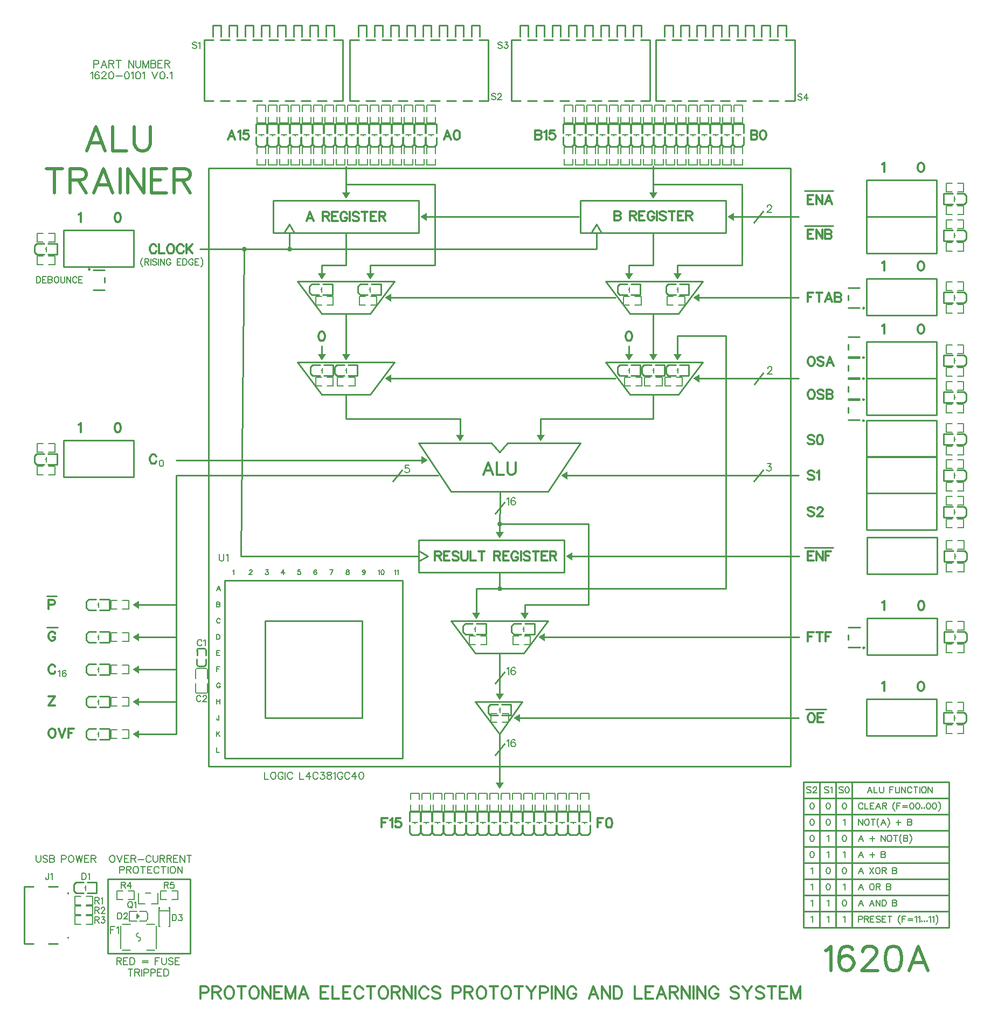
<source format=gto>
G04 Layer: TopSilkscreenLayer*
G04 EasyEDA v6.5.29, 2023-07-24 16:36:01*
G04 a67172d6d4c449c092c22cdc1d0531fc,5a6b42c53f6a479593ecc07194224c93,10*
G04 Gerber Generator version 0.2*
G04 Scale: 100 percent, Rotated: No, Reflected: No *
G04 Dimensions in millimeters *
G04 leading zeros omitted , absolute positions ,4 integer and 5 decimal *
%FSLAX45Y45*%
%MOMM*%

%ADD10C,0.3000*%
%ADD11C,0.5000*%
%ADD12C,0.2032*%
%ADD13C,0.1524*%
%ADD14C,0.2000*%
%ADD15C,0.1570*%
%ADD16C,0.1778*%
%ADD17C,0.2540*%
%ADD18C,0.2030*%
%ADD19C,0.1520*%
%ADD20C,0.1500*%
%ADD21C,0.0199*%

%LPD*%
D10*
X-508012Y-3963672D02*
G01*
X-508012Y-4154680D01*
X-508012Y-3963672D02*
G01*
X-426224Y-3963672D01*
X-399046Y-3972816D01*
X-389902Y-3981960D01*
X-380758Y-4000248D01*
X-380758Y-4027426D01*
X-389902Y-4045714D01*
X-399046Y-4054604D01*
X-426224Y-4063748D01*
X-508012Y-4063748D01*
X-320814Y-3963672D02*
G01*
X-320814Y-4154680D01*
X-320814Y-3963672D02*
G01*
X-239026Y-3963672D01*
X-211594Y-3972816D01*
X-202450Y-3981960D01*
X-193560Y-4000248D01*
X-193560Y-4018282D01*
X-202450Y-4036570D01*
X-211594Y-4045714D01*
X-239026Y-4054604D01*
X-320814Y-4054604D01*
X-257060Y-4054604D02*
G01*
X-193560Y-4154680D01*
X-79006Y-3963672D02*
G01*
X-97040Y-3972816D01*
X-115328Y-3991104D01*
X-124472Y-4009138D01*
X-133362Y-4036570D01*
X-133362Y-4082036D01*
X-124472Y-4109214D01*
X-115328Y-4127502D01*
X-97040Y-4145536D01*
X-79006Y-4154680D01*
X-42684Y-4154680D01*
X-24396Y-4145536D01*
X-6108Y-4127502D01*
X2781Y-4109214D01*
X11925Y-4082036D01*
X11925Y-4036570D01*
X2781Y-4009138D01*
X-6108Y-3991104D01*
X-24396Y-3972816D01*
X-42684Y-3963672D01*
X-79006Y-3963672D01*
X135623Y-3963672D02*
G01*
X135623Y-4154680D01*
X71869Y-3963672D02*
G01*
X199377Y-3963672D01*
X313677Y-3963672D02*
G01*
X295643Y-3972816D01*
X277355Y-3991104D01*
X268465Y-4009138D01*
X259321Y-4036570D01*
X259321Y-4082036D01*
X268465Y-4109214D01*
X277355Y-4127502D01*
X295643Y-4145536D01*
X313677Y-4154680D01*
X350253Y-4154680D01*
X368287Y-4145536D01*
X386575Y-4127502D01*
X395719Y-4109214D01*
X404609Y-4082036D01*
X404609Y-4036570D01*
X395719Y-4009138D01*
X386575Y-3991104D01*
X368287Y-3972816D01*
X350253Y-3963672D01*
X313677Y-3963672D01*
X464807Y-3963672D02*
G01*
X464807Y-4154680D01*
X464807Y-3963672D02*
G01*
X592061Y-4154680D01*
X592061Y-3963672D02*
G01*
X592061Y-4154680D01*
X652005Y-3963672D02*
G01*
X652005Y-4154680D01*
X652005Y-3963672D02*
G01*
X770115Y-3963672D01*
X652005Y-4054604D02*
G01*
X724649Y-4054604D01*
X652005Y-4154680D02*
G01*
X770115Y-4154680D01*
X830059Y-3963672D02*
G01*
X830059Y-4154680D01*
X830059Y-3963672D02*
G01*
X902957Y-4154680D01*
X975601Y-3963672D02*
G01*
X902957Y-4154680D01*
X975601Y-3963672D02*
G01*
X975601Y-4154680D01*
X1108443Y-3963672D02*
G01*
X1035545Y-4154680D01*
X1108443Y-3963672D02*
G01*
X1181087Y-4154680D01*
X1062977Y-4091180D02*
G01*
X1153909Y-4091180D01*
X1380985Y-3963672D02*
G01*
X1380985Y-4154680D01*
X1380985Y-3963672D02*
G01*
X1499349Y-3963672D01*
X1380985Y-4054604D02*
G01*
X1453883Y-4054604D01*
X1380985Y-4154680D02*
G01*
X1499349Y-4154680D01*
X1559293Y-3963672D02*
G01*
X1559293Y-4154680D01*
X1559293Y-4154680D02*
G01*
X1668259Y-4154680D01*
X1728457Y-3963672D02*
G01*
X1728457Y-4154680D01*
X1728457Y-3963672D02*
G01*
X1846567Y-3963672D01*
X1728457Y-4054604D02*
G01*
X1801101Y-4054604D01*
X1728457Y-4154680D02*
G01*
X1846567Y-4154680D01*
X2042909Y-4009138D02*
G01*
X2033765Y-3991104D01*
X2015731Y-3972816D01*
X1997443Y-3963672D01*
X1961121Y-3963672D01*
X1942833Y-3972816D01*
X1924799Y-3991104D01*
X1915655Y-4009138D01*
X1906511Y-4036570D01*
X1906511Y-4082036D01*
X1915655Y-4109214D01*
X1924799Y-4127502D01*
X1942833Y-4145536D01*
X1961121Y-4154680D01*
X1997443Y-4154680D01*
X2015731Y-4145536D01*
X2033765Y-4127502D01*
X2042909Y-4109214D01*
X2166607Y-3963672D02*
G01*
X2166607Y-4154680D01*
X2102853Y-3963672D02*
G01*
X2230107Y-3963672D01*
X2344661Y-3963672D02*
G01*
X2326627Y-3972816D01*
X2308339Y-3991104D01*
X2299195Y-4009138D01*
X2290051Y-4036570D01*
X2290051Y-4082036D01*
X2299195Y-4109214D01*
X2308339Y-4127502D01*
X2326627Y-4145536D01*
X2344661Y-4154680D01*
X2380983Y-4154680D01*
X2399271Y-4145536D01*
X2417559Y-4127502D01*
X2426449Y-4109214D01*
X2435593Y-4082036D01*
X2435593Y-4036570D01*
X2426449Y-4009138D01*
X2417559Y-3991104D01*
X2399271Y-3972816D01*
X2380983Y-3963672D01*
X2344661Y-3963672D01*
X2495537Y-3963672D02*
G01*
X2495537Y-4154680D01*
X2495537Y-3963672D02*
G01*
X2577325Y-3963672D01*
X2604757Y-3972816D01*
X2613901Y-3981960D01*
X2622791Y-4000248D01*
X2622791Y-4018282D01*
X2613901Y-4036570D01*
X2604757Y-4045714D01*
X2577325Y-4054604D01*
X2495537Y-4054604D01*
X2559291Y-4054604D02*
G01*
X2622791Y-4154680D01*
X2682989Y-3963672D02*
G01*
X2682989Y-4154680D01*
X2682989Y-3963672D02*
G01*
X2810243Y-4154680D01*
X2810243Y-3963672D02*
G01*
X2810243Y-4154680D01*
X2870187Y-3963672D02*
G01*
X2870187Y-4154680D01*
X3066529Y-4009138D02*
G01*
X3057385Y-3991104D01*
X3039351Y-3972816D01*
X3021063Y-3963672D01*
X2984741Y-3963672D01*
X2966453Y-3972816D01*
X2948419Y-3991104D01*
X2939275Y-4009138D01*
X2930131Y-4036570D01*
X2930131Y-4082036D01*
X2939275Y-4109214D01*
X2948419Y-4127502D01*
X2966453Y-4145536D01*
X2984741Y-4154680D01*
X3021063Y-4154680D01*
X3039351Y-4145536D01*
X3057385Y-4127502D01*
X3066529Y-4109214D01*
X3253727Y-3991104D02*
G01*
X3235693Y-3972816D01*
X3208261Y-3963672D01*
X3171939Y-3963672D01*
X3144761Y-3972816D01*
X3126473Y-3991104D01*
X3126473Y-4009138D01*
X3135617Y-4027426D01*
X3144761Y-4036570D01*
X3162795Y-4045714D01*
X3217405Y-4063748D01*
X3235693Y-4072892D01*
X3244583Y-4082036D01*
X3253727Y-4100070D01*
X3253727Y-4127502D01*
X3235693Y-4145536D01*
X3208261Y-4154680D01*
X3171939Y-4154680D01*
X3144761Y-4145536D01*
X3126473Y-4127502D01*
X3453879Y-3963672D02*
G01*
X3453879Y-4154680D01*
X3453879Y-3963672D02*
G01*
X3535667Y-3963672D01*
X3562845Y-3972816D01*
X3571989Y-3981960D01*
X3581133Y-4000248D01*
X3581133Y-4027426D01*
X3571989Y-4045714D01*
X3562845Y-4054604D01*
X3535667Y-4063748D01*
X3453879Y-4063748D01*
X3641077Y-3963672D02*
G01*
X3641077Y-4154680D01*
X3641077Y-3963672D02*
G01*
X3722865Y-3963672D01*
X3750043Y-3972816D01*
X3759187Y-3981960D01*
X3768331Y-4000248D01*
X3768331Y-4018282D01*
X3759187Y-4036570D01*
X3750043Y-4045714D01*
X3722865Y-4054604D01*
X3641077Y-4054604D01*
X3704831Y-4054604D02*
G01*
X3768331Y-4154680D01*
X3882885Y-3963672D02*
G01*
X3864597Y-3972816D01*
X3846563Y-3991104D01*
X3837419Y-4009138D01*
X3828275Y-4036570D01*
X3828275Y-4082036D01*
X3837419Y-4109214D01*
X3846563Y-4127502D01*
X3864597Y-4145536D01*
X3882885Y-4154680D01*
X3919207Y-4154680D01*
X3937495Y-4145536D01*
X3955529Y-4127502D01*
X3964673Y-4109214D01*
X3973817Y-4082036D01*
X3973817Y-4036570D01*
X3964673Y-4009138D01*
X3955529Y-3991104D01*
X3937495Y-3972816D01*
X3919207Y-3963672D01*
X3882885Y-3963672D01*
X4097515Y-3963672D02*
G01*
X4097515Y-4154680D01*
X4033761Y-3963672D02*
G01*
X4161015Y-3963672D01*
X4275569Y-3963672D02*
G01*
X4257535Y-3972816D01*
X4239247Y-3991104D01*
X4230103Y-4009138D01*
X4220959Y-4036570D01*
X4220959Y-4082036D01*
X4230103Y-4109214D01*
X4239247Y-4127502D01*
X4257535Y-4145536D01*
X4275569Y-4154680D01*
X4311891Y-4154680D01*
X4330179Y-4145536D01*
X4348467Y-4127502D01*
X4357357Y-4109214D01*
X4366501Y-4082036D01*
X4366501Y-4036570D01*
X4357357Y-4009138D01*
X4348467Y-3991104D01*
X4330179Y-3972816D01*
X4311891Y-3963672D01*
X4275569Y-3963672D01*
X4490199Y-3963672D02*
G01*
X4490199Y-4154680D01*
X4426445Y-3963672D02*
G01*
X4553699Y-3963672D01*
X4613897Y-3963672D02*
G01*
X4686541Y-4054604D01*
X4686541Y-4154680D01*
X4759185Y-3963672D02*
G01*
X4686541Y-4054604D01*
X4819129Y-3963672D02*
G01*
X4819129Y-4154680D01*
X4819129Y-3963672D02*
G01*
X4901171Y-3963672D01*
X4928349Y-3972816D01*
X4937493Y-3981960D01*
X4946637Y-4000248D01*
X4946637Y-4027426D01*
X4937493Y-4045714D01*
X4928349Y-4054604D01*
X4901171Y-4063748D01*
X4819129Y-4063748D01*
X5006581Y-3963672D02*
G01*
X5006581Y-4154680D01*
X5066525Y-3963672D02*
G01*
X5066525Y-4154680D01*
X5066525Y-3963672D02*
G01*
X5193779Y-4154680D01*
X5193779Y-3963672D02*
G01*
X5193779Y-4154680D01*
X5390121Y-4009138D02*
G01*
X5380977Y-3991104D01*
X5362943Y-3972816D01*
X5344655Y-3963672D01*
X5308333Y-3963672D01*
X5290045Y-3972816D01*
X5272011Y-3991104D01*
X5262867Y-4009138D01*
X5253723Y-4036570D01*
X5253723Y-4082036D01*
X5262867Y-4109214D01*
X5272011Y-4127502D01*
X5290045Y-4145536D01*
X5308333Y-4154680D01*
X5344655Y-4154680D01*
X5362943Y-4145536D01*
X5380977Y-4127502D01*
X5390121Y-4109214D01*
X5390121Y-4082036D01*
X5344655Y-4082036D02*
G01*
X5390121Y-4082036D01*
X5662917Y-3963672D02*
G01*
X5590273Y-4154680D01*
X5662917Y-3963672D02*
G01*
X5735561Y-4154680D01*
X5617451Y-4091180D02*
G01*
X5708383Y-4091180D01*
X5795505Y-3963672D02*
G01*
X5795505Y-4154680D01*
X5795505Y-3963672D02*
G01*
X5922759Y-4154680D01*
X5922759Y-3963672D02*
G01*
X5922759Y-4154680D01*
X5982957Y-3963672D02*
G01*
X5982957Y-4154680D01*
X5982957Y-3963672D02*
G01*
X6046457Y-3963672D01*
X6073889Y-3972816D01*
X6091923Y-3991104D01*
X6101067Y-4009138D01*
X6110211Y-4036570D01*
X6110211Y-4082036D01*
X6101067Y-4109214D01*
X6091923Y-4127502D01*
X6073889Y-4145536D01*
X6046457Y-4154680D01*
X5982957Y-4154680D01*
X6310109Y-3963672D02*
G01*
X6310109Y-4154680D01*
X6310109Y-4154680D02*
G01*
X6419329Y-4154680D01*
X6479273Y-3963672D02*
G01*
X6479273Y-4154680D01*
X6479273Y-3963672D02*
G01*
X6597383Y-3963672D01*
X6479273Y-4054604D02*
G01*
X6551917Y-4054604D01*
X6479273Y-4154680D02*
G01*
X6597383Y-4154680D01*
X6730225Y-3963672D02*
G01*
X6657327Y-4154680D01*
X6730225Y-3963672D02*
G01*
X6802869Y-4154680D01*
X6684759Y-4091180D02*
G01*
X6775691Y-4091180D01*
X6862813Y-3963672D02*
G01*
X6862813Y-4154680D01*
X6862813Y-3963672D02*
G01*
X6944601Y-3963672D01*
X6972033Y-3972816D01*
X6981177Y-3981960D01*
X6990067Y-4000248D01*
X6990067Y-4018282D01*
X6981177Y-4036570D01*
X6972033Y-4045714D01*
X6944601Y-4054604D01*
X6862813Y-4054604D01*
X6926567Y-4054604D02*
G01*
X6990067Y-4154680D01*
X7050265Y-3963672D02*
G01*
X7050265Y-4154680D01*
X7050265Y-3963672D02*
G01*
X7177519Y-4154680D01*
X7177519Y-3963672D02*
G01*
X7177519Y-4154680D01*
X7237463Y-3963672D02*
G01*
X7237463Y-4154680D01*
X7297407Y-3963672D02*
G01*
X7297407Y-4154680D01*
X7297407Y-3963672D02*
G01*
X7424661Y-4154680D01*
X7424661Y-3963672D02*
G01*
X7424661Y-4154680D01*
X7621003Y-4009138D02*
G01*
X7611859Y-3991104D01*
X7593825Y-3972816D01*
X7575537Y-3963672D01*
X7539215Y-3963672D01*
X7521181Y-3972816D01*
X7502893Y-3991104D01*
X7493749Y-4009138D01*
X7484605Y-4036570D01*
X7484605Y-4082036D01*
X7493749Y-4109214D01*
X7502893Y-4127502D01*
X7521181Y-4145536D01*
X7539215Y-4154680D01*
X7575537Y-4154680D01*
X7593825Y-4145536D01*
X7611859Y-4127502D01*
X7621003Y-4109214D01*
X7621003Y-4082036D01*
X7575537Y-4082036D02*
G01*
X7621003Y-4082036D01*
X7948409Y-3991104D02*
G01*
X7930121Y-3972816D01*
X7902943Y-3963672D01*
X7866621Y-3963672D01*
X7839189Y-3972816D01*
X7821155Y-3991104D01*
X7821155Y-4009138D01*
X7830045Y-4027426D01*
X7839189Y-4036570D01*
X7857477Y-4045714D01*
X7912087Y-4063748D01*
X7930121Y-4072892D01*
X7939265Y-4082036D01*
X7948409Y-4100070D01*
X7948409Y-4127502D01*
X7930121Y-4145536D01*
X7902943Y-4154680D01*
X7866621Y-4154680D01*
X7839189Y-4145536D01*
X7821155Y-4127502D01*
X8008353Y-3963672D02*
G01*
X8080997Y-4054604D01*
X8080997Y-4154680D01*
X8153895Y-3963672D02*
G01*
X8080997Y-4054604D01*
X8341093Y-3991104D02*
G01*
X8322805Y-3972816D01*
X8295627Y-3963672D01*
X8259305Y-3963672D01*
X8231873Y-3972816D01*
X8213839Y-3991104D01*
X8213839Y-4009138D01*
X8222983Y-4027426D01*
X8231873Y-4036570D01*
X8250161Y-4045714D01*
X8304771Y-4063748D01*
X8322805Y-4072892D01*
X8331949Y-4082036D01*
X8341093Y-4100070D01*
X8341093Y-4127502D01*
X8322805Y-4145536D01*
X8295627Y-4154680D01*
X8259305Y-4154680D01*
X8231873Y-4145536D01*
X8213839Y-4127502D01*
X8464791Y-3963672D02*
G01*
X8464791Y-4154680D01*
X8401037Y-3963672D02*
G01*
X8528291Y-3963672D01*
X8588235Y-3963672D02*
G01*
X8588235Y-4154680D01*
X8588235Y-3963672D02*
G01*
X8706599Y-3963672D01*
X8588235Y-4054604D02*
G01*
X8661133Y-4054604D01*
X8588235Y-4154680D02*
G01*
X8706599Y-4154680D01*
X8766543Y-3963672D02*
G01*
X8766543Y-4154680D01*
X8766543Y-3963672D02*
G01*
X8839187Y-4154680D01*
X8912085Y-3963672D02*
G01*
X8839187Y-4154680D01*
X8912085Y-3963672D02*
G01*
X8912085Y-4154680D01*
D11*
X9307946Y-3402840D02*
G01*
X9344268Y-3384806D01*
X9398878Y-3330196D01*
X9398878Y-3711958D01*
X9736952Y-3384806D02*
G01*
X9718918Y-3348230D01*
X9664308Y-3330196D01*
X9627986Y-3330196D01*
X9573376Y-3348230D01*
X9537054Y-3402840D01*
X9518766Y-3493772D01*
X9518766Y-3584704D01*
X9537054Y-3657348D01*
X9573376Y-3693924D01*
X9627986Y-3711958D01*
X9646020Y-3711958D01*
X9700630Y-3693924D01*
X9736952Y-3657348D01*
X9755240Y-3602992D01*
X9755240Y-3584704D01*
X9736952Y-3530094D01*
X9700630Y-3493772D01*
X9646020Y-3475738D01*
X9627986Y-3475738D01*
X9573376Y-3493772D01*
X9537054Y-3530094D01*
X9518766Y-3584704D01*
X9893416Y-3421128D02*
G01*
X9893416Y-3402840D01*
X9911704Y-3366518D01*
X9929738Y-3348230D01*
X9966060Y-3330196D01*
X10038958Y-3330196D01*
X10075280Y-3348230D01*
X10093314Y-3366518D01*
X10111602Y-3402840D01*
X10111602Y-3439162D01*
X10093314Y-3475738D01*
X10056992Y-3530094D01*
X9875128Y-3711958D01*
X10129636Y-3711958D01*
X10358744Y-3330196D02*
G01*
X10304388Y-3348230D01*
X10268066Y-3402840D01*
X10249778Y-3493772D01*
X10249778Y-3548382D01*
X10268066Y-3639314D01*
X10304388Y-3693924D01*
X10358744Y-3711958D01*
X10395320Y-3711958D01*
X10449676Y-3693924D01*
X10486252Y-3639314D01*
X10504286Y-3548382D01*
X10504286Y-3493772D01*
X10486252Y-3402840D01*
X10449676Y-3348230D01*
X10395320Y-3330196D01*
X10358744Y-3330196D01*
X10769716Y-3330196D02*
G01*
X10624428Y-3711958D01*
X10769716Y-3330196D02*
G01*
X10915258Y-3711958D01*
X10678784Y-3584704D02*
G01*
X10860648Y-3584704D01*
D12*
X-2184440Y10585828D02*
G01*
X-2184440Y10471274D01*
X-2184440Y10585828D02*
G01*
X-2135418Y10585828D01*
X-2118908Y10580494D01*
X-2113574Y10574906D01*
X-2107986Y10563984D01*
X-2107986Y10547728D01*
X-2113574Y10536806D01*
X-2118908Y10531218D01*
X-2135418Y10525884D01*
X-2184440Y10525884D01*
X-2028484Y10585828D02*
G01*
X-2071918Y10471274D01*
X-2028484Y10585828D02*
G01*
X-1984796Y10471274D01*
X-2055662Y10509628D02*
G01*
X-2001052Y10509628D01*
X-1948728Y10585828D02*
G01*
X-1948728Y10471274D01*
X-1948728Y10585828D02*
G01*
X-1899706Y10585828D01*
X-1883196Y10580494D01*
X-1877862Y10574906D01*
X-1872274Y10563984D01*
X-1872274Y10553062D01*
X-1877862Y10542140D01*
X-1883196Y10536806D01*
X-1899706Y10531218D01*
X-1948728Y10531218D01*
X-1910628Y10531218D02*
G01*
X-1872274Y10471274D01*
X-1798106Y10585828D02*
G01*
X-1798106Y10471274D01*
X-1836460Y10585828D02*
G01*
X-1760006Y10585828D01*
X-1640118Y10585828D02*
G01*
X-1640118Y10471274D01*
X-1640118Y10585828D02*
G01*
X-1563664Y10471274D01*
X-1563664Y10585828D02*
G01*
X-1563664Y10471274D01*
X-1527596Y10585828D02*
G01*
X-1527596Y10504040D01*
X-1522262Y10487784D01*
X-1511340Y10476862D01*
X-1494830Y10471274D01*
X-1484162Y10471274D01*
X-1467652Y10476862D01*
X-1456730Y10487784D01*
X-1451396Y10504040D01*
X-1451396Y10585828D01*
X-1415328Y10585828D02*
G01*
X-1415328Y10471274D01*
X-1415328Y10585828D02*
G01*
X-1371640Y10471274D01*
X-1327952Y10585828D02*
G01*
X-1371640Y10471274D01*
X-1327952Y10585828D02*
G01*
X-1327952Y10471274D01*
X-1292138Y10585828D02*
G01*
X-1292138Y10471274D01*
X-1292138Y10585828D02*
G01*
X-1242862Y10585828D01*
X-1226606Y10580494D01*
X-1221018Y10574906D01*
X-1215684Y10563984D01*
X-1215684Y10553062D01*
X-1221018Y10542140D01*
X-1226606Y10536806D01*
X-1242862Y10531218D01*
X-1292138Y10531218D02*
G01*
X-1242862Y10531218D01*
X-1226606Y10525884D01*
X-1221018Y10520550D01*
X-1215684Y10509628D01*
X-1215684Y10493118D01*
X-1221018Y10482196D01*
X-1226606Y10476862D01*
X-1242862Y10471274D01*
X-1292138Y10471274D01*
X-1179616Y10585828D02*
G01*
X-1179616Y10471274D01*
X-1179616Y10585828D02*
G01*
X-1108750Y10585828D01*
X-1179616Y10531218D02*
G01*
X-1135928Y10531218D01*
X-1179616Y10471274D02*
G01*
X-1108750Y10471274D01*
X-1072682Y10585828D02*
G01*
X-1072682Y10471274D01*
X-1072682Y10585828D02*
G01*
X-1023660Y10585828D01*
X-1007404Y10580494D01*
X-1001816Y10574906D01*
X-996482Y10563984D01*
X-996482Y10553062D01*
X-1001816Y10542140D01*
X-1007404Y10536806D01*
X-1023660Y10531218D01*
X-1072682Y10531218D01*
X-1034582Y10531218D02*
G01*
X-996482Y10471274D01*
D13*
X495289Y-595884D02*
G01*
X495289Y-704850D01*
X495289Y-704850D02*
G01*
X557519Y-704850D01*
X623051Y-595884D02*
G01*
X612637Y-600964D01*
X602223Y-611378D01*
X597143Y-621792D01*
X591809Y-637540D01*
X591809Y-663448D01*
X597143Y-678942D01*
X602223Y-689356D01*
X612637Y-699770D01*
X623051Y-704850D01*
X643879Y-704850D01*
X654293Y-699770D01*
X664707Y-689356D01*
X669787Y-678942D01*
X675121Y-663448D01*
X675121Y-637540D01*
X669787Y-621792D01*
X664707Y-611378D01*
X654293Y-600964D01*
X643879Y-595884D01*
X623051Y-595884D01*
X787389Y-621792D02*
G01*
X782055Y-611378D01*
X771641Y-600964D01*
X761227Y-595884D01*
X740399Y-595884D01*
X730239Y-600964D01*
X719825Y-611378D01*
X714491Y-621792D01*
X709411Y-637540D01*
X709411Y-663448D01*
X714491Y-678942D01*
X719825Y-689356D01*
X730239Y-699770D01*
X740399Y-704850D01*
X761227Y-704850D01*
X771641Y-699770D01*
X782055Y-689356D01*
X787389Y-678942D01*
X787389Y-663448D01*
X761227Y-663448D02*
G01*
X787389Y-663448D01*
X821679Y-595884D02*
G01*
X821679Y-704850D01*
X933693Y-621792D02*
G01*
X928613Y-611378D01*
X918199Y-600964D01*
X907785Y-595884D01*
X886957Y-595884D01*
X876543Y-600964D01*
X866129Y-611378D01*
X861049Y-621792D01*
X855969Y-637540D01*
X855969Y-663448D01*
X861049Y-678942D01*
X866129Y-689356D01*
X876543Y-699770D01*
X886957Y-704850D01*
X907785Y-704850D01*
X918199Y-699770D01*
X928613Y-689356D01*
X933693Y-678942D01*
X1047993Y-595884D02*
G01*
X1047993Y-704850D01*
X1047993Y-704850D02*
G01*
X1110477Y-704850D01*
X1196583Y-595884D02*
G01*
X1144767Y-668528D01*
X1222745Y-668528D01*
X1196583Y-595884D02*
G01*
X1196583Y-704850D01*
X1334759Y-621792D02*
G01*
X1329679Y-611378D01*
X1319265Y-600964D01*
X1308851Y-595884D01*
X1288023Y-595884D01*
X1277609Y-600964D01*
X1267449Y-611378D01*
X1262115Y-621792D01*
X1257035Y-637540D01*
X1257035Y-663448D01*
X1262115Y-678942D01*
X1267449Y-689356D01*
X1277609Y-699770D01*
X1288023Y-704850D01*
X1308851Y-704850D01*
X1319265Y-699770D01*
X1329679Y-689356D01*
X1334759Y-678942D01*
X1379463Y-595884D02*
G01*
X1436613Y-595884D01*
X1405625Y-637540D01*
X1421119Y-637540D01*
X1431533Y-642620D01*
X1436613Y-647700D01*
X1441947Y-663448D01*
X1441947Y-673862D01*
X1436613Y-689356D01*
X1426199Y-699770D01*
X1410705Y-704850D01*
X1395211Y-704850D01*
X1379463Y-699770D01*
X1374383Y-694690D01*
X1369049Y-684276D01*
X1502145Y-595884D02*
G01*
X1486651Y-600964D01*
X1481317Y-611378D01*
X1481317Y-621792D01*
X1486651Y-632206D01*
X1497065Y-637540D01*
X1517639Y-642620D01*
X1533387Y-647700D01*
X1543801Y-658114D01*
X1548881Y-668528D01*
X1548881Y-684276D01*
X1543801Y-694690D01*
X1538467Y-699770D01*
X1522973Y-704850D01*
X1502145Y-704850D01*
X1486651Y-699770D01*
X1481317Y-694690D01*
X1476237Y-684276D01*
X1476237Y-668528D01*
X1481317Y-658114D01*
X1491731Y-647700D01*
X1507479Y-642620D01*
X1528053Y-637540D01*
X1538467Y-632206D01*
X1543801Y-621792D01*
X1543801Y-611378D01*
X1538467Y-600964D01*
X1522973Y-595884D01*
X1502145Y-595884D01*
X1583171Y-616712D02*
G01*
X1593585Y-611378D01*
X1609079Y-595884D01*
X1609079Y-704850D01*
X1721347Y-621792D02*
G01*
X1716267Y-611378D01*
X1705853Y-600964D01*
X1695439Y-595884D01*
X1674611Y-595884D01*
X1664197Y-600964D01*
X1653783Y-611378D01*
X1648703Y-621792D01*
X1643369Y-637540D01*
X1643369Y-663448D01*
X1648703Y-678942D01*
X1653783Y-689356D01*
X1664197Y-699770D01*
X1674611Y-704850D01*
X1695439Y-704850D01*
X1705853Y-699770D01*
X1716267Y-689356D01*
X1721347Y-678942D01*
X1721347Y-663448D01*
X1695439Y-663448D02*
G01*
X1721347Y-663448D01*
X1833615Y-621792D02*
G01*
X1828535Y-611378D01*
X1818121Y-600964D01*
X1807707Y-595884D01*
X1786879Y-595884D01*
X1776465Y-600964D01*
X1766051Y-611378D01*
X1760971Y-621792D01*
X1755637Y-637540D01*
X1755637Y-663448D01*
X1760971Y-678942D01*
X1766051Y-689356D01*
X1776465Y-699770D01*
X1786879Y-704850D01*
X1807707Y-704850D01*
X1818121Y-699770D01*
X1828535Y-689356D01*
X1833615Y-678942D01*
X1919975Y-595884D02*
G01*
X1867905Y-668528D01*
X1945883Y-668528D01*
X1919975Y-595884D02*
G01*
X1919975Y-704850D01*
X2011415Y-595884D02*
G01*
X1995667Y-600964D01*
X1985253Y-616712D01*
X1980173Y-642620D01*
X1980173Y-658114D01*
X1985253Y-684276D01*
X1995667Y-699770D01*
X2011415Y-704850D01*
X2021829Y-704850D01*
X2037323Y-699770D01*
X2047737Y-684276D01*
X2052817Y-658114D01*
X2052817Y-642620D01*
X2047737Y-616712D01*
X2037323Y-600964D01*
X2021829Y-595884D01*
X2011415Y-595884D01*
D10*
X1210297Y8203181D02*
G01*
X1155687Y8059925D01*
X1210297Y8203181D02*
G01*
X1264653Y8059925D01*
X1176261Y8107677D02*
G01*
X1244333Y8107677D01*
X1414767Y8203181D02*
G01*
X1414767Y8059925D01*
X1414767Y8203181D02*
G01*
X1476235Y8203181D01*
X1496555Y8196323D01*
X1503413Y8189465D01*
X1510271Y8176003D01*
X1510271Y8162287D01*
X1503413Y8148571D01*
X1496555Y8141713D01*
X1476235Y8134855D01*
X1414767Y8134855D01*
X1462519Y8134855D02*
G01*
X1510271Y8059925D01*
X1555229Y8203181D02*
G01*
X1555229Y8059925D01*
X1555229Y8203181D02*
G01*
X1643875Y8203181D01*
X1555229Y8134855D02*
G01*
X1609839Y8134855D01*
X1555229Y8059925D02*
G01*
X1643875Y8059925D01*
X1791195Y8169145D02*
G01*
X1784337Y8182607D01*
X1770621Y8196323D01*
X1757159Y8203181D01*
X1729727Y8203181D01*
X1716265Y8196323D01*
X1702549Y8182607D01*
X1695691Y8169145D01*
X1688833Y8148571D01*
X1688833Y8114535D01*
X1695691Y8093961D01*
X1702549Y8080499D01*
X1716265Y8066783D01*
X1729727Y8059925D01*
X1757159Y8059925D01*
X1770621Y8066783D01*
X1784337Y8080499D01*
X1791195Y8093961D01*
X1791195Y8114535D01*
X1757159Y8114535D02*
G01*
X1791195Y8114535D01*
X1836153Y8203181D02*
G01*
X1836153Y8059925D01*
X1976615Y8182607D02*
G01*
X1962899Y8196323D01*
X1942579Y8203181D01*
X1915147Y8203181D01*
X1894827Y8196323D01*
X1881111Y8182607D01*
X1881111Y8169145D01*
X1887969Y8155429D01*
X1894827Y8148571D01*
X1908289Y8141713D01*
X1949437Y8128251D01*
X1962899Y8121393D01*
X1969757Y8114535D01*
X1976615Y8100819D01*
X1976615Y8080499D01*
X1962899Y8066783D01*
X1942579Y8059925D01*
X1915147Y8059925D01*
X1894827Y8066783D01*
X1881111Y8080499D01*
X2069325Y8203181D02*
G01*
X2069325Y8059925D01*
X2021573Y8203181D02*
G01*
X2117077Y8203181D01*
X2162035Y8203181D02*
G01*
X2162035Y8059925D01*
X2162035Y8203181D02*
G01*
X2250681Y8203181D01*
X2162035Y8134855D02*
G01*
X2216645Y8134855D01*
X2162035Y8059925D02*
G01*
X2250681Y8059925D01*
X2295639Y8203181D02*
G01*
X2295639Y8059925D01*
X2295639Y8203181D02*
G01*
X2357107Y8203181D01*
X2377427Y8196323D01*
X2384285Y8189465D01*
X2391143Y8176003D01*
X2391143Y8162287D01*
X2384285Y8148571D01*
X2377427Y8141713D01*
X2357107Y8134855D01*
X2295639Y8134855D01*
X2343391Y8134855D02*
G01*
X2391143Y8059925D01*
X3174987Y2869181D02*
G01*
X3174987Y2725925D01*
X3174987Y2869181D02*
G01*
X3236455Y2869181D01*
X3256775Y2862323D01*
X3263633Y2855465D01*
X3270491Y2842003D01*
X3270491Y2828287D01*
X3263633Y2814571D01*
X3256775Y2807713D01*
X3236455Y2800855D01*
X3174987Y2800855D01*
X3222739Y2800855D02*
G01*
X3270491Y2725925D01*
X3315449Y2869181D02*
G01*
X3315449Y2725925D01*
X3315449Y2869181D02*
G01*
X3404095Y2869181D01*
X3315449Y2800855D02*
G01*
X3370059Y2800855D01*
X3315449Y2725925D02*
G01*
X3404095Y2725925D01*
X3544557Y2848607D02*
G01*
X3530841Y2862323D01*
X3510521Y2869181D01*
X3483089Y2869181D01*
X3462769Y2862323D01*
X3449053Y2848607D01*
X3449053Y2835145D01*
X3455911Y2821429D01*
X3462769Y2814571D01*
X3476231Y2807713D01*
X3517379Y2794251D01*
X3530841Y2787393D01*
X3537699Y2780535D01*
X3544557Y2766819D01*
X3544557Y2746499D01*
X3530841Y2732783D01*
X3510521Y2725925D01*
X3483089Y2725925D01*
X3462769Y2732783D01*
X3449053Y2746499D01*
X3589515Y2869181D02*
G01*
X3589515Y2766819D01*
X3596373Y2746499D01*
X3610089Y2732783D01*
X3630409Y2725925D01*
X3644125Y2725925D01*
X3664445Y2732783D01*
X3678161Y2746499D01*
X3685019Y2766819D01*
X3685019Y2869181D01*
X3729977Y2869181D02*
G01*
X3729977Y2725925D01*
X3729977Y2725925D02*
G01*
X3811765Y2725925D01*
X3904475Y2869181D02*
G01*
X3904475Y2725925D01*
X3856723Y2869181D02*
G01*
X3952227Y2869181D01*
X4102341Y2869181D02*
G01*
X4102341Y2725925D01*
X4102341Y2869181D02*
G01*
X4163555Y2869181D01*
X4184129Y2862323D01*
X4190987Y2855465D01*
X4197591Y2842003D01*
X4197591Y2828287D01*
X4190987Y2814571D01*
X4184129Y2807713D01*
X4163555Y2800855D01*
X4102341Y2800855D01*
X4150093Y2800855D02*
G01*
X4197591Y2725925D01*
X4242803Y2869181D02*
G01*
X4242803Y2725925D01*
X4242803Y2869181D02*
G01*
X4331449Y2869181D01*
X4242803Y2800855D02*
G01*
X4297159Y2800855D01*
X4242803Y2725925D02*
G01*
X4331449Y2725925D01*
X4478515Y2835145D02*
G01*
X4471911Y2848607D01*
X4458195Y2862323D01*
X4444479Y2869181D01*
X4417301Y2869181D01*
X4403585Y2862323D01*
X4389869Y2848607D01*
X4383265Y2835145D01*
X4376407Y2814571D01*
X4376407Y2780535D01*
X4383265Y2759961D01*
X4389869Y2746499D01*
X4403585Y2732783D01*
X4417301Y2725925D01*
X4444479Y2725925D01*
X4458195Y2732783D01*
X4471911Y2746499D01*
X4478515Y2759961D01*
X4478515Y2780535D01*
X4444479Y2780535D02*
G01*
X4478515Y2780535D01*
X4523727Y2869181D02*
G01*
X4523727Y2725925D01*
X4664189Y2848607D02*
G01*
X4650473Y2862323D01*
X4629899Y2869181D01*
X4602721Y2869181D01*
X4582147Y2862323D01*
X4568685Y2848607D01*
X4568685Y2835145D01*
X4575543Y2821429D01*
X4582147Y2814571D01*
X4595863Y2807713D01*
X4636757Y2794251D01*
X4650473Y2787393D01*
X4657331Y2780535D01*
X4664189Y2766819D01*
X4664189Y2746499D01*
X4650473Y2732783D01*
X4629899Y2725925D01*
X4602721Y2725925D01*
X4582147Y2732783D01*
X4568685Y2746499D01*
X4756899Y2869181D02*
G01*
X4756899Y2725925D01*
X4709147Y2869181D02*
G01*
X4804651Y2869181D01*
X4849609Y2869181D02*
G01*
X4849609Y2725925D01*
X4849609Y2869181D02*
G01*
X4938255Y2869181D01*
X4849609Y2800855D02*
G01*
X4903965Y2800855D01*
X4849609Y2725925D02*
G01*
X4938255Y2725925D01*
X4983213Y2869181D02*
G01*
X4983213Y2725925D01*
X4983213Y2869181D02*
G01*
X5044427Y2869181D01*
X5065001Y2862323D01*
X5071859Y2855465D01*
X5078717Y2842003D01*
X5078717Y2828287D01*
X5071859Y2814571D01*
X5065001Y2807713D01*
X5044427Y2800855D01*
X4983213Y2800855D01*
X5030965Y2800855D02*
G01*
X5078717Y2725925D01*
X5994387Y8215881D02*
G01*
X5994387Y8072625D01*
X5994387Y8215881D02*
G01*
X6055855Y8215881D01*
X6076175Y8209023D01*
X6083033Y8202165D01*
X6089891Y8188703D01*
X6089891Y8174987D01*
X6083033Y8161271D01*
X6076175Y8154413D01*
X6055855Y8147555D01*
X5994387Y8147555D02*
G01*
X6055855Y8147555D01*
X6076175Y8140951D01*
X6083033Y8134093D01*
X6089891Y8120377D01*
X6089891Y8100057D01*
X6083033Y8086341D01*
X6076175Y8079483D01*
X6055855Y8072625D01*
X5994387Y8072625D01*
X6239751Y8215881D02*
G01*
X6239751Y8072625D01*
X6239751Y8215881D02*
G01*
X6301219Y8215881D01*
X6321539Y8209023D01*
X6328397Y8202165D01*
X6335255Y8188703D01*
X6335255Y8174987D01*
X6328397Y8161271D01*
X6321539Y8154413D01*
X6301219Y8147555D01*
X6239751Y8147555D01*
X6287503Y8147555D02*
G01*
X6335255Y8072625D01*
X6380213Y8215881D02*
G01*
X6380213Y8072625D01*
X6380213Y8215881D02*
G01*
X6468859Y8215881D01*
X6380213Y8147555D02*
G01*
X6434823Y8147555D01*
X6380213Y8072625D02*
G01*
X6468859Y8072625D01*
X6616179Y8181845D02*
G01*
X6609321Y8195307D01*
X6595859Y8209023D01*
X6582143Y8215881D01*
X6554965Y8215881D01*
X6541249Y8209023D01*
X6527533Y8195307D01*
X6520675Y8181845D01*
X6513817Y8161271D01*
X6513817Y8127235D01*
X6520675Y8106661D01*
X6527533Y8093199D01*
X6541249Y8079483D01*
X6554965Y8072625D01*
X6582143Y8072625D01*
X6595859Y8079483D01*
X6609321Y8093199D01*
X6616179Y8106661D01*
X6616179Y8127235D01*
X6582143Y8127235D02*
G01*
X6616179Y8127235D01*
X6661137Y8215881D02*
G01*
X6661137Y8072625D01*
X6801599Y8195307D02*
G01*
X6788137Y8209023D01*
X6767563Y8215881D01*
X6740385Y8215881D01*
X6719811Y8209023D01*
X6706095Y8195307D01*
X6706095Y8181845D01*
X6712953Y8168129D01*
X6719811Y8161271D01*
X6733527Y8154413D01*
X6774421Y8140951D01*
X6788137Y8134093D01*
X6794741Y8127235D01*
X6801599Y8113519D01*
X6801599Y8093199D01*
X6788137Y8079483D01*
X6767563Y8072625D01*
X6740385Y8072625D01*
X6719811Y8079483D01*
X6706095Y8093199D01*
X6894309Y8215881D02*
G01*
X6894309Y8072625D01*
X6846557Y8215881D02*
G01*
X6942061Y8215881D01*
X6987019Y8215881D02*
G01*
X6987019Y8072625D01*
X6987019Y8215881D02*
G01*
X7075665Y8215881D01*
X6987019Y8147555D02*
G01*
X7041629Y8147555D01*
X6987019Y8072625D02*
G01*
X7075665Y8072625D01*
X7120623Y8215881D02*
G01*
X7120623Y8072625D01*
X7120623Y8215881D02*
G01*
X7182091Y8215881D01*
X7202665Y8209023D01*
X7209269Y8202165D01*
X7216127Y8188703D01*
X7216127Y8174987D01*
X7209269Y8161271D01*
X7202665Y8154413D01*
X7182091Y8147555D01*
X7120623Y8147555D01*
X7168375Y8147555D02*
G01*
X7216127Y8072625D01*
X4009631Y4265927D02*
G01*
X3936987Y4074919D01*
X4009631Y4265927D02*
G01*
X4082529Y4074919D01*
X3964165Y4138419D02*
G01*
X4055097Y4138419D01*
X4142473Y4265927D02*
G01*
X4142473Y4074919D01*
X4142473Y4074919D02*
G01*
X4251439Y4074919D01*
X4311637Y4265927D02*
G01*
X4311637Y4129529D01*
X4320527Y4102097D01*
X4338815Y4084063D01*
X4365993Y4074919D01*
X4384281Y4074919D01*
X4411459Y4084063D01*
X4429747Y4102097D01*
X4438891Y4129529D01*
X4438891Y4265927D01*
X9070593Y5929883D02*
G01*
X9056877Y5923025D01*
X9043415Y5909309D01*
X9036557Y5895847D01*
X9029700Y5875273D01*
X9029700Y5841237D01*
X9036557Y5820663D01*
X9043415Y5807201D01*
X9056877Y5793485D01*
X9070593Y5786627D01*
X9097772Y5786627D01*
X9111488Y5793485D01*
X9125204Y5807201D01*
X9132061Y5820663D01*
X9138665Y5841237D01*
X9138665Y5875273D01*
X9132061Y5895847D01*
X9125204Y5909309D01*
X9111488Y5923025D01*
X9097772Y5929883D01*
X9070593Y5929883D01*
X9279127Y5909309D02*
G01*
X9265665Y5923025D01*
X9245091Y5929883D01*
X9217913Y5929883D01*
X9197339Y5923025D01*
X9183877Y5909309D01*
X9183877Y5895847D01*
X9190481Y5882131D01*
X9197339Y5875273D01*
X9211056Y5868415D01*
X9251950Y5854953D01*
X9265665Y5848095D01*
X9272523Y5841237D01*
X9279127Y5827521D01*
X9279127Y5807201D01*
X9265665Y5793485D01*
X9245091Y5786627D01*
X9217913Y5786627D01*
X9197339Y5793485D01*
X9183877Y5807201D01*
X9378695Y5929883D02*
G01*
X9324339Y5786627D01*
X9378695Y5929883D02*
G01*
X9433306Y5786627D01*
X9344659Y5834379D02*
G01*
X9412986Y5834379D01*
X9070593Y5409183D02*
G01*
X9056877Y5402325D01*
X9043415Y5388609D01*
X9036557Y5375147D01*
X9029700Y5354573D01*
X9029700Y5320537D01*
X9036557Y5299963D01*
X9043415Y5286501D01*
X9056877Y5272785D01*
X9070593Y5265927D01*
X9097772Y5265927D01*
X9111488Y5272785D01*
X9125204Y5286501D01*
X9132061Y5299963D01*
X9138665Y5320537D01*
X9138665Y5354573D01*
X9132061Y5375147D01*
X9125204Y5388609D01*
X9111488Y5402325D01*
X9097772Y5409183D01*
X9070593Y5409183D01*
X9279127Y5388609D02*
G01*
X9265665Y5402325D01*
X9245091Y5409183D01*
X9217913Y5409183D01*
X9197339Y5402325D01*
X9183877Y5388609D01*
X9183877Y5375147D01*
X9190481Y5361431D01*
X9197339Y5354573D01*
X9211056Y5347715D01*
X9251950Y5334253D01*
X9265665Y5327395D01*
X9272523Y5320537D01*
X9279127Y5306821D01*
X9279127Y5286501D01*
X9265665Y5272785D01*
X9245091Y5265927D01*
X9217913Y5265927D01*
X9197339Y5272785D01*
X9183877Y5286501D01*
X9324339Y5409183D02*
G01*
X9324339Y5265927D01*
X9324339Y5409183D02*
G01*
X9385554Y5409183D01*
X9406127Y5402325D01*
X9412986Y5395467D01*
X9419589Y5382005D01*
X9419589Y5368289D01*
X9412986Y5354573D01*
X9406127Y5347715D01*
X9385554Y5340857D01*
X9324339Y5340857D02*
G01*
X9385554Y5340857D01*
X9406127Y5334253D01*
X9412986Y5327395D01*
X9419589Y5313679D01*
X9419589Y5293359D01*
X9412986Y5279643D01*
X9406127Y5272785D01*
X9385554Y5265927D01*
X9324339Y5265927D01*
X9029700Y6933183D02*
G01*
X9029700Y6789927D01*
X9029700Y6933183D02*
G01*
X9118345Y6933183D01*
X9029700Y6864858D02*
G01*
X9084309Y6864858D01*
X9211056Y6933183D02*
G01*
X9211056Y6789927D01*
X9163304Y6933183D02*
G01*
X9258807Y6933183D01*
X9358375Y6933183D02*
G01*
X9303765Y6789927D01*
X9358375Y6933183D02*
G01*
X9412986Y6789927D01*
X9324339Y6837679D02*
G01*
X9392411Y6837679D01*
X9457943Y6933183D02*
G01*
X9457943Y6789927D01*
X9457943Y6933183D02*
G01*
X9519157Y6933183D01*
X9539731Y6926325D01*
X9546589Y6919467D01*
X9553447Y6906005D01*
X9553447Y6892289D01*
X9546589Y6878573D01*
X9539731Y6871715D01*
X9519157Y6864858D01*
X9457943Y6864858D02*
G01*
X9519157Y6864858D01*
X9539731Y6858253D01*
X9546589Y6851395D01*
X9553447Y6837679D01*
X9553447Y6817359D01*
X9546589Y6803643D01*
X9539731Y6796785D01*
X9519157Y6789927D01*
X9457943Y6789927D01*
X9029700Y7923783D02*
G01*
X9029700Y7780527D01*
X9029700Y7923783D02*
G01*
X9118345Y7923783D01*
X9029700Y7855458D02*
G01*
X9084309Y7855458D01*
X9029700Y7780527D02*
G01*
X9118345Y7780527D01*
X9163304Y7923783D02*
G01*
X9163304Y7780527D01*
X9163304Y7923783D02*
G01*
X9258807Y7780527D01*
X9258807Y7923783D02*
G01*
X9258807Y7780527D01*
X9303765Y7923783D02*
G01*
X9303765Y7780527D01*
X9303765Y7923783D02*
G01*
X9365234Y7923783D01*
X9385554Y7916925D01*
X9392411Y7910067D01*
X9399270Y7896605D01*
X9399270Y7882889D01*
X9392411Y7869173D01*
X9385554Y7862315D01*
X9365234Y7855458D01*
X9303765Y7855458D02*
G01*
X9365234Y7855458D01*
X9385554Y7848853D01*
X9392411Y7841995D01*
X9399270Y7828279D01*
X9399270Y7807959D01*
X9392411Y7794243D01*
X9385554Y7787385D01*
X9365234Y7780527D01*
X9303765Y7780527D01*
X9029700Y8469883D02*
G01*
X9029700Y8326627D01*
X9029700Y8469883D02*
G01*
X9118345Y8469883D01*
X9029700Y8401558D02*
G01*
X9084309Y8401558D01*
X9029700Y8326627D02*
G01*
X9118345Y8326627D01*
X9163304Y8469883D02*
G01*
X9163304Y8326627D01*
X9163304Y8469883D02*
G01*
X9258807Y8326627D01*
X9258807Y8469883D02*
G01*
X9258807Y8326627D01*
X9358375Y8469883D02*
G01*
X9303765Y8326627D01*
X9358375Y8469883D02*
G01*
X9412986Y8326627D01*
X9324339Y8374379D02*
G01*
X9392411Y8374379D01*
X9129979Y4118609D02*
G01*
X9116263Y4132325D01*
X9095943Y4139183D01*
X9068511Y4139183D01*
X9048191Y4132325D01*
X9034475Y4118609D01*
X9034475Y4105147D01*
X9041333Y4091431D01*
X9048191Y4084573D01*
X9061653Y4077715D01*
X9102801Y4064253D01*
X9116263Y4057395D01*
X9123121Y4050537D01*
X9129979Y4036821D01*
X9129979Y4016501D01*
X9116263Y4002785D01*
X9095943Y3995927D01*
X9068511Y3995927D01*
X9048191Y4002785D01*
X9034475Y4016501D01*
X9174937Y4112005D02*
G01*
X9188653Y4118609D01*
X9208973Y4139183D01*
X9208973Y3995927D01*
X9128277Y4677409D02*
G01*
X9114561Y4691125D01*
X9094241Y4697983D01*
X9066809Y4697983D01*
X9046489Y4691125D01*
X9032773Y4677409D01*
X9032773Y4663947D01*
X9039631Y4650231D01*
X9046489Y4643373D01*
X9059951Y4636515D01*
X9101099Y4623053D01*
X9114561Y4616195D01*
X9121419Y4609337D01*
X9128277Y4595621D01*
X9128277Y4575301D01*
X9114561Y4561585D01*
X9094241Y4554727D01*
X9066809Y4554727D01*
X9046489Y4561585D01*
X9032773Y4575301D01*
X9214129Y4697983D02*
G01*
X9193809Y4691125D01*
X9180093Y4670805D01*
X9173235Y4636515D01*
X9173235Y4616195D01*
X9180093Y4582159D01*
X9193809Y4561585D01*
X9214129Y4554727D01*
X9227845Y4554727D01*
X9248165Y4561585D01*
X9261881Y4582159D01*
X9268739Y4616195D01*
X9268739Y4636515D01*
X9261881Y4670805D01*
X9248165Y4691125D01*
X9227845Y4697983D01*
X9214129Y4697983D01*
X9129979Y3547109D02*
G01*
X9116263Y3560825D01*
X9095943Y3567683D01*
X9068511Y3567683D01*
X9048191Y3560825D01*
X9034475Y3547109D01*
X9034475Y3533647D01*
X9041333Y3519931D01*
X9048191Y3513073D01*
X9061653Y3506215D01*
X9102801Y3492753D01*
X9116263Y3485895D01*
X9123121Y3479037D01*
X9129979Y3465321D01*
X9129979Y3445001D01*
X9116263Y3431285D01*
X9095943Y3424427D01*
X9068511Y3424427D01*
X9048191Y3431285D01*
X9034475Y3445001D01*
X9181795Y3533647D02*
G01*
X9181795Y3540505D01*
X9188653Y3553967D01*
X9195511Y3560825D01*
X9208973Y3567683D01*
X9236405Y3567683D01*
X9249867Y3560825D01*
X9256725Y3553967D01*
X9263583Y3540505D01*
X9263583Y3526789D01*
X9256725Y3513073D01*
X9243263Y3492753D01*
X9174937Y3424427D01*
X9270441Y3424427D01*
X-1205750Y7661145D02*
G01*
X-1212608Y7674607D01*
X-1226324Y7688323D01*
X-1240040Y7695181D01*
X-1267218Y7695181D01*
X-1280934Y7688323D01*
X-1294396Y7674607D01*
X-1301254Y7661145D01*
X-1308112Y7640571D01*
X-1308112Y7606535D01*
X-1301254Y7585961D01*
X-1294396Y7572499D01*
X-1280934Y7558783D01*
X-1267218Y7551925D01*
X-1240040Y7551925D01*
X-1226324Y7558783D01*
X-1212608Y7572499D01*
X-1205750Y7585961D01*
X-1160792Y7695181D02*
G01*
X-1160792Y7551925D01*
X-1160792Y7551925D02*
G01*
X-1079004Y7551925D01*
X-993152Y7695181D02*
G01*
X-1006868Y7688323D01*
X-1020330Y7674607D01*
X-1027188Y7661145D01*
X-1034046Y7640571D01*
X-1034046Y7606535D01*
X-1027188Y7585961D01*
X-1020330Y7572499D01*
X-1006868Y7558783D01*
X-993152Y7551925D01*
X-965720Y7551925D01*
X-952258Y7558783D01*
X-938542Y7572499D01*
X-931684Y7585961D01*
X-924826Y7606535D01*
X-924826Y7640571D01*
X-931684Y7661145D01*
X-938542Y7674607D01*
X-952258Y7688323D01*
X-965720Y7695181D01*
X-993152Y7695181D01*
X-777760Y7661145D02*
G01*
X-784364Y7674607D01*
X-798080Y7688323D01*
X-811796Y7695181D01*
X-838974Y7695181D01*
X-852690Y7688323D01*
X-866406Y7674607D01*
X-873010Y7661145D01*
X-879868Y7640571D01*
X-879868Y7606535D01*
X-873010Y7585961D01*
X-866406Y7572499D01*
X-852690Y7558783D01*
X-838974Y7551925D01*
X-811796Y7551925D01*
X-798080Y7558783D01*
X-784364Y7572499D01*
X-777760Y7585961D01*
X-732548Y7695181D02*
G01*
X-732548Y7551925D01*
X-637298Y7695181D02*
G01*
X-732548Y7599677D01*
X-698512Y7633713D02*
G01*
X-637298Y7551925D01*
X9034525Y2869183D02*
G01*
X9034525Y2725927D01*
X9034525Y2869183D02*
G01*
X9123172Y2869183D01*
X9034525Y2800857D02*
G01*
X9089136Y2800857D01*
X9034525Y2725927D02*
G01*
X9123172Y2725927D01*
X9168129Y2869183D02*
G01*
X9168129Y2725927D01*
X9168129Y2869183D02*
G01*
X9263634Y2725927D01*
X9263634Y2869183D02*
G01*
X9263634Y2725927D01*
X9308591Y2869183D02*
G01*
X9308591Y2725927D01*
X9308591Y2869183D02*
G01*
X9397238Y2869183D01*
X9308591Y2800857D02*
G01*
X9363202Y2800857D01*
X-1205750Y4359145D02*
G01*
X-1212608Y4372607D01*
X-1226324Y4386323D01*
X-1240040Y4393181D01*
X-1267218Y4393181D01*
X-1280934Y4386323D01*
X-1294396Y4372607D01*
X-1301254Y4359145D01*
X-1308112Y4338571D01*
X-1308112Y4304535D01*
X-1301254Y4283961D01*
X-1294396Y4270499D01*
X-1280934Y4256783D01*
X-1267218Y4249925D01*
X-1240040Y4249925D01*
X-1226324Y4256783D01*
X-1212608Y4270499D01*
X-1205750Y4283961D01*
D14*
X-1128534Y4304535D02*
G01*
X-1141996Y4299963D01*
X-1151140Y4286501D01*
X-1155712Y4263641D01*
X-1155712Y4250179D01*
X-1151140Y4227319D01*
X-1141996Y4213603D01*
X-1128534Y4209031D01*
X-1119390Y4209031D01*
X-1105674Y4213603D01*
X-1096530Y4227319D01*
X-1091958Y4250179D01*
X-1091958Y4263641D01*
X-1096530Y4286501D01*
X-1105674Y4299963D01*
X-1119390Y4304535D01*
X-1128534Y4304535D01*
D10*
X9034500Y1599183D02*
G01*
X9034500Y1455927D01*
X9034500Y1599183D02*
G01*
X9123146Y1599183D01*
X9034500Y1530857D02*
G01*
X9089110Y1530857D01*
X9215856Y1599183D02*
G01*
X9215856Y1455927D01*
X9168104Y1599183D02*
G01*
X9263608Y1599183D01*
X9308566Y1599183D02*
G01*
X9308566Y1455927D01*
X9308566Y1599183D02*
G01*
X9397212Y1599183D01*
X9308566Y1530857D02*
G01*
X9363176Y1530857D01*
X9070568Y329183D02*
G01*
X9056852Y322325D01*
X9043390Y308609D01*
X9036532Y295147D01*
X9029674Y274573D01*
X9029674Y240537D01*
X9036532Y219963D01*
X9043390Y206501D01*
X9056852Y192785D01*
X9070568Y185927D01*
X9098000Y185927D01*
X9111462Y192785D01*
X9125178Y206501D01*
X9132036Y219963D01*
X9138894Y240537D01*
X9138894Y274573D01*
X9132036Y295147D01*
X9125178Y308609D01*
X9111462Y322325D01*
X9098000Y329183D01*
X9070568Y329183D01*
X9183852Y329183D02*
G01*
X9183852Y185927D01*
X9183852Y329183D02*
G01*
X9272498Y329183D01*
X9183852Y260857D02*
G01*
X9238462Y260857D01*
X9183852Y185927D02*
G01*
X9272498Y185927D01*
X-2424061Y8163303D02*
G01*
X-2410345Y8169907D01*
X-2390025Y8190481D01*
X-2390025Y8047225D01*
X-2424061Y4861303D02*
G01*
X-2410345Y4867907D01*
X-2390025Y4888481D01*
X-2390025Y4745225D01*
X10194937Y8950703D02*
G01*
X10208653Y8957307D01*
X10228973Y8977881D01*
X10228973Y8834625D01*
X10194937Y7401303D02*
G01*
X10208653Y7407907D01*
X10228973Y7428481D01*
X10228973Y7285225D01*
X10194937Y6410703D02*
G01*
X10208653Y6417307D01*
X10228973Y6437881D01*
X10228973Y6294625D01*
X10199738Y2067303D02*
G01*
X10213454Y2073907D01*
X10233774Y2094481D01*
X10233774Y1951225D01*
X10194937Y797303D02*
G01*
X10208653Y803907D01*
X10228973Y824481D01*
X10228973Y681225D01*
X10800880Y824481D02*
G01*
X10780560Y817623D01*
X10766844Y797303D01*
X10759986Y763013D01*
X10759986Y742693D01*
X10766844Y708657D01*
X10780560Y688083D01*
X10800880Y681225D01*
X10814596Y681225D01*
X10834916Y688083D01*
X10848632Y708657D01*
X10855490Y742693D01*
X10855490Y763013D01*
X10848632Y797303D01*
X10834916Y817623D01*
X10814596Y824481D01*
X10800880Y824481D01*
X10805680Y2094481D02*
G01*
X10785360Y2087623D01*
X10771644Y2067303D01*
X10764786Y2033013D01*
X10764786Y2012693D01*
X10771644Y1978657D01*
X10785360Y1958083D01*
X10805680Y1951225D01*
X10819396Y1951225D01*
X10839716Y1958083D01*
X10853432Y1978657D01*
X10860290Y2012693D01*
X10860290Y2033013D01*
X10853432Y2067303D01*
X10839716Y2087623D01*
X10819396Y2094481D01*
X10805680Y2094481D01*
X10800880Y6437881D02*
G01*
X10780560Y6431023D01*
X10766844Y6410703D01*
X10759986Y6376413D01*
X10759986Y6356093D01*
X10766844Y6322057D01*
X10780560Y6301483D01*
X10800880Y6294625D01*
X10814596Y6294625D01*
X10834916Y6301483D01*
X10848632Y6322057D01*
X10855490Y6356093D01*
X10855490Y6376413D01*
X10848632Y6410703D01*
X10834916Y6431023D01*
X10814596Y6437881D01*
X10800880Y6437881D01*
X10800880Y7428481D02*
G01*
X10780560Y7421623D01*
X10766844Y7401303D01*
X10759986Y7367013D01*
X10759986Y7346693D01*
X10766844Y7312657D01*
X10780560Y7292083D01*
X10800880Y7285225D01*
X10814596Y7285225D01*
X10834916Y7292083D01*
X10848632Y7312657D01*
X10855490Y7346693D01*
X10855490Y7367013D01*
X10848632Y7401303D01*
X10834916Y7421623D01*
X10814596Y7428481D01*
X10800880Y7428481D01*
X10800880Y8977881D02*
G01*
X10780560Y8971023D01*
X10766844Y8950703D01*
X10759986Y8916413D01*
X10759986Y8896093D01*
X10766844Y8862057D01*
X10780560Y8841483D01*
X10800880Y8834625D01*
X10814596Y8834625D01*
X10834916Y8841483D01*
X10848632Y8862057D01*
X10855490Y8896093D01*
X10855490Y8916413D01*
X10848632Y8950703D01*
X10834916Y8971023D01*
X10814596Y8977881D01*
X10800880Y8977881D01*
X-1818119Y8190481D02*
G01*
X-1838439Y8183623D01*
X-1852155Y8163303D01*
X-1859013Y8129013D01*
X-1859013Y8108693D01*
X-1852155Y8074657D01*
X-1838439Y8054083D01*
X-1818119Y8047225D01*
X-1804403Y8047225D01*
X-1784083Y8054083D01*
X-1770367Y8074657D01*
X-1763509Y8108693D01*
X-1763509Y8129013D01*
X-1770367Y8163303D01*
X-1784083Y8183623D01*
X-1804403Y8190481D01*
X-1818119Y8190481D01*
X-1818119Y4888481D02*
G01*
X-1838439Y4881623D01*
X-1852155Y4861303D01*
X-1859013Y4827013D01*
X-1859013Y4806693D01*
X-1852155Y4772657D01*
X-1838439Y4752083D01*
X-1818119Y4745225D01*
X-1804403Y4745225D01*
X-1784083Y4752083D01*
X-1770367Y4772657D01*
X-1763509Y4806693D01*
X-1763509Y4827013D01*
X-1770367Y4861303D01*
X-1784083Y4881623D01*
X-1804403Y4888481D01*
X-1818119Y4888481D01*
D14*
X8400021Y5745223D02*
G01*
X8400021Y5750811D01*
X8405609Y5761733D01*
X8410943Y5767067D01*
X8421865Y5772655D01*
X8443709Y5772655D01*
X8454631Y5767067D01*
X8460219Y5761733D01*
X8465553Y5750811D01*
X8465553Y5739889D01*
X8460219Y5728967D01*
X8449297Y5712711D01*
X8394687Y5658101D01*
X8471141Y5658101D01*
X8392909Y4248655D02*
G01*
X8452853Y4248655D01*
X8420087Y4204967D01*
X8436597Y4204967D01*
X8447519Y4199379D01*
X8452853Y4194045D01*
X8458441Y4177789D01*
X8458441Y4166867D01*
X8452853Y4150357D01*
X8441931Y4139435D01*
X8425675Y4134101D01*
X8409165Y4134101D01*
X8392909Y4139435D01*
X8387321Y4145023D01*
X8381987Y4155945D01*
X8393668Y8285223D02*
G01*
X8393668Y8290811D01*
X8399256Y8301733D01*
X8404590Y8307067D01*
X8415512Y8312655D01*
X8437356Y8312655D01*
X8448278Y8307067D01*
X8453866Y8301733D01*
X8459200Y8290811D01*
X8459200Y8279889D01*
X8453866Y8268967D01*
X8442944Y8252711D01*
X8388334Y8198101D01*
X8464788Y8198101D01*
X4305287Y3693411D02*
G01*
X4316209Y3698745D01*
X4332465Y3715255D01*
X4332465Y3600701D01*
X4434065Y3698745D02*
G01*
X4428477Y3709667D01*
X4412221Y3715255D01*
X4401299Y3715255D01*
X4385043Y3709667D01*
X4374121Y3693411D01*
X4368533Y3665979D01*
X4368533Y3638801D01*
X4374121Y3616957D01*
X4385043Y3606035D01*
X4401299Y3600701D01*
X4406633Y3600701D01*
X4423143Y3606035D01*
X4434065Y3616957D01*
X4439399Y3633467D01*
X4439399Y3638801D01*
X4434065Y3655311D01*
X4423143Y3665979D01*
X4406633Y3671567D01*
X4401299Y3671567D01*
X4385043Y3665979D01*
X4374121Y3655311D01*
X4368533Y3638801D01*
X4305287Y1026411D02*
G01*
X4316209Y1031745D01*
X4332465Y1048255D01*
X4332465Y933701D01*
X4434065Y1031745D02*
G01*
X4428477Y1042667D01*
X4412221Y1048255D01*
X4401299Y1048255D01*
X4385043Y1042667D01*
X4374121Y1026411D01*
X4368533Y998979D01*
X4368533Y971801D01*
X4374121Y949957D01*
X4385043Y939035D01*
X4401299Y933701D01*
X4406633Y933701D01*
X4423143Y939035D01*
X4434065Y949957D01*
X4439399Y966467D01*
X4439399Y971801D01*
X4434065Y988311D01*
X4423143Y998979D01*
X4406633Y1004567D01*
X4401299Y1004567D01*
X4385043Y998979D01*
X4374121Y988311D01*
X4368533Y971801D01*
D10*
X1387081Y6323581D02*
G01*
X1366761Y6316723D01*
X1353045Y6296403D01*
X1346187Y6262113D01*
X1346187Y6241793D01*
X1353045Y6207757D01*
X1366761Y6187183D01*
X1387081Y6180325D01*
X1400797Y6180325D01*
X1421117Y6187183D01*
X1434833Y6207757D01*
X1441691Y6241793D01*
X1441691Y6262113D01*
X1434833Y6296403D01*
X1421117Y6316723D01*
X1400797Y6323581D01*
X1387081Y6323581D01*
X6213081Y6323581D02*
G01*
X6192761Y6316723D01*
X6179045Y6296403D01*
X6172187Y6262113D01*
X6172187Y6241793D01*
X6179045Y6207757D01*
X6192761Y6187183D01*
X6213081Y6180325D01*
X6226797Y6180325D01*
X6247117Y6187183D01*
X6260833Y6207757D01*
X6267691Y6241793D01*
X6267691Y6262113D01*
X6260833Y6296403D01*
X6247117Y6316723D01*
X6226797Y6323581D01*
X6213081Y6323581D01*
X3369297Y9485881D02*
G01*
X3314687Y9342625D01*
X3369297Y9485881D02*
G01*
X3423653Y9342625D01*
X3335261Y9390377D02*
G01*
X3403333Y9390377D01*
X3509759Y9485881D02*
G01*
X3489185Y9479023D01*
X3475469Y9458703D01*
X3468865Y9424413D01*
X3468865Y9404093D01*
X3475469Y9370057D01*
X3489185Y9349483D01*
X3509759Y9342625D01*
X3523221Y9342625D01*
X3543795Y9349483D01*
X3557511Y9370057D01*
X3564115Y9404093D01*
X3564115Y9424413D01*
X3557511Y9458703D01*
X3543795Y9479023D01*
X3523221Y9485881D01*
X3509759Y9485881D01*
X-21602Y9485881D02*
G01*
X-76212Y9342625D01*
X-21602Y9485881D02*
G01*
X32753Y9342625D01*
X-55638Y9390377D02*
G01*
X12433Y9390377D01*
X77965Y9458703D02*
G01*
X91427Y9465307D01*
X112001Y9485881D01*
X112001Y9342625D01*
X238747Y9485881D02*
G01*
X170675Y9485881D01*
X163817Y9424413D01*
X170675Y9431271D01*
X190995Y9438129D01*
X211569Y9438129D01*
X231889Y9431271D01*
X245605Y9417555D01*
X252463Y9397235D01*
X252463Y9383519D01*
X245605Y9363199D01*
X231889Y9349483D01*
X211569Y9342625D01*
X190995Y9342625D01*
X170675Y9349483D01*
X163817Y9356341D01*
X156959Y9370057D01*
X8140666Y9486643D02*
G01*
X8140666Y9343387D01*
X8140666Y9486643D02*
G01*
X8202134Y9486643D01*
X8222454Y9479785D01*
X8229312Y9472927D01*
X8236170Y9459465D01*
X8236170Y9445749D01*
X8229312Y9432033D01*
X8222454Y9425175D01*
X8202134Y9418317D01*
X8140666Y9418317D02*
G01*
X8202134Y9418317D01*
X8222454Y9411713D01*
X8229312Y9404855D01*
X8236170Y9391139D01*
X8236170Y9370819D01*
X8229312Y9357103D01*
X8222454Y9350245D01*
X8202134Y9343387D01*
X8140666Y9343387D01*
X8322022Y9486643D02*
G01*
X8301448Y9479785D01*
X8287986Y9459465D01*
X8281128Y9425175D01*
X8281128Y9404855D01*
X8287986Y9370819D01*
X8301448Y9350245D01*
X8322022Y9343387D01*
X8335738Y9343387D01*
X8356058Y9350245D01*
X8369774Y9370819D01*
X8376632Y9404855D01*
X8376632Y9425175D01*
X8369774Y9459465D01*
X8356058Y9479785D01*
X8335738Y9486643D01*
X8322022Y9486643D01*
X4749766Y9486643D02*
G01*
X4749766Y9343387D01*
X4749766Y9486643D02*
G01*
X4811234Y9486643D01*
X4831554Y9479785D01*
X4838412Y9472927D01*
X4845270Y9459465D01*
X4845270Y9445749D01*
X4838412Y9432033D01*
X4831554Y9425175D01*
X4811234Y9418317D01*
X4749766Y9418317D02*
G01*
X4811234Y9418317D01*
X4831554Y9411713D01*
X4838412Y9404855D01*
X4845270Y9391139D01*
X4845270Y9370819D01*
X4838412Y9357103D01*
X4831554Y9350245D01*
X4811234Y9343387D01*
X4749766Y9343387D01*
X4890228Y9459465D02*
G01*
X4903944Y9466069D01*
X4924264Y9486643D01*
X4924264Y9343387D01*
X5051010Y9486643D02*
G01*
X4982938Y9486643D01*
X4976080Y9425175D01*
X4982938Y9432033D01*
X5003512Y9438891D01*
X5023832Y9438891D01*
X5044406Y9432033D01*
X5057868Y9418317D01*
X5064726Y9397997D01*
X5064726Y9384281D01*
X5057868Y9363961D01*
X5044406Y9350245D01*
X5023832Y9343387D01*
X5003512Y9343387D01*
X4982938Y9350245D01*
X4976080Y9357103D01*
X4969222Y9370819D01*
X2336787Y-1321818D02*
G01*
X2336787Y-1465074D01*
X2336787Y-1321818D02*
G01*
X2425433Y-1321818D01*
X2336787Y-1390144D02*
G01*
X2391397Y-1390144D01*
X2470391Y-1348996D02*
G01*
X2484107Y-1342392D01*
X2504681Y-1321818D01*
X2504681Y-1465074D01*
X2631427Y-1321818D02*
G01*
X2563101Y-1321818D01*
X2556497Y-1383286D01*
X2563101Y-1376428D01*
X2583675Y-1369570D01*
X2603995Y-1369570D01*
X2624569Y-1376428D01*
X2638285Y-1390144D01*
X2645143Y-1410464D01*
X2645143Y-1424180D01*
X2638285Y-1444500D01*
X2624569Y-1458216D01*
X2603995Y-1465074D01*
X2583675Y-1465074D01*
X2563101Y-1458216D01*
X2556497Y-1451358D01*
X2549639Y-1437642D01*
X5727687Y-1321818D02*
G01*
X5727687Y-1465074D01*
X5727687Y-1321818D02*
G01*
X5816333Y-1321818D01*
X5727687Y-1390144D02*
G01*
X5782297Y-1390144D01*
X5902185Y-1321818D02*
G01*
X5881865Y-1328676D01*
X5868149Y-1348996D01*
X5861291Y-1383286D01*
X5861291Y-1403606D01*
X5868149Y-1437642D01*
X5881865Y-1458216D01*
X5902185Y-1465074D01*
X5915901Y-1465074D01*
X5936475Y-1458216D01*
X5949937Y-1437642D01*
X5956795Y-1403606D01*
X5956795Y-1383286D01*
X5949937Y-1348996D01*
X5936475Y-1328676D01*
X5915901Y-1321818D01*
X5902185Y-1321818D01*
X-2895612Y2107181D02*
G01*
X-2895612Y1963925D01*
X-2895612Y2107181D02*
G01*
X-2834144Y2107181D01*
X-2813824Y2100323D01*
X-2806966Y2093465D01*
X-2800108Y2080003D01*
X-2800108Y2059429D01*
X-2806966Y2045713D01*
X-2813824Y2038855D01*
X-2834144Y2032251D01*
X-2895612Y2032251D01*
X-2793250Y1577845D02*
G01*
X-2800108Y1591307D01*
X-2813824Y1605023D01*
X-2827540Y1611881D01*
X-2854718Y1611881D01*
X-2868434Y1605023D01*
X-2881896Y1591307D01*
X-2888754Y1577845D01*
X-2895612Y1557271D01*
X-2895612Y1523235D01*
X-2888754Y1502661D01*
X-2881896Y1489199D01*
X-2868434Y1475483D01*
X-2854718Y1468625D01*
X-2827540Y1468625D01*
X-2813824Y1475483D01*
X-2800108Y1489199D01*
X-2793250Y1502661D01*
X-2793250Y1523235D01*
X-2827540Y1523235D02*
G01*
X-2793250Y1523235D01*
D14*
X-2743212Y984501D02*
G01*
X-2734068Y989073D01*
X-2720606Y1002535D01*
X-2720606Y907031D01*
D10*
X-2793250Y1057145D02*
G01*
X-2800108Y1070607D01*
X-2813824Y1084323D01*
X-2827540Y1091181D01*
X-2854718Y1091181D01*
X-2868434Y1084323D01*
X-2881896Y1070607D01*
X-2888754Y1057145D01*
X-2895612Y1036571D01*
X-2895612Y1002535D01*
X-2888754Y981961D01*
X-2881896Y968499D01*
X-2868434Y954783D01*
X-2854718Y947925D01*
X-2827540Y947925D01*
X-2813824Y954783D01*
X-2800108Y968499D01*
X-2793250Y981961D01*
D14*
X-2625102Y989073D02*
G01*
X-2629674Y997963D01*
X-2643390Y1002535D01*
X-2652534Y1002535D01*
X-2665996Y997963D01*
X-2675140Y984501D01*
X-2679712Y961641D01*
X-2679712Y939035D01*
X-2675140Y920747D01*
X-2665996Y911603D01*
X-2652534Y907031D01*
X-2647962Y907031D01*
X-2634246Y911603D01*
X-2625102Y920747D01*
X-2620530Y934463D01*
X-2620530Y939035D01*
X-2625102Y952497D01*
X-2634246Y961641D01*
X-2647962Y966213D01*
X-2652534Y966213D01*
X-2665996Y961641D01*
X-2675140Y952497D01*
X-2679712Y939035D01*
D10*
X-2800108Y595881D02*
G01*
X-2895612Y452625D01*
X-2895612Y595881D02*
G01*
X-2800108Y595881D01*
X-2895612Y452625D02*
G01*
X-2800108Y452625D01*
X-2854718Y87881D02*
G01*
X-2868434Y81023D01*
X-2881896Y67307D01*
X-2888754Y53845D01*
X-2895612Y33271D01*
X-2895612Y-764D01*
X-2888754Y-21338D01*
X-2881896Y-34800D01*
X-2868434Y-48516D01*
X-2854718Y-55374D01*
X-2827540Y-55374D01*
X-2813824Y-48516D01*
X-2800108Y-34800D01*
X-2793250Y-21338D01*
X-2786646Y-764D01*
X-2786646Y33271D01*
X-2793250Y53845D01*
X-2800108Y67307D01*
X-2813824Y81023D01*
X-2827540Y87881D01*
X-2854718Y87881D01*
X-2741434Y87881D02*
G01*
X-2687078Y-55374D01*
X-2632468Y87881D02*
G01*
X-2687078Y-55374D01*
X-2587510Y87881D02*
G01*
X-2587510Y-55374D01*
X-2587510Y87881D02*
G01*
X-2498864Y87881D01*
X-2587510Y19555D02*
G01*
X-2532900Y19555D01*
D14*
X2764269Y4223255D02*
G01*
X2709659Y4223255D01*
X2704071Y4173979D01*
X2709659Y4179567D01*
X2725915Y4184901D01*
X2742425Y4184901D01*
X2758681Y4179567D01*
X2769603Y4168645D01*
X2775191Y4152389D01*
X2775191Y4141467D01*
X2769603Y4124957D01*
X2758681Y4114035D01*
X2742425Y4108701D01*
X2725915Y4108701D01*
X2709659Y4114035D01*
X2704071Y4119623D01*
X2698737Y4130545D01*
D12*
X-2235200Y10386313D02*
G01*
X-2224277Y10391647D01*
X-2208022Y10408158D01*
X-2208022Y10293603D01*
X-2106422Y10391647D02*
G01*
X-2112010Y10402569D01*
X-2128265Y10408158D01*
X-2139188Y10408158D01*
X-2155443Y10402569D01*
X-2166365Y10386313D01*
X-2171954Y10358881D01*
X-2171954Y10331703D01*
X-2166365Y10309859D01*
X-2155443Y10298937D01*
X-2139188Y10293603D01*
X-2133854Y10293603D01*
X-2117343Y10298937D01*
X-2106422Y10309859D01*
X-2101088Y10326369D01*
X-2101088Y10331703D01*
X-2106422Y10348213D01*
X-2117343Y10358881D01*
X-2133854Y10364469D01*
X-2139188Y10364469D01*
X-2155443Y10358881D01*
X-2166365Y10348213D01*
X-2171954Y10331703D01*
X-2059686Y10380725D02*
G01*
X-2059686Y10386313D01*
X-2054097Y10397235D01*
X-2048763Y10402569D01*
X-2037842Y10408158D01*
X-2015997Y10408158D01*
X-2005076Y10402569D01*
X-1999488Y10397235D01*
X-1994154Y10386313D01*
X-1994154Y10375392D01*
X-1999488Y10364469D01*
X-2010410Y10348213D01*
X-2065020Y10293603D01*
X-1988565Y10293603D01*
X-1919986Y10408158D02*
G01*
X-1936242Y10402569D01*
X-1947163Y10386313D01*
X-1952752Y10358881D01*
X-1952752Y10342625D01*
X-1947163Y10315447D01*
X-1936242Y10298937D01*
X-1919986Y10293603D01*
X-1909063Y10293603D01*
X-1892554Y10298937D01*
X-1881631Y10315447D01*
X-1876297Y10342625D01*
X-1876297Y10358881D01*
X-1881631Y10386313D01*
X-1892554Y10402569D01*
X-1909063Y10408158D01*
X-1919986Y10408158D01*
X-1840229Y10342625D02*
G01*
X-1742186Y10342625D01*
X-1673352Y10408158D02*
G01*
X-1689861Y10402569D01*
X-1700529Y10386313D01*
X-1706118Y10358881D01*
X-1706118Y10342625D01*
X-1700529Y10315447D01*
X-1689861Y10298937D01*
X-1673352Y10293603D01*
X-1662429Y10293603D01*
X-1646174Y10298937D01*
X-1635252Y10315447D01*
X-1629663Y10342625D01*
X-1629663Y10358881D01*
X-1635252Y10386313D01*
X-1646174Y10402569D01*
X-1662429Y10408158D01*
X-1673352Y10408158D01*
X-1593850Y10386313D02*
G01*
X-1582927Y10391647D01*
X-1566418Y10408158D01*
X-1566418Y10293603D01*
X-1497838Y10408158D02*
G01*
X-1514093Y10402569D01*
X-1525015Y10386313D01*
X-1530350Y10358881D01*
X-1530350Y10342625D01*
X-1525015Y10315447D01*
X-1514093Y10298937D01*
X-1497838Y10293603D01*
X-1486915Y10293603D01*
X-1470406Y10298937D01*
X-1459484Y10315447D01*
X-1454150Y10342625D01*
X-1454150Y10358881D01*
X-1459484Y10386313D01*
X-1470406Y10402569D01*
X-1486915Y10408158D01*
X-1497838Y10408158D01*
X-1418081Y10386313D02*
G01*
X-1407160Y10391647D01*
X-1390904Y10408158D01*
X-1390904Y10293603D01*
X-1270761Y10408158D02*
G01*
X-1227327Y10293603D01*
X-1183640Y10408158D02*
G01*
X-1227327Y10293603D01*
X-1114806Y10408158D02*
G01*
X-1131315Y10402569D01*
X-1142238Y10386313D01*
X-1147572Y10358881D01*
X-1147572Y10342625D01*
X-1142238Y10315447D01*
X-1131315Y10298937D01*
X-1114806Y10293603D01*
X-1103884Y10293603D01*
X-1087627Y10298937D01*
X-1076706Y10315447D01*
X-1071118Y10342625D01*
X-1071118Y10358881D01*
X-1076706Y10386313D01*
X-1087627Y10402569D01*
X-1103884Y10408158D01*
X-1114806Y10408158D01*
X-1029715Y10320781D02*
G01*
X-1035304Y10315447D01*
X-1029715Y10309859D01*
X-1024381Y10315447D01*
X-1029715Y10320781D01*
X-988313Y10386313D02*
G01*
X-977392Y10391647D01*
X-961136Y10408158D01*
X-961136Y10293603D01*
D13*
X-1611091Y-3689344D02*
G01*
X-1611091Y-3798310D01*
X-1647413Y-3689344D02*
G01*
X-1574769Y-3689344D01*
X-1540479Y-3689344D02*
G01*
X-1540479Y-3798310D01*
X-1540479Y-3689344D02*
G01*
X-1493743Y-3689344D01*
X-1477995Y-3694424D01*
X-1472915Y-3699758D01*
X-1467581Y-3710172D01*
X-1467581Y-3720586D01*
X-1472915Y-3731000D01*
X-1477995Y-3736080D01*
X-1493743Y-3741160D01*
X-1540479Y-3741160D01*
X-1503903Y-3741160D02*
G01*
X-1467581Y-3798310D01*
X-1433291Y-3689344D02*
G01*
X-1433291Y-3798310D01*
X-1399001Y-3689344D02*
G01*
X-1399001Y-3798310D01*
X-1399001Y-3689344D02*
G01*
X-1352265Y-3689344D01*
X-1336771Y-3694424D01*
X-1331437Y-3699758D01*
X-1326357Y-3710172D01*
X-1326357Y-3725666D01*
X-1331437Y-3736080D01*
X-1336771Y-3741160D01*
X-1352265Y-3746494D01*
X-1399001Y-3746494D01*
X-1292067Y-3689344D02*
G01*
X-1292067Y-3798310D01*
X-1292067Y-3689344D02*
G01*
X-1245331Y-3689344D01*
X-1229583Y-3694424D01*
X-1224503Y-3699758D01*
X-1219423Y-3710172D01*
X-1219423Y-3725666D01*
X-1224503Y-3736080D01*
X-1229583Y-3741160D01*
X-1245331Y-3746494D01*
X-1292067Y-3746494D01*
X-1185133Y-3689344D02*
G01*
X-1185133Y-3798310D01*
X-1185133Y-3689344D02*
G01*
X-1117569Y-3689344D01*
X-1185133Y-3741160D02*
G01*
X-1143477Y-3741160D01*
X-1185133Y-3798310D02*
G01*
X-1117569Y-3798310D01*
X-1083279Y-3689344D02*
G01*
X-1083279Y-3798310D01*
X-1083279Y-3689344D02*
G01*
X-1046703Y-3689344D01*
X-1031209Y-3694424D01*
X-1020795Y-3704838D01*
X-1015715Y-3715252D01*
X-1010381Y-3731000D01*
X-1010381Y-3756908D01*
X-1015715Y-3772402D01*
X-1020795Y-3782816D01*
X-1031209Y-3793230D01*
X-1046703Y-3798310D01*
X-1083279Y-3798310D01*
X-1825213Y-3511544D02*
G01*
X-1825213Y-3620510D01*
X-1825213Y-3511544D02*
G01*
X-1778477Y-3511544D01*
X-1762983Y-3516624D01*
X-1757649Y-3521958D01*
X-1752569Y-3532372D01*
X-1752569Y-3542786D01*
X-1757649Y-3553200D01*
X-1762983Y-3558280D01*
X-1778477Y-3563360D01*
X-1825213Y-3563360D01*
X-1788891Y-3563360D02*
G01*
X-1752569Y-3620510D01*
X-1718279Y-3511544D02*
G01*
X-1718279Y-3620510D01*
X-1718279Y-3511544D02*
G01*
X-1650715Y-3511544D01*
X-1718279Y-3563360D02*
G01*
X-1676623Y-3563360D01*
X-1718279Y-3620510D02*
G01*
X-1650715Y-3620510D01*
X-1616425Y-3511544D02*
G01*
X-1616425Y-3620510D01*
X-1616425Y-3511544D02*
G01*
X-1580103Y-3511544D01*
X-1564355Y-3516624D01*
X-1553941Y-3527038D01*
X-1548861Y-3537452D01*
X-1543527Y-3553200D01*
X-1543527Y-3579108D01*
X-1548861Y-3594602D01*
X-1553941Y-3605016D01*
X-1564355Y-3615430D01*
X-1580103Y-3620510D01*
X-1616425Y-3620510D01*
X-1429227Y-3558280D02*
G01*
X-1335755Y-3558280D01*
X-1429227Y-3589522D02*
G01*
X-1335755Y-3589522D01*
X-1221455Y-3511544D02*
G01*
X-1221455Y-3620510D01*
X-1221455Y-3511544D02*
G01*
X-1153891Y-3511544D01*
X-1221455Y-3563360D02*
G01*
X-1180053Y-3563360D01*
X-1119601Y-3511544D02*
G01*
X-1119601Y-3589522D01*
X-1114521Y-3605016D01*
X-1104107Y-3615430D01*
X-1088613Y-3620510D01*
X-1078199Y-3620510D01*
X-1062451Y-3615430D01*
X-1052037Y-3605016D01*
X-1046957Y-3589522D01*
X-1046957Y-3511544D01*
X-940023Y-3527038D02*
G01*
X-950183Y-3516624D01*
X-965931Y-3511544D01*
X-986759Y-3511544D01*
X-1002253Y-3516624D01*
X-1012667Y-3527038D01*
X-1012667Y-3537452D01*
X-1007333Y-3547866D01*
X-1002253Y-3553200D01*
X-991839Y-3558280D01*
X-960597Y-3568694D01*
X-950183Y-3573774D01*
X-945103Y-3579108D01*
X-940023Y-3589522D01*
X-940023Y-3605016D01*
X-950183Y-3615430D01*
X-965931Y-3620510D01*
X-986759Y-3620510D01*
X-1002253Y-3615430D01*
X-1012667Y-3605016D01*
X-905733Y-3511544D02*
G01*
X-905733Y-3620510D01*
X-905733Y-3511544D02*
G01*
X-838169Y-3511544D01*
X-905733Y-3563360D02*
G01*
X-864077Y-3563360D01*
X-905733Y-3620510D02*
G01*
X-838169Y-3620510D01*
X-1781797Y-2076455D02*
G01*
X-1781797Y-2185421D01*
X-1781797Y-2076455D02*
G01*
X-1735061Y-2076455D01*
X-1719567Y-2081535D01*
X-1714233Y-2086869D01*
X-1709153Y-2097283D01*
X-1709153Y-2112777D01*
X-1714233Y-2123191D01*
X-1719567Y-2128271D01*
X-1735061Y-2133605D01*
X-1781797Y-2133605D01*
X-1674863Y-2076455D02*
G01*
X-1674863Y-2185421D01*
X-1674863Y-2076455D02*
G01*
X-1628127Y-2076455D01*
X-1612379Y-2081535D01*
X-1607299Y-2086869D01*
X-1601965Y-2097283D01*
X-1601965Y-2107697D01*
X-1607299Y-2118111D01*
X-1612379Y-2123191D01*
X-1628127Y-2128271D01*
X-1674863Y-2128271D01*
X-1638287Y-2128271D02*
G01*
X-1601965Y-2185421D01*
X-1536687Y-2076455D02*
G01*
X-1546847Y-2081535D01*
X-1557261Y-2091949D01*
X-1562595Y-2102363D01*
X-1567675Y-2118111D01*
X-1567675Y-2144019D01*
X-1562595Y-2159513D01*
X-1557261Y-2169927D01*
X-1546847Y-2180341D01*
X-1536687Y-2185421D01*
X-1515859Y-2185421D01*
X-1505445Y-2180341D01*
X-1495031Y-2169927D01*
X-1489697Y-2159513D01*
X-1484617Y-2144019D01*
X-1484617Y-2118111D01*
X-1489697Y-2102363D01*
X-1495031Y-2091949D01*
X-1505445Y-2081535D01*
X-1515859Y-2076455D01*
X-1536687Y-2076455D01*
X-1414005Y-2076455D02*
G01*
X-1414005Y-2185421D01*
X-1450327Y-2076455D02*
G01*
X-1377683Y-2076455D01*
X-1343393Y-2076455D02*
G01*
X-1343393Y-2185421D01*
X-1343393Y-2076455D02*
G01*
X-1275829Y-2076455D01*
X-1343393Y-2128271D02*
G01*
X-1301737Y-2128271D01*
X-1343393Y-2185421D02*
G01*
X-1275829Y-2185421D01*
X-1163561Y-2102363D02*
G01*
X-1168641Y-2091949D01*
X-1179055Y-2081535D01*
X-1189469Y-2076455D01*
X-1210297Y-2076455D01*
X-1220711Y-2081535D01*
X-1231125Y-2091949D01*
X-1236205Y-2102363D01*
X-1241539Y-2118111D01*
X-1241539Y-2144019D01*
X-1236205Y-2159513D01*
X-1231125Y-2169927D01*
X-1220711Y-2180341D01*
X-1210297Y-2185421D01*
X-1189469Y-2185421D01*
X-1179055Y-2180341D01*
X-1168641Y-2169927D01*
X-1163561Y-2159513D01*
X-1092949Y-2076455D02*
G01*
X-1092949Y-2185421D01*
X-1129271Y-2076455D02*
G01*
X-1056627Y-2076455D01*
X-1022337Y-2076455D02*
G01*
X-1022337Y-2185421D01*
X-956805Y-2076455D02*
G01*
X-967219Y-2081535D01*
X-977633Y-2091949D01*
X-982713Y-2102363D01*
X-988047Y-2118111D01*
X-988047Y-2144019D01*
X-982713Y-2159513D01*
X-977633Y-2169927D01*
X-967219Y-2180341D01*
X-956805Y-2185421D01*
X-935977Y-2185421D01*
X-925563Y-2180341D01*
X-915149Y-2169927D01*
X-910069Y-2159513D01*
X-904735Y-2144019D01*
X-904735Y-2118111D01*
X-910069Y-2102363D01*
X-915149Y-2091949D01*
X-925563Y-2081535D01*
X-935977Y-2076455D01*
X-956805Y-2076455D01*
X-870445Y-2076455D02*
G01*
X-870445Y-2185421D01*
X-870445Y-2076455D02*
G01*
X-797801Y-2185421D01*
X-797801Y-2076455D02*
G01*
X-797801Y-2185421D01*
X-1907021Y-1903981D02*
G01*
X-1917435Y-1909061D01*
X-1927849Y-1919475D01*
X-1933183Y-1929889D01*
X-1938263Y-1945637D01*
X-1938263Y-1971545D01*
X-1933183Y-1987039D01*
X-1927849Y-1997453D01*
X-1917435Y-2007867D01*
X-1907021Y-2012947D01*
X-1886193Y-2012947D01*
X-1876033Y-2007867D01*
X-1865619Y-1997453D01*
X-1860285Y-1987039D01*
X-1855205Y-1971545D01*
X-1855205Y-1945637D01*
X-1860285Y-1929889D01*
X-1865619Y-1919475D01*
X-1876033Y-1909061D01*
X-1886193Y-1903981D01*
X-1907021Y-1903981D01*
X-1820915Y-1903981D02*
G01*
X-1779259Y-2012947D01*
X-1737603Y-1903981D02*
G01*
X-1779259Y-2012947D01*
X-1703313Y-1903981D02*
G01*
X-1703313Y-2012947D01*
X-1703313Y-1903981D02*
G01*
X-1636003Y-1903981D01*
X-1703313Y-1955797D02*
G01*
X-1661911Y-1955797D01*
X-1703313Y-2012947D02*
G01*
X-1636003Y-2012947D01*
X-1601713Y-1903981D02*
G01*
X-1601713Y-2012947D01*
X-1601713Y-1903981D02*
G01*
X-1554723Y-1903981D01*
X-1539229Y-1909061D01*
X-1534149Y-1914395D01*
X-1528815Y-1924809D01*
X-1528815Y-1935223D01*
X-1534149Y-1945637D01*
X-1539229Y-1950717D01*
X-1554723Y-1955797D01*
X-1601713Y-1955797D01*
X-1565137Y-1955797D02*
G01*
X-1528815Y-2012947D01*
X-1494525Y-1966211D02*
G01*
X-1401053Y-1966211D01*
X-1288785Y-1929889D02*
G01*
X-1294119Y-1919475D01*
X-1304533Y-1909061D01*
X-1314693Y-1903981D01*
X-1335521Y-1903981D01*
X-1345935Y-1909061D01*
X-1356349Y-1919475D01*
X-1361683Y-1929889D01*
X-1366763Y-1945637D01*
X-1366763Y-1971545D01*
X-1361683Y-1987039D01*
X-1356349Y-1997453D01*
X-1345935Y-2007867D01*
X-1335521Y-2012947D01*
X-1314693Y-2012947D01*
X-1304533Y-2007867D01*
X-1294119Y-1997453D01*
X-1288785Y-1987039D01*
X-1254495Y-1903981D02*
G01*
X-1254495Y-1981959D01*
X-1249415Y-1997453D01*
X-1239001Y-2007867D01*
X-1223253Y-2012947D01*
X-1213093Y-2012947D01*
X-1197345Y-2007867D01*
X-1186931Y-1997453D01*
X-1181851Y-1981959D01*
X-1181851Y-1903981D01*
X-1147561Y-1903981D02*
G01*
X-1147561Y-2012947D01*
X-1147561Y-1903981D02*
G01*
X-1100825Y-1903981D01*
X-1085077Y-1909061D01*
X-1079997Y-1914395D01*
X-1074663Y-1924809D01*
X-1074663Y-1935223D01*
X-1079997Y-1945637D01*
X-1085077Y-1950717D01*
X-1100825Y-1955797D01*
X-1147561Y-1955797D01*
X-1111239Y-1955797D02*
G01*
X-1074663Y-2012947D01*
X-1040373Y-1903981D02*
G01*
X-1040373Y-2012947D01*
X-1040373Y-1903981D02*
G01*
X-993637Y-1903981D01*
X-978143Y-1909061D01*
X-973063Y-1914395D01*
X-967729Y-1924809D01*
X-967729Y-1935223D01*
X-973063Y-1945637D01*
X-978143Y-1950717D01*
X-993637Y-1955797D01*
X-1040373Y-1955797D01*
X-1004051Y-1955797D02*
G01*
X-967729Y-2012947D01*
X-933439Y-1903981D02*
G01*
X-933439Y-2012947D01*
X-933439Y-1903981D02*
G01*
X-865875Y-1903981D01*
X-933439Y-1955797D02*
G01*
X-891783Y-1955797D01*
X-933439Y-2012947D02*
G01*
X-865875Y-2012947D01*
X-831585Y-1903981D02*
G01*
X-831585Y-2012947D01*
X-831585Y-1903981D02*
G01*
X-758941Y-2012947D01*
X-758941Y-1903981D02*
G01*
X-758941Y-2012947D01*
X-688329Y-1903981D02*
G01*
X-688329Y-2012947D01*
X-724651Y-1903981D02*
G01*
X-651753Y-1903981D01*
D14*
X4305300Y-103886D02*
G01*
X4316222Y-98552D01*
X4332477Y-82042D01*
X4332477Y-196596D01*
X4434077Y-98552D02*
G01*
X4428489Y-87630D01*
X4412234Y-82042D01*
X4401311Y-82042D01*
X4385056Y-87630D01*
X4374134Y-103886D01*
X4368545Y-131318D01*
X4368545Y-158496D01*
X4374134Y-180340D01*
X4385056Y-191262D01*
X4401311Y-196596D01*
X4406645Y-196596D01*
X4423156Y-191262D01*
X4434077Y-180340D01*
X4439411Y-163830D01*
X4439411Y-158496D01*
X4434077Y-141986D01*
X4423156Y-131318D01*
X4406645Y-125730D01*
X4401311Y-125730D01*
X4385056Y-131318D01*
X4374134Y-141986D01*
X4368545Y-158496D01*
D13*
X-3093974Y-1903984D02*
G01*
X-3093974Y-1981962D01*
X-3088640Y-1997456D01*
X-3078479Y-2007870D01*
X-3062731Y-2012950D01*
X-3052318Y-2012950D01*
X-3036824Y-2007870D01*
X-3026410Y-1997456D01*
X-3021329Y-1981962D01*
X-3021329Y-1903984D01*
X-2914142Y-1919478D02*
G01*
X-2924556Y-1909064D01*
X-2940050Y-1903984D01*
X-2960877Y-1903984D01*
X-2976626Y-1909064D01*
X-2987040Y-1919478D01*
X-2987040Y-1929892D01*
X-2981706Y-1940306D01*
X-2976626Y-1945640D01*
X-2966211Y-1950720D01*
X-2934970Y-1961134D01*
X-2924556Y-1966214D01*
X-2919476Y-1971548D01*
X-2914142Y-1981962D01*
X-2914142Y-1997456D01*
X-2924556Y-2007870D01*
X-2940050Y-2012950D01*
X-2960877Y-2012950D01*
X-2976626Y-2007870D01*
X-2987040Y-1997456D01*
X-2879852Y-1903984D02*
G01*
X-2879852Y-2012950D01*
X-2879852Y-1903984D02*
G01*
X-2833115Y-1903984D01*
X-2817622Y-1909064D01*
X-2812288Y-1914398D01*
X-2807208Y-1924812D01*
X-2807208Y-1935226D01*
X-2812288Y-1945640D01*
X-2817622Y-1950720D01*
X-2833115Y-1955800D01*
X-2879852Y-1955800D02*
G01*
X-2833115Y-1955800D01*
X-2817622Y-1961134D01*
X-2812288Y-1966214D01*
X-2807208Y-1976628D01*
X-2807208Y-1992376D01*
X-2812288Y-2002790D01*
X-2817622Y-2007870D01*
X-2833115Y-2012950D01*
X-2879852Y-2012950D01*
X-2692908Y-1903984D02*
G01*
X-2692908Y-2012950D01*
X-2692908Y-1903984D02*
G01*
X-2646172Y-1903984D01*
X-2630424Y-1909064D01*
X-2625343Y-1914398D01*
X-2620010Y-1924812D01*
X-2620010Y-1940306D01*
X-2625343Y-1950720D01*
X-2630424Y-1955800D01*
X-2646172Y-1961134D01*
X-2692908Y-1961134D01*
X-2554731Y-1903984D02*
G01*
X-2565145Y-1909064D01*
X-2575560Y-1919478D01*
X-2580640Y-1929892D01*
X-2585720Y-1945640D01*
X-2585720Y-1971548D01*
X-2580640Y-1987042D01*
X-2575560Y-1997456D01*
X-2565145Y-2007870D01*
X-2554731Y-2012950D01*
X-2533904Y-2012950D01*
X-2523490Y-2007870D01*
X-2513076Y-1997456D01*
X-2507995Y-1987042D01*
X-2502661Y-1971548D01*
X-2502661Y-1945640D01*
X-2507995Y-1929892D01*
X-2513076Y-1919478D01*
X-2523490Y-1909064D01*
X-2533904Y-1903984D01*
X-2554731Y-1903984D01*
X-2468372Y-1903984D02*
G01*
X-2442463Y-2012950D01*
X-2416556Y-1903984D02*
G01*
X-2442463Y-2012950D01*
X-2416556Y-1903984D02*
G01*
X-2390393Y-2012950D01*
X-2364486Y-1903984D02*
G01*
X-2390393Y-2012950D01*
X-2330195Y-1903984D02*
G01*
X-2330195Y-2012950D01*
X-2330195Y-1903984D02*
G01*
X-2262631Y-1903984D01*
X-2330195Y-1955800D02*
G01*
X-2288540Y-1955800D01*
X-2330195Y-2012950D02*
G01*
X-2262631Y-2012950D01*
X-2228342Y-1903984D02*
G01*
X-2228342Y-2012950D01*
X-2228342Y-1903984D02*
G01*
X-2181606Y-1903984D01*
X-2166111Y-1909064D01*
X-2160777Y-1914398D01*
X-2155697Y-1924812D01*
X-2155697Y-1935226D01*
X-2160777Y-1945640D01*
X-2166111Y-1950720D01*
X-2181606Y-1955800D01*
X-2228342Y-1955800D01*
X-2192020Y-1955800D02*
G01*
X-2155697Y-2012950D01*
D15*
X-1416062Y7485123D02*
G01*
X-1424952Y7475979D01*
X-1434096Y7462263D01*
X-1443240Y7444229D01*
X-1447812Y7421369D01*
X-1447812Y7403335D01*
X-1443240Y7380475D01*
X-1434096Y7362441D01*
X-1424952Y7348725D01*
X-1416062Y7339581D01*
X-1386090Y7466835D02*
G01*
X-1386090Y7371331D01*
X-1386090Y7466835D02*
G01*
X-1345196Y7466835D01*
X-1331480Y7462263D01*
X-1326908Y7457691D01*
X-1322336Y7448801D01*
X-1322336Y7439657D01*
X-1326908Y7430513D01*
X-1331480Y7425941D01*
X-1345196Y7421369D01*
X-1386090Y7421369D01*
X-1354086Y7421369D02*
G01*
X-1322336Y7371331D01*
X-1292364Y7466835D02*
G01*
X-1292364Y7371331D01*
X-1198638Y7453373D02*
G01*
X-1207782Y7462263D01*
X-1221498Y7466835D01*
X-1239532Y7466835D01*
X-1253248Y7462263D01*
X-1262392Y7453373D01*
X-1262392Y7444229D01*
X-1257820Y7435085D01*
X-1253248Y7430513D01*
X-1244104Y7425941D01*
X-1216926Y7416797D01*
X-1207782Y7412479D01*
X-1203210Y7407907D01*
X-1198638Y7398763D01*
X-1198638Y7385047D01*
X-1207782Y7375903D01*
X-1221498Y7371331D01*
X-1239532Y7371331D01*
X-1253248Y7375903D01*
X-1262392Y7385047D01*
X-1168666Y7466835D02*
G01*
X-1168666Y7371331D01*
X-1138694Y7466835D02*
G01*
X-1138694Y7371331D01*
X-1138694Y7466835D02*
G01*
X-1075194Y7371331D01*
X-1075194Y7466835D02*
G01*
X-1075194Y7371331D01*
X-976896Y7444229D02*
G01*
X-981468Y7453373D01*
X-990612Y7462263D01*
X-999502Y7466835D01*
X-1017790Y7466835D01*
X-1026934Y7462263D01*
X-1036078Y7453373D01*
X-1040650Y7444229D01*
X-1044968Y7430513D01*
X-1044968Y7407907D01*
X-1040650Y7394191D01*
X-1036078Y7385047D01*
X-1026934Y7375903D01*
X-1017790Y7371331D01*
X-999502Y7371331D01*
X-990612Y7375903D01*
X-981468Y7385047D01*
X-976896Y7394191D01*
X-976896Y7407907D01*
X-999502Y7407907D02*
G01*
X-976896Y7407907D01*
X-876820Y7466835D02*
G01*
X-876820Y7371331D01*
X-876820Y7466835D02*
G01*
X-817892Y7466835D01*
X-876820Y7421369D02*
G01*
X-840498Y7421369D01*
X-876820Y7371331D02*
G01*
X-817892Y7371331D01*
X-787920Y7466835D02*
G01*
X-787920Y7371331D01*
X-787920Y7466835D02*
G01*
X-755916Y7466835D01*
X-742454Y7462263D01*
X-733310Y7453373D01*
X-728738Y7444229D01*
X-724166Y7430513D01*
X-724166Y7407907D01*
X-728738Y7394191D01*
X-733310Y7385047D01*
X-742454Y7375903D01*
X-755916Y7371331D01*
X-787920Y7371331D01*
X-625868Y7444229D02*
G01*
X-630440Y7453373D01*
X-639584Y7462263D01*
X-648728Y7466835D01*
X-667016Y7466835D01*
X-675906Y7462263D01*
X-685050Y7453373D01*
X-689622Y7444229D01*
X-694194Y7430513D01*
X-694194Y7407907D01*
X-689622Y7394191D01*
X-685050Y7385047D01*
X-675906Y7375903D01*
X-667016Y7371331D01*
X-648728Y7371331D01*
X-639584Y7375903D01*
X-630440Y7385047D01*
X-625868Y7394191D01*
X-625868Y7407907D01*
X-648728Y7407907D02*
G01*
X-625868Y7407907D01*
X-595896Y7466835D02*
G01*
X-595896Y7371331D01*
X-595896Y7466835D02*
G01*
X-536968Y7466835D01*
X-595896Y7421369D02*
G01*
X-559574Y7421369D01*
X-595896Y7371331D02*
G01*
X-536968Y7371331D01*
X-506996Y7485123D02*
G01*
X-497852Y7475979D01*
X-488708Y7462263D01*
X-479564Y7444229D01*
X-474992Y7421369D01*
X-474992Y7403335D01*
X-479564Y7380475D01*
X-488708Y7362441D01*
X-497852Y7348725D01*
X-506996Y7339581D01*
D11*
X-2153170Y9547603D02*
G01*
X-2298712Y9165841D01*
X-2153170Y9547603D02*
G01*
X-2007882Y9165841D01*
X-2244102Y9293095D02*
G01*
X-2062238Y9293095D01*
X-1887740Y9547603D02*
G01*
X-1887740Y9165841D01*
X-1887740Y9165841D02*
G01*
X-1669554Y9165841D01*
X-1549666Y9547603D02*
G01*
X-1549666Y9274807D01*
X-1531378Y9220451D01*
X-1495056Y9183875D01*
X-1440446Y9165841D01*
X-1404124Y9165841D01*
X-1349514Y9183875D01*
X-1313192Y9220451D01*
X-1295158Y9274807D01*
X-1295158Y9547603D01*
X-2806458Y8887203D02*
G01*
X-2806458Y8505441D01*
X-2933712Y8887203D02*
G01*
X-2679204Y8887203D01*
X-2559062Y8887203D02*
G01*
X-2559062Y8505441D01*
X-2559062Y8887203D02*
G01*
X-2395486Y8887203D01*
X-2340876Y8869169D01*
X-2322842Y8850881D01*
X-2304554Y8814559D01*
X-2304554Y8778237D01*
X-2322842Y8741661D01*
X-2340876Y8723627D01*
X-2395486Y8705339D01*
X-2559062Y8705339D01*
X-2431808Y8705339D02*
G01*
X-2304554Y8505441D01*
X-2039124Y8887203D02*
G01*
X-2184666Y8505441D01*
X-2039124Y8887203D02*
G01*
X-1893582Y8505441D01*
X-2130056Y8632695D02*
G01*
X-1948192Y8632695D01*
X-1773694Y8887203D02*
G01*
X-1773694Y8505441D01*
X-1653806Y8887203D02*
G01*
X-1653806Y8505441D01*
X-1653806Y8887203D02*
G01*
X-1399044Y8505441D01*
X-1399044Y8887203D02*
G01*
X-1399044Y8505441D01*
X-1279156Y8887203D02*
G01*
X-1279156Y8505441D01*
X-1279156Y8887203D02*
G01*
X-1042682Y8887203D01*
X-1279156Y8705339D02*
G01*
X-1133614Y8705339D01*
X-1279156Y8505441D02*
G01*
X-1042682Y8505441D01*
X-922794Y8887203D02*
G01*
X-922794Y8505441D01*
X-922794Y8887203D02*
G01*
X-759218Y8887203D01*
X-704608Y8869169D01*
X-686320Y8850881D01*
X-668286Y8814559D01*
X-668286Y8778237D01*
X-686320Y8741661D01*
X-704608Y8723627D01*
X-759218Y8705339D01*
X-922794Y8705339D01*
X-795540Y8705339D02*
G01*
X-668286Y8505441D01*
D15*
X-3086112Y7187435D02*
G01*
X-3086112Y7091931D01*
X-3086112Y7187435D02*
G01*
X-3054362Y7187435D01*
X-3040646Y7182863D01*
X-3031502Y7173973D01*
X-3026930Y7164829D01*
X-3022358Y7151113D01*
X-3022358Y7128507D01*
X-3026930Y7114791D01*
X-3031502Y7105647D01*
X-3040646Y7096503D01*
X-3054362Y7091931D01*
X-3086112Y7091931D01*
X-2992386Y7187435D02*
G01*
X-2992386Y7091931D01*
X-2992386Y7187435D02*
G01*
X-2933458Y7187435D01*
X-2992386Y7141969D02*
G01*
X-2956064Y7141969D01*
X-2992386Y7091931D02*
G01*
X-2933458Y7091931D01*
X-2903486Y7187435D02*
G01*
X-2903486Y7091931D01*
X-2903486Y7187435D02*
G01*
X-2862338Y7187435D01*
X-2848876Y7182863D01*
X-2844304Y7178291D01*
X-2839732Y7169401D01*
X-2839732Y7160257D01*
X-2844304Y7151113D01*
X-2848876Y7146541D01*
X-2862338Y7141969D01*
X-2903486Y7141969D02*
G01*
X-2862338Y7141969D01*
X-2848876Y7137397D01*
X-2844304Y7133079D01*
X-2839732Y7123935D01*
X-2839732Y7110219D01*
X-2844304Y7101075D01*
X-2848876Y7096503D01*
X-2862338Y7091931D01*
X-2903486Y7091931D01*
X-2782582Y7187435D02*
G01*
X-2791472Y7182863D01*
X-2800616Y7173973D01*
X-2805188Y7164829D01*
X-2809760Y7151113D01*
X-2809760Y7128507D01*
X-2805188Y7114791D01*
X-2800616Y7105647D01*
X-2791472Y7096503D01*
X-2782582Y7091931D01*
X-2764294Y7091931D01*
X-2755150Y7096503D01*
X-2746006Y7105647D01*
X-2741434Y7114791D01*
X-2737116Y7128507D01*
X-2737116Y7151113D01*
X-2741434Y7164829D01*
X-2746006Y7173973D01*
X-2755150Y7182863D01*
X-2764294Y7187435D01*
X-2782582Y7187435D01*
X-2706890Y7187435D02*
G01*
X-2706890Y7119363D01*
X-2702572Y7105647D01*
X-2693428Y7096503D01*
X-2679712Y7091931D01*
X-2670568Y7091931D01*
X-2657106Y7096503D01*
X-2647962Y7105647D01*
X-2643390Y7119363D01*
X-2643390Y7187435D01*
X-2613418Y7187435D02*
G01*
X-2613418Y7091931D01*
X-2613418Y7187435D02*
G01*
X-2549664Y7091931D01*
X-2549664Y7187435D02*
G01*
X-2549664Y7091931D01*
X-2451620Y7164829D02*
G01*
X-2456192Y7173973D01*
X-2465082Y7182863D01*
X-2474226Y7187435D01*
X-2492514Y7187435D01*
X-2501658Y7182863D01*
X-2510548Y7173973D01*
X-2515120Y7164829D01*
X-2519692Y7151113D01*
X-2519692Y7128507D01*
X-2515120Y7114791D01*
X-2510548Y7105647D01*
X-2501658Y7096503D01*
X-2492514Y7091931D01*
X-2474226Y7091931D01*
X-2465082Y7096503D01*
X-2456192Y7105647D01*
X-2451620Y7114791D01*
X-2421648Y7187435D02*
G01*
X-2421648Y7091931D01*
X-2421648Y7187435D02*
G01*
X-2362466Y7187435D01*
X-2421648Y7141969D02*
G01*
X-2385072Y7141969D01*
X-2421648Y7091931D02*
G01*
X-2362466Y7091931D01*
D13*
X9080472Y-2114298D02*
G01*
X9089616Y-2109726D01*
X9103332Y-2096264D01*
X9103332Y-2191768D01*
X9348957Y-2096264D02*
G01*
X9335495Y-2100836D01*
X9326351Y-2114298D01*
X9321779Y-2137158D01*
X9321779Y-2150620D01*
X9326351Y-2173480D01*
X9335495Y-2187196D01*
X9348957Y-2191768D01*
X9358101Y-2191768D01*
X9371817Y-2187196D01*
X9380961Y-2173480D01*
X9385533Y-2150620D01*
X9385533Y-2137158D01*
X9380961Y-2114298D01*
X9371817Y-2100836D01*
X9358101Y-2096264D01*
X9348957Y-2096264D01*
X9602957Y-2096264D02*
G01*
X9589495Y-2100836D01*
X9580351Y-2114298D01*
X9575779Y-2137158D01*
X9575779Y-2150620D01*
X9580351Y-2173480D01*
X9589495Y-2187196D01*
X9602957Y-2191768D01*
X9612101Y-2191768D01*
X9625817Y-2187196D01*
X9634961Y-2173480D01*
X9639533Y-2150620D01*
X9639533Y-2137158D01*
X9634961Y-2114298D01*
X9625817Y-2100836D01*
X9612101Y-2096264D01*
X9602957Y-2096264D01*
X9094957Y-1842264D02*
G01*
X9081495Y-1846836D01*
X9072351Y-1860298D01*
X9067779Y-1883158D01*
X9067779Y-1896620D01*
X9072351Y-1919480D01*
X9081495Y-1933196D01*
X9094957Y-1937768D01*
X9104101Y-1937768D01*
X9117817Y-1933196D01*
X9126961Y-1919480D01*
X9131533Y-1896620D01*
X9131533Y-1883158D01*
X9126961Y-1860298D01*
X9117817Y-1846836D01*
X9104101Y-1842264D01*
X9094957Y-1842264D01*
X9334472Y-1860298D02*
G01*
X9343616Y-1855726D01*
X9357332Y-1842264D01*
X9357332Y-1937768D01*
X9588472Y-1860298D02*
G01*
X9597616Y-1855726D01*
X9611332Y-1842264D01*
X9611332Y-1937768D01*
X9094957Y-1588264D02*
G01*
X9081495Y-1592836D01*
X9072351Y-1606298D01*
X9067779Y-1629158D01*
X9067779Y-1642620D01*
X9072351Y-1665480D01*
X9081495Y-1679196D01*
X9094957Y-1683768D01*
X9104101Y-1683768D01*
X9117817Y-1679196D01*
X9126961Y-1665480D01*
X9131533Y-1642620D01*
X9131533Y-1629158D01*
X9126961Y-1606298D01*
X9117817Y-1592836D01*
X9104101Y-1588264D01*
X9094957Y-1588264D01*
X9334472Y-1606298D02*
G01*
X9343616Y-1601726D01*
X9357332Y-1588264D01*
X9357332Y-1683768D01*
X9602957Y-1588264D02*
G01*
X9589495Y-1592836D01*
X9580351Y-1606298D01*
X9575779Y-1629158D01*
X9575779Y-1642620D01*
X9580351Y-1665480D01*
X9589495Y-1679196D01*
X9602957Y-1683768D01*
X9612101Y-1683768D01*
X9625817Y-1679196D01*
X9634961Y-1665480D01*
X9639533Y-1642620D01*
X9639533Y-1629158D01*
X9634961Y-1606298D01*
X9625817Y-1592836D01*
X9612101Y-1588264D01*
X9602957Y-1588264D01*
X9094957Y-1334264D02*
G01*
X9081495Y-1338836D01*
X9072351Y-1352298D01*
X9067779Y-1375158D01*
X9067779Y-1388620D01*
X9072351Y-1411480D01*
X9081495Y-1425196D01*
X9094957Y-1429768D01*
X9104101Y-1429768D01*
X9117817Y-1425196D01*
X9126961Y-1411480D01*
X9131533Y-1388620D01*
X9131533Y-1375158D01*
X9126961Y-1352298D01*
X9117817Y-1338836D01*
X9104101Y-1334264D01*
X9094957Y-1334264D01*
X9348957Y-1334264D02*
G01*
X9335495Y-1338836D01*
X9326351Y-1352298D01*
X9321779Y-1375158D01*
X9321779Y-1388620D01*
X9326351Y-1411480D01*
X9335495Y-1425196D01*
X9348957Y-1429768D01*
X9358101Y-1429768D01*
X9371817Y-1425196D01*
X9380961Y-1411480D01*
X9385533Y-1388620D01*
X9385533Y-1375158D01*
X9380961Y-1352298D01*
X9371817Y-1338836D01*
X9358101Y-1334264D01*
X9348957Y-1334264D01*
X9588472Y-1352298D02*
G01*
X9597616Y-1347726D01*
X9611332Y-1334264D01*
X9611332Y-1429768D01*
X9829779Y-1334264D02*
G01*
X9829779Y-1429768D01*
X9829779Y-1334264D02*
G01*
X9893533Y-1429768D01*
X9893533Y-1334264D02*
G01*
X9893533Y-1429768D01*
X9950683Y-1334264D02*
G01*
X9941539Y-1338836D01*
X9932649Y-1347726D01*
X9928077Y-1356870D01*
X9923505Y-1370586D01*
X9923505Y-1393192D01*
X9928077Y-1406908D01*
X9932649Y-1416052D01*
X9941539Y-1425196D01*
X9950683Y-1429768D01*
X9968971Y-1429768D01*
X9977861Y-1425196D01*
X9987005Y-1416052D01*
X9991577Y-1406908D01*
X9996149Y-1393192D01*
X9996149Y-1370586D01*
X9991577Y-1356870D01*
X9987005Y-1347726D01*
X9977861Y-1338836D01*
X9968971Y-1334264D01*
X9950683Y-1334264D01*
X10057871Y-1334264D02*
G01*
X10057871Y-1429768D01*
X10026121Y-1334264D02*
G01*
X10089875Y-1334264D01*
X10151597Y-1315976D02*
G01*
X10142453Y-1325120D01*
X10133309Y-1338836D01*
X10124419Y-1356870D01*
X10119847Y-1379730D01*
X10119847Y-1397764D01*
X10124419Y-1420624D01*
X10133309Y-1438658D01*
X10142453Y-1452374D01*
X10151597Y-1461518D01*
X10217891Y-1334264D02*
G01*
X10181569Y-1429768D01*
X10217891Y-1334264D02*
G01*
X10254467Y-1429768D01*
X10195285Y-1397764D02*
G01*
X10240751Y-1397764D01*
X10284439Y-1315976D02*
G01*
X10293329Y-1325120D01*
X10302473Y-1338836D01*
X10311617Y-1356870D01*
X10316189Y-1379730D01*
X10316189Y-1397764D01*
X10311617Y-1420624D01*
X10302473Y-1438658D01*
X10293329Y-1452374D01*
X10284439Y-1461518D01*
X10457159Y-1347726D02*
G01*
X10457159Y-1429768D01*
X10416265Y-1388620D02*
G01*
X10498053Y-1388620D01*
X10597875Y-1334264D02*
G01*
X10597875Y-1429768D01*
X10597875Y-1334264D02*
G01*
X10638769Y-1334264D01*
X10652485Y-1338836D01*
X10657057Y-1343408D01*
X10661629Y-1352298D01*
X10661629Y-1361442D01*
X10657057Y-1370586D01*
X10652485Y-1375158D01*
X10638769Y-1379730D01*
X10597875Y-1379730D02*
G01*
X10638769Y-1379730D01*
X10652485Y-1384302D01*
X10657057Y-1388620D01*
X10661629Y-1397764D01*
X10661629Y-1411480D01*
X10657057Y-1420624D01*
X10652485Y-1425196D01*
X10638769Y-1429768D01*
X10597875Y-1429768D01*
X9897851Y-1102870D02*
G01*
X9893533Y-1093726D01*
X9884389Y-1084836D01*
X9875245Y-1080264D01*
X9856957Y-1080264D01*
X9848067Y-1084836D01*
X9838923Y-1093726D01*
X9834351Y-1102870D01*
X9829779Y-1116586D01*
X9829779Y-1139192D01*
X9834351Y-1152908D01*
X9838923Y-1162052D01*
X9848067Y-1171196D01*
X9856957Y-1175768D01*
X9875245Y-1175768D01*
X9884389Y-1171196D01*
X9893533Y-1162052D01*
X9897851Y-1152908D01*
X9928077Y-1080264D02*
G01*
X9928077Y-1175768D01*
X9928077Y-1175768D02*
G01*
X9982433Y-1175768D01*
X10012405Y-1080264D02*
G01*
X10012405Y-1175768D01*
X10012405Y-1080264D02*
G01*
X10071587Y-1080264D01*
X10012405Y-1125730D02*
G01*
X10048981Y-1125730D01*
X10012405Y-1175768D02*
G01*
X10071587Y-1175768D01*
X10137881Y-1080264D02*
G01*
X10101559Y-1175768D01*
X10137881Y-1080264D02*
G01*
X10174457Y-1175768D01*
X10115275Y-1143764D02*
G01*
X10160741Y-1143764D01*
X10204429Y-1080264D02*
G01*
X10204429Y-1175768D01*
X10204429Y-1080264D02*
G01*
X10245323Y-1080264D01*
X10258785Y-1084836D01*
X10263357Y-1089408D01*
X10267929Y-1098298D01*
X10267929Y-1107442D01*
X10263357Y-1116586D01*
X10258785Y-1121158D01*
X10245323Y-1125730D01*
X10204429Y-1125730D01*
X10236179Y-1125730D02*
G01*
X10267929Y-1175768D01*
X10399755Y-1061976D02*
G01*
X10390611Y-1071120D01*
X10381721Y-1084836D01*
X10372577Y-1102870D01*
X10368005Y-1125730D01*
X10368005Y-1143764D01*
X10372577Y-1166624D01*
X10381721Y-1184658D01*
X10390611Y-1198374D01*
X10399755Y-1207518D01*
X10429727Y-1080264D02*
G01*
X10429727Y-1175768D01*
X10429727Y-1080264D02*
G01*
X10488909Y-1080264D01*
X10429727Y-1125730D02*
G01*
X10466049Y-1125730D01*
X10518881Y-1121158D02*
G01*
X10600669Y-1121158D01*
X10518881Y-1148336D02*
G01*
X10600669Y-1148336D01*
X10658073Y-1080264D02*
G01*
X10644357Y-1084836D01*
X10635213Y-1098298D01*
X10630641Y-1121158D01*
X10630641Y-1134620D01*
X10635213Y-1157480D01*
X10644357Y-1171196D01*
X10658073Y-1175768D01*
X10666963Y-1175768D01*
X10680679Y-1171196D01*
X10689823Y-1157480D01*
X10694395Y-1134620D01*
X10694395Y-1121158D01*
X10689823Y-1098298D01*
X10680679Y-1084836D01*
X10666963Y-1080264D01*
X10658073Y-1080264D01*
X10751545Y-1080264D02*
G01*
X10738083Y-1084836D01*
X10728939Y-1098298D01*
X10724367Y-1121158D01*
X10724367Y-1134620D01*
X10728939Y-1157480D01*
X10738083Y-1171196D01*
X10751545Y-1175768D01*
X10760689Y-1175768D01*
X10774405Y-1171196D01*
X10783549Y-1157480D01*
X10787867Y-1134620D01*
X10787867Y-1121158D01*
X10783549Y-1098298D01*
X10774405Y-1084836D01*
X10760689Y-1080264D01*
X10751545Y-1080264D01*
X10822411Y-1152908D02*
G01*
X10818093Y-1157480D01*
X10822411Y-1162052D01*
X10826983Y-1157480D01*
X10822411Y-1152908D01*
X10861527Y-1152908D02*
G01*
X10856955Y-1157480D01*
X10861527Y-1162052D01*
X10866099Y-1157480D01*
X10861527Y-1152908D01*
X10923503Y-1080264D02*
G01*
X10909787Y-1084836D01*
X10900643Y-1098298D01*
X10896071Y-1121158D01*
X10896071Y-1134620D01*
X10900643Y-1157480D01*
X10909787Y-1171196D01*
X10923503Y-1175768D01*
X10932393Y-1175768D01*
X10946109Y-1171196D01*
X10955253Y-1157480D01*
X10959825Y-1134620D01*
X10959825Y-1121158D01*
X10955253Y-1098298D01*
X10946109Y-1084836D01*
X10932393Y-1080264D01*
X10923503Y-1080264D01*
X11016975Y-1080264D02*
G01*
X11003513Y-1084836D01*
X10994369Y-1098298D01*
X10989797Y-1121158D01*
X10989797Y-1134620D01*
X10994369Y-1157480D01*
X11003513Y-1171196D01*
X11016975Y-1175768D01*
X11026119Y-1175768D01*
X11039835Y-1171196D01*
X11048979Y-1157480D01*
X11053551Y-1134620D01*
X11053551Y-1121158D01*
X11048979Y-1098298D01*
X11039835Y-1084836D01*
X11026119Y-1080264D01*
X11016975Y-1080264D01*
X11083523Y-1061976D02*
G01*
X11092413Y-1071120D01*
X11101557Y-1084836D01*
X11110701Y-1102870D01*
X11115273Y-1125730D01*
X11115273Y-1143764D01*
X11110701Y-1166624D01*
X11101557Y-1184658D01*
X11092413Y-1198374D01*
X11083523Y-1207518D01*
X9602957Y-1080264D02*
G01*
X9589495Y-1084836D01*
X9580351Y-1098298D01*
X9575779Y-1121158D01*
X9575779Y-1134620D01*
X9580351Y-1157480D01*
X9589495Y-1171196D01*
X9602957Y-1175768D01*
X9612101Y-1175768D01*
X9625817Y-1171196D01*
X9634961Y-1157480D01*
X9639533Y-1134620D01*
X9639533Y-1121158D01*
X9634961Y-1098298D01*
X9625817Y-1084836D01*
X9612101Y-1080264D01*
X9602957Y-1080264D01*
X9348957Y-1080264D02*
G01*
X9335495Y-1084836D01*
X9326351Y-1098298D01*
X9321779Y-1121158D01*
X9321779Y-1134620D01*
X9326351Y-1157480D01*
X9335495Y-1171196D01*
X9348957Y-1175768D01*
X9358101Y-1175768D01*
X9371817Y-1171196D01*
X9380961Y-1157480D01*
X9385533Y-1134620D01*
X9385533Y-1121158D01*
X9380961Y-1098298D01*
X9371817Y-1084836D01*
X9358101Y-1080264D01*
X9348957Y-1080264D01*
X9094957Y-1080264D02*
G01*
X9081495Y-1084836D01*
X9072351Y-1098298D01*
X9067779Y-1121158D01*
X9067779Y-1134620D01*
X9072351Y-1157480D01*
X9081495Y-1171196D01*
X9094957Y-1175768D01*
X9104101Y-1175768D01*
X9117817Y-1171196D01*
X9126961Y-1157480D01*
X9131533Y-1134620D01*
X9131533Y-1121158D01*
X9126961Y-1098298D01*
X9117817Y-1084836D01*
X9104101Y-1080264D01*
X9094957Y-1080264D01*
X10005794Y-826264D02*
G01*
X9969472Y-921768D01*
X10005794Y-826264D02*
G01*
X10042116Y-921768D01*
X9983188Y-889764D02*
G01*
X10028654Y-889764D01*
X10072342Y-826264D02*
G01*
X10072342Y-921768D01*
X10072342Y-921768D02*
G01*
X10126698Y-921768D01*
X10156670Y-826264D02*
G01*
X10156670Y-894336D01*
X10161242Y-908052D01*
X10170386Y-917196D01*
X10184102Y-921768D01*
X10193246Y-921768D01*
X10206708Y-917196D01*
X10215852Y-908052D01*
X10220424Y-894336D01*
X10220424Y-826264D01*
X10320500Y-826264D02*
G01*
X10320500Y-921768D01*
X10320500Y-826264D02*
G01*
X10379428Y-826264D01*
X10320500Y-871730D02*
G01*
X10356822Y-871730D01*
X10409400Y-826264D02*
G01*
X10409400Y-894336D01*
X10413972Y-908052D01*
X10423116Y-917196D01*
X10436832Y-921768D01*
X10445976Y-921768D01*
X10459438Y-917196D01*
X10468582Y-908052D01*
X10473154Y-894336D01*
X10473154Y-826264D01*
X10503126Y-826264D02*
G01*
X10503126Y-921768D01*
X10503126Y-826264D02*
G01*
X10566880Y-921768D01*
X10566880Y-826264D02*
G01*
X10566880Y-921768D01*
X10664924Y-848870D02*
G01*
X10660352Y-839726D01*
X10651208Y-830836D01*
X10642318Y-826264D01*
X10624030Y-826264D01*
X10614886Y-830836D01*
X10605742Y-839726D01*
X10601424Y-848870D01*
X10596852Y-862586D01*
X10596852Y-885192D01*
X10601424Y-898908D01*
X10605742Y-908052D01*
X10614886Y-917196D01*
X10624030Y-921768D01*
X10642318Y-921768D01*
X10651208Y-917196D01*
X10660352Y-908052D01*
X10664924Y-898908D01*
X10726646Y-826264D02*
G01*
X10726646Y-921768D01*
X10694896Y-826264D02*
G01*
X10758650Y-826264D01*
X10788622Y-826264D02*
G01*
X10788622Y-921768D01*
X10845772Y-826264D02*
G01*
X10836882Y-830836D01*
X10827738Y-839726D01*
X10823166Y-848870D01*
X10818594Y-862586D01*
X10818594Y-885192D01*
X10823166Y-898908D01*
X10827738Y-908052D01*
X10836882Y-917196D01*
X10845772Y-921768D01*
X10864060Y-921768D01*
X10873204Y-917196D01*
X10882094Y-908052D01*
X10886666Y-898908D01*
X10891238Y-885192D01*
X10891238Y-862586D01*
X10886666Y-848870D01*
X10882094Y-839726D01*
X10873204Y-830836D01*
X10864060Y-826264D01*
X10845772Y-826264D01*
X10921210Y-826264D02*
G01*
X10921210Y-921768D01*
X10921210Y-826264D02*
G01*
X10984964Y-921768D01*
X10984964Y-826264D02*
G01*
X10984964Y-921768D01*
X9588726Y-839726D02*
G01*
X9579582Y-830836D01*
X9565866Y-826264D01*
X9547832Y-826264D01*
X9534116Y-830836D01*
X9524972Y-839726D01*
X9524972Y-848870D01*
X9529544Y-858014D01*
X9534116Y-862586D01*
X9543260Y-867158D01*
X9570438Y-876302D01*
X9579582Y-880620D01*
X9584154Y-885192D01*
X9588726Y-894336D01*
X9588726Y-908052D01*
X9579582Y-917196D01*
X9565866Y-921768D01*
X9547832Y-921768D01*
X9534116Y-917196D01*
X9524972Y-908052D01*
X9645876Y-826264D02*
G01*
X9632160Y-830836D01*
X9623270Y-844298D01*
X9618698Y-867158D01*
X9618698Y-880620D01*
X9623270Y-903480D01*
X9632160Y-917196D01*
X9645876Y-921768D01*
X9655020Y-921768D01*
X9668736Y-917196D01*
X9677626Y-903480D01*
X9682198Y-880620D01*
X9682198Y-867158D01*
X9677626Y-844298D01*
X9668736Y-830836D01*
X9655020Y-826264D01*
X9645876Y-826264D01*
X9360126Y-839726D02*
G01*
X9350982Y-830836D01*
X9337266Y-826264D01*
X9319232Y-826264D01*
X9305516Y-830836D01*
X9296372Y-839726D01*
X9296372Y-848870D01*
X9300944Y-858014D01*
X9305516Y-862586D01*
X9314660Y-867158D01*
X9341838Y-876302D01*
X9350982Y-880620D01*
X9355554Y-885192D01*
X9360126Y-894336D01*
X9360126Y-908052D01*
X9350982Y-917196D01*
X9337266Y-921768D01*
X9319232Y-921768D01*
X9305516Y-917196D01*
X9296372Y-908052D01*
X9390098Y-844298D02*
G01*
X9399242Y-839726D01*
X9412704Y-826264D01*
X9412704Y-921768D01*
X9080726Y-839726D02*
G01*
X9071582Y-830836D01*
X9057866Y-826264D01*
X9039832Y-826264D01*
X9026116Y-830836D01*
X9016972Y-839726D01*
X9016972Y-848870D01*
X9021544Y-858014D01*
X9026116Y-862586D01*
X9035260Y-867158D01*
X9062438Y-876302D01*
X9071582Y-880620D01*
X9076154Y-885192D01*
X9080726Y-894336D01*
X9080726Y-908052D01*
X9071582Y-917196D01*
X9057866Y-921768D01*
X9039832Y-921768D01*
X9026116Y-917196D01*
X9016972Y-908052D01*
X9115270Y-848870D02*
G01*
X9115270Y-844298D01*
X9119842Y-835408D01*
X9124160Y-830836D01*
X9133304Y-826264D01*
X9151592Y-826264D01*
X9160736Y-830836D01*
X9165054Y-835408D01*
X9169626Y-844298D01*
X9169626Y-853442D01*
X9165054Y-862586D01*
X9156164Y-876302D01*
X9110698Y-921768D01*
X9174198Y-921768D01*
X9080472Y-2368298D02*
G01*
X9089616Y-2363726D01*
X9103332Y-2350264D01*
X9103332Y-2445768D01*
X9348957Y-2350264D02*
G01*
X9335495Y-2354836D01*
X9326351Y-2368298D01*
X9321779Y-2391158D01*
X9321779Y-2404620D01*
X9326351Y-2427480D01*
X9335495Y-2441196D01*
X9348957Y-2445768D01*
X9358101Y-2445768D01*
X9371817Y-2441196D01*
X9380961Y-2427480D01*
X9385533Y-2404620D01*
X9385533Y-2391158D01*
X9380961Y-2368298D01*
X9371817Y-2354836D01*
X9358101Y-2350264D01*
X9348957Y-2350264D01*
X9588472Y-2368298D02*
G01*
X9597616Y-2363726D01*
X9611332Y-2350264D01*
X9611332Y-2445768D01*
X9080472Y-2622298D02*
G01*
X9089616Y-2617726D01*
X9103332Y-2604264D01*
X9103332Y-2699768D01*
X9334472Y-2622298D02*
G01*
X9343616Y-2617726D01*
X9357332Y-2604264D01*
X9357332Y-2699768D01*
X9602957Y-2604264D02*
G01*
X9589495Y-2608836D01*
X9580351Y-2622298D01*
X9575779Y-2645158D01*
X9575779Y-2658620D01*
X9580351Y-2681480D01*
X9589495Y-2695196D01*
X9602957Y-2699768D01*
X9612101Y-2699768D01*
X9625817Y-2695196D01*
X9634961Y-2681480D01*
X9639533Y-2658620D01*
X9639533Y-2645158D01*
X9634961Y-2622298D01*
X9625817Y-2608836D01*
X9612101Y-2604264D01*
X9602957Y-2604264D01*
X9080472Y-2876298D02*
G01*
X9089616Y-2871726D01*
X9103332Y-2858264D01*
X9103332Y-2953768D01*
X9334472Y-2876298D02*
G01*
X9343616Y-2871726D01*
X9357332Y-2858264D01*
X9357332Y-2953768D01*
X9588472Y-2876298D02*
G01*
X9597616Y-2871726D01*
X9611332Y-2858264D01*
X9611332Y-2953768D01*
X9866101Y-1588264D02*
G01*
X9829779Y-1683768D01*
X9866101Y-1588264D02*
G01*
X9902423Y-1683768D01*
X9843495Y-1651764D02*
G01*
X9888961Y-1651764D01*
X10043393Y-1601726D02*
G01*
X10043393Y-1683768D01*
X10002499Y-1642620D02*
G01*
X10084287Y-1642620D01*
X10184363Y-1588264D02*
G01*
X10184363Y-1683768D01*
X10184363Y-1588264D02*
G01*
X10247863Y-1683768D01*
X10247863Y-1588264D02*
G01*
X10247863Y-1683768D01*
X10305267Y-1588264D02*
G01*
X10296123Y-1592836D01*
X10286979Y-1601726D01*
X10282407Y-1610870D01*
X10278089Y-1624586D01*
X10278089Y-1647192D01*
X10282407Y-1660908D01*
X10286979Y-1670052D01*
X10296123Y-1679196D01*
X10305267Y-1683768D01*
X10323555Y-1683768D01*
X10332445Y-1679196D01*
X10341589Y-1670052D01*
X10346161Y-1660908D01*
X10350733Y-1647192D01*
X10350733Y-1624586D01*
X10346161Y-1610870D01*
X10341589Y-1601726D01*
X10332445Y-1592836D01*
X10323555Y-1588264D01*
X10305267Y-1588264D01*
X10412455Y-1588264D02*
G01*
X10412455Y-1683768D01*
X10380705Y-1588264D02*
G01*
X10444459Y-1588264D01*
X10506181Y-1569976D02*
G01*
X10497037Y-1579120D01*
X10487893Y-1592836D01*
X10479003Y-1610870D01*
X10474431Y-1633730D01*
X10474431Y-1651764D01*
X10479003Y-1674624D01*
X10487893Y-1692658D01*
X10497037Y-1706374D01*
X10506181Y-1715518D01*
X10536153Y-1588264D02*
G01*
X10536153Y-1683768D01*
X10536153Y-1588264D02*
G01*
X10577047Y-1588264D01*
X10590763Y-1592836D01*
X10595335Y-1597408D01*
X10599907Y-1606298D01*
X10599907Y-1615442D01*
X10595335Y-1624586D01*
X10590763Y-1629158D01*
X10577047Y-1633730D01*
X10536153Y-1633730D02*
G01*
X10577047Y-1633730D01*
X10590763Y-1638302D01*
X10595335Y-1642620D01*
X10599907Y-1651764D01*
X10599907Y-1665480D01*
X10595335Y-1674624D01*
X10590763Y-1679196D01*
X10577047Y-1683768D01*
X10536153Y-1683768D01*
X10629879Y-1569976D02*
G01*
X10638769Y-1579120D01*
X10647913Y-1592836D01*
X10657057Y-1610870D01*
X10661629Y-1633730D01*
X10661629Y-1651764D01*
X10657057Y-1674624D01*
X10647913Y-1692658D01*
X10638769Y-1706374D01*
X10629879Y-1715518D01*
X9866101Y-1842264D02*
G01*
X9829779Y-1937768D01*
X9866101Y-1842264D02*
G01*
X9902423Y-1937768D01*
X9843495Y-1905764D02*
G01*
X9888961Y-1905764D01*
X10043393Y-1855726D02*
G01*
X10043393Y-1937768D01*
X10002499Y-1896620D02*
G01*
X10084287Y-1896620D01*
X10184363Y-1842264D02*
G01*
X10184363Y-1937768D01*
X10184363Y-1842264D02*
G01*
X10225257Y-1842264D01*
X10238973Y-1846836D01*
X10243545Y-1851408D01*
X10247863Y-1860298D01*
X10247863Y-1869442D01*
X10243545Y-1878586D01*
X10238973Y-1883158D01*
X10225257Y-1887730D01*
X10184363Y-1887730D02*
G01*
X10225257Y-1887730D01*
X10238973Y-1892302D01*
X10243545Y-1896620D01*
X10247863Y-1905764D01*
X10247863Y-1919480D01*
X10243545Y-1928624D01*
X10238973Y-1933196D01*
X10225257Y-1937768D01*
X10184363Y-1937768D01*
X9866101Y-2096264D02*
G01*
X9829779Y-2191768D01*
X9866101Y-2096264D02*
G01*
X9902423Y-2191768D01*
X9843495Y-2159764D02*
G01*
X9888961Y-2159764D01*
X10002499Y-2096264D02*
G01*
X10066253Y-2191768D01*
X10066253Y-2096264D02*
G01*
X10002499Y-2191768D01*
X10123403Y-2096264D02*
G01*
X10114259Y-2100836D01*
X10105369Y-2109726D01*
X10100797Y-2118870D01*
X10096225Y-2132586D01*
X10096225Y-2155192D01*
X10100797Y-2168908D01*
X10105369Y-2178052D01*
X10114259Y-2187196D01*
X10123403Y-2191768D01*
X10141691Y-2191768D01*
X10150581Y-2187196D01*
X10159725Y-2178052D01*
X10164297Y-2168908D01*
X10168869Y-2155192D01*
X10168869Y-2132586D01*
X10164297Y-2118870D01*
X10159725Y-2109726D01*
X10150581Y-2100836D01*
X10141691Y-2096264D01*
X10123403Y-2096264D01*
X10198841Y-2096264D02*
G01*
X10198841Y-2191768D01*
X10198841Y-2096264D02*
G01*
X10239735Y-2096264D01*
X10253451Y-2100836D01*
X10258023Y-2105408D01*
X10262595Y-2114298D01*
X10262595Y-2123442D01*
X10258023Y-2132586D01*
X10253451Y-2137158D01*
X10239735Y-2141730D01*
X10198841Y-2141730D01*
X10230591Y-2141730D02*
G01*
X10262595Y-2191768D01*
X10362417Y-2096264D02*
G01*
X10362417Y-2191768D01*
X10362417Y-2096264D02*
G01*
X10403311Y-2096264D01*
X10417027Y-2100836D01*
X10421599Y-2105408D01*
X10426171Y-2114298D01*
X10426171Y-2123442D01*
X10421599Y-2132586D01*
X10417027Y-2137158D01*
X10403311Y-2141730D01*
X10362417Y-2141730D02*
G01*
X10403311Y-2141730D01*
X10417027Y-2146302D01*
X10421599Y-2150620D01*
X10426171Y-2159764D01*
X10426171Y-2173480D01*
X10421599Y-2182624D01*
X10417027Y-2187196D01*
X10403311Y-2191768D01*
X10362417Y-2191768D01*
X9866101Y-2350264D02*
G01*
X9829779Y-2445768D01*
X9866101Y-2350264D02*
G01*
X9902423Y-2445768D01*
X9843495Y-2413764D02*
G01*
X9888961Y-2413764D01*
X10029677Y-2350264D02*
G01*
X10020787Y-2354836D01*
X10011643Y-2363726D01*
X10007071Y-2372870D01*
X10002499Y-2386586D01*
X10002499Y-2409192D01*
X10007071Y-2422908D01*
X10011643Y-2432052D01*
X10020787Y-2441196D01*
X10029677Y-2445768D01*
X10047965Y-2445768D01*
X10057109Y-2441196D01*
X10066253Y-2432052D01*
X10070825Y-2422908D01*
X10075143Y-2409192D01*
X10075143Y-2386586D01*
X10070825Y-2372870D01*
X10066253Y-2363726D01*
X10057109Y-2354836D01*
X10047965Y-2350264D01*
X10029677Y-2350264D01*
X10105369Y-2350264D02*
G01*
X10105369Y-2445768D01*
X10105369Y-2350264D02*
G01*
X10146263Y-2350264D01*
X10159725Y-2354836D01*
X10164297Y-2359408D01*
X10168869Y-2368298D01*
X10168869Y-2377442D01*
X10164297Y-2386586D01*
X10159725Y-2391158D01*
X10146263Y-2395730D01*
X10105369Y-2395730D01*
X10137119Y-2395730D02*
G01*
X10168869Y-2445768D01*
X10268945Y-2350264D02*
G01*
X10268945Y-2445768D01*
X10268945Y-2350264D02*
G01*
X10309839Y-2350264D01*
X10323555Y-2354836D01*
X10327873Y-2359408D01*
X10332445Y-2368298D01*
X10332445Y-2377442D01*
X10327873Y-2386586D01*
X10323555Y-2391158D01*
X10309839Y-2395730D01*
X10268945Y-2395730D02*
G01*
X10309839Y-2395730D01*
X10323555Y-2400302D01*
X10327873Y-2404620D01*
X10332445Y-2413764D01*
X10332445Y-2427480D01*
X10327873Y-2436624D01*
X10323555Y-2441196D01*
X10309839Y-2445768D01*
X10268945Y-2445768D01*
X9866101Y-2604264D02*
G01*
X9829779Y-2699768D01*
X9866101Y-2604264D02*
G01*
X9902423Y-2699768D01*
X9843495Y-2667764D02*
G01*
X9888961Y-2667764D01*
X10038821Y-2604264D02*
G01*
X10002499Y-2699768D01*
X10038821Y-2604264D02*
G01*
X10075143Y-2699768D01*
X10016215Y-2667764D02*
G01*
X10061681Y-2667764D01*
X10105369Y-2604264D02*
G01*
X10105369Y-2699768D01*
X10105369Y-2604264D02*
G01*
X10168869Y-2699768D01*
X10168869Y-2604264D02*
G01*
X10168869Y-2699768D01*
X10198841Y-2604264D02*
G01*
X10198841Y-2699768D01*
X10198841Y-2604264D02*
G01*
X10230591Y-2604264D01*
X10244307Y-2608836D01*
X10253451Y-2617726D01*
X10258023Y-2626870D01*
X10262595Y-2640586D01*
X10262595Y-2663192D01*
X10258023Y-2676908D01*
X10253451Y-2686052D01*
X10244307Y-2695196D01*
X10230591Y-2699768D01*
X10198841Y-2699768D01*
X10362417Y-2604264D02*
G01*
X10362417Y-2699768D01*
X10362417Y-2604264D02*
G01*
X10403311Y-2604264D01*
X10417027Y-2608836D01*
X10421599Y-2613408D01*
X10426171Y-2622298D01*
X10426171Y-2631442D01*
X10421599Y-2640586D01*
X10417027Y-2645158D01*
X10403311Y-2649730D01*
X10362417Y-2649730D02*
G01*
X10403311Y-2649730D01*
X10417027Y-2654302D01*
X10421599Y-2658620D01*
X10426171Y-2667764D01*
X10426171Y-2681480D01*
X10421599Y-2690624D01*
X10417027Y-2695196D01*
X10403311Y-2699768D01*
X10362417Y-2699768D01*
X9829779Y-2858264D02*
G01*
X9829779Y-2953768D01*
X9829779Y-2858264D02*
G01*
X9870673Y-2858264D01*
X9884389Y-2862836D01*
X9888961Y-2867408D01*
X9893533Y-2876298D01*
X9893533Y-2890014D01*
X9888961Y-2899158D01*
X9884389Y-2903730D01*
X9870673Y-2908302D01*
X9829779Y-2908302D01*
X9923505Y-2858264D02*
G01*
X9923505Y-2953768D01*
X9923505Y-2858264D02*
G01*
X9964399Y-2858264D01*
X9977861Y-2862836D01*
X9982433Y-2867408D01*
X9987005Y-2876298D01*
X9987005Y-2885442D01*
X9982433Y-2894586D01*
X9977861Y-2899158D01*
X9964399Y-2903730D01*
X9923505Y-2903730D01*
X9955255Y-2903730D02*
G01*
X9987005Y-2953768D01*
X10016977Y-2858264D02*
G01*
X10016977Y-2953768D01*
X10016977Y-2858264D02*
G01*
X10076159Y-2858264D01*
X10016977Y-2903730D02*
G01*
X10053553Y-2903730D01*
X10016977Y-2953768D02*
G01*
X10076159Y-2953768D01*
X10169885Y-2871726D02*
G01*
X10160741Y-2862836D01*
X10147025Y-2858264D01*
X10128991Y-2858264D01*
X10115275Y-2862836D01*
X10106131Y-2871726D01*
X10106131Y-2880870D01*
X10110703Y-2890014D01*
X10115275Y-2894586D01*
X10124419Y-2899158D01*
X10151597Y-2908302D01*
X10160741Y-2912620D01*
X10165313Y-2917192D01*
X10169885Y-2926336D01*
X10169885Y-2940052D01*
X10160741Y-2949196D01*
X10147025Y-2953768D01*
X10128991Y-2953768D01*
X10115275Y-2949196D01*
X10106131Y-2940052D01*
X10199857Y-2858264D02*
G01*
X10199857Y-2953768D01*
X10199857Y-2858264D02*
G01*
X10258785Y-2858264D01*
X10199857Y-2903730D02*
G01*
X10236179Y-2903730D01*
X10199857Y-2953768D02*
G01*
X10258785Y-2953768D01*
X10320761Y-2858264D02*
G01*
X10320761Y-2953768D01*
X10289011Y-2858264D02*
G01*
X10352511Y-2858264D01*
X10484337Y-2839976D02*
G01*
X10475193Y-2849120D01*
X10466049Y-2862836D01*
X10457159Y-2880870D01*
X10452587Y-2903730D01*
X10452587Y-2921764D01*
X10457159Y-2944624D01*
X10466049Y-2962658D01*
X10475193Y-2976374D01*
X10484337Y-2985518D01*
X10514309Y-2858264D02*
G01*
X10514309Y-2953768D01*
X10514309Y-2858264D02*
G01*
X10573491Y-2858264D01*
X10514309Y-2903730D02*
G01*
X10550631Y-2903730D01*
X10603463Y-2899158D02*
G01*
X10685251Y-2899158D01*
X10603463Y-2926336D02*
G01*
X10685251Y-2926336D01*
X10715223Y-2876298D02*
G01*
X10724367Y-2871726D01*
X10738083Y-2858264D01*
X10738083Y-2953768D01*
X10768055Y-2876298D02*
G01*
X10776945Y-2871726D01*
X10790661Y-2858264D01*
X10790661Y-2953768D01*
X10825205Y-2930908D02*
G01*
X10820633Y-2935480D01*
X10825205Y-2940052D01*
X10829777Y-2935480D01*
X10825205Y-2930908D01*
X10864321Y-2930908D02*
G01*
X10859749Y-2935480D01*
X10864321Y-2940052D01*
X10868893Y-2935480D01*
X10864321Y-2930908D01*
X10903437Y-2930908D02*
G01*
X10898865Y-2935480D01*
X10903437Y-2940052D01*
X10908009Y-2935480D01*
X10903437Y-2930908D01*
X10937981Y-2876298D02*
G01*
X10947125Y-2871726D01*
X10960587Y-2858264D01*
X10960587Y-2953768D01*
X10990813Y-2876298D02*
G01*
X10999703Y-2871726D01*
X11013419Y-2858264D01*
X11013419Y-2953768D01*
X11043391Y-2839976D02*
G01*
X11052535Y-2849120D01*
X11061679Y-2862836D01*
X11070823Y-2880870D01*
X11075141Y-2903730D01*
X11075141Y-2921764D01*
X11070823Y-2944624D01*
X11061679Y-2962658D01*
X11052535Y-2976374D01*
X11043391Y-2985518D01*
X-2370074Y-2185162D02*
G01*
X-2370074Y-2280666D01*
X-2370074Y-2185162D02*
G01*
X-2338324Y-2185162D01*
X-2324608Y-2189734D01*
X-2315463Y-2198624D01*
X-2310892Y-2207768D01*
X-2306320Y-2221484D01*
X-2306320Y-2244090D01*
X-2310892Y-2257806D01*
X-2315463Y-2266950D01*
X-2324608Y-2276094D01*
X-2338324Y-2280666D01*
X-2370074Y-2280666D01*
X-2276347Y-2203196D02*
G01*
X-2267458Y-2198624D01*
X-2253742Y-2185162D01*
X-2253742Y-2280666D01*
X-2166874Y-2566162D02*
G01*
X-2166874Y-2661666D01*
X-2166874Y-2566162D02*
G01*
X-2125979Y-2566162D01*
X-2112263Y-2570734D01*
X-2107692Y-2575306D01*
X-2103120Y-2584196D01*
X-2103120Y-2593340D01*
X-2107692Y-2602484D01*
X-2112263Y-2607056D01*
X-2125979Y-2611628D01*
X-2166874Y-2611628D01*
X-2135124Y-2611628D02*
G01*
X-2103120Y-2661666D01*
X-2073147Y-2584196D02*
G01*
X-2064258Y-2579624D01*
X-2050542Y-2566162D01*
X-2050542Y-2661666D01*
X-2896108Y-2185162D02*
G01*
X-2896108Y-2257806D01*
X-2900679Y-2271522D01*
X-2905252Y-2276094D01*
X-2914395Y-2280666D01*
X-2923286Y-2280666D01*
X-2932429Y-2276094D01*
X-2937002Y-2271522D01*
X-2941574Y-2257806D01*
X-2941574Y-2248662D01*
X-2866136Y-2203196D02*
G01*
X-2856992Y-2198624D01*
X-2843276Y-2185162D01*
X-2843276Y-2280666D01*
X-1623824Y-2629669D02*
G01*
X-1632714Y-2634241D01*
X-1641858Y-2643131D01*
X-1646430Y-2652275D01*
X-1651002Y-2665991D01*
X-1651002Y-2688597D01*
X-1646430Y-2702313D01*
X-1641858Y-2711457D01*
X-1632714Y-2720601D01*
X-1623824Y-2725173D01*
X-1605536Y-2725173D01*
X-1596392Y-2720601D01*
X-1587248Y-2711457D01*
X-1582930Y-2702313D01*
X-1578358Y-2688597D01*
X-1578358Y-2665991D01*
X-1582930Y-2652275D01*
X-1587248Y-2643131D01*
X-1596392Y-2634241D01*
X-1605536Y-2629669D01*
X-1623824Y-2629669D01*
X-1610108Y-2706885D02*
G01*
X-1582930Y-2734063D01*
X-1548386Y-2647703D02*
G01*
X-1539242Y-2643131D01*
X-1525526Y-2629669D01*
X-1525526Y-2725173D01*
X-952500Y-2832862D02*
G01*
X-952500Y-2928366D01*
X-952500Y-2832862D02*
G01*
X-920750Y-2832862D01*
X-907034Y-2837434D01*
X-897890Y-2846324D01*
X-893318Y-2855468D01*
X-888745Y-2869184D01*
X-888745Y-2891790D01*
X-893318Y-2905506D01*
X-897890Y-2914650D01*
X-907034Y-2923794D01*
X-920750Y-2928366D01*
X-952500Y-2928366D01*
X-849884Y-2832862D02*
G01*
X-799845Y-2832862D01*
X-827024Y-2869184D01*
X-813308Y-2869184D01*
X-804418Y-2873756D01*
X-799845Y-2878328D01*
X-795274Y-2891790D01*
X-795274Y-2900934D01*
X-799845Y-2914650D01*
X-808736Y-2923794D01*
X-822452Y-2928366D01*
X-836168Y-2928366D01*
X-849884Y-2923794D01*
X-854202Y-2919222D01*
X-858774Y-2910078D01*
X-1925579Y-3021596D02*
G01*
X-1925579Y-3130562D01*
X-1925579Y-3021596D02*
G01*
X-1858015Y-3021596D01*
X-1925579Y-3073412D02*
G01*
X-1883923Y-3073412D01*
X-1823725Y-3042424D02*
G01*
X-1813311Y-3037090D01*
X-1797817Y-3021596D01*
X-1797817Y-3130562D01*
X-1752600Y-2324862D02*
G01*
X-1752600Y-2420366D01*
X-1752600Y-2324862D02*
G01*
X-1711706Y-2324862D01*
X-1697990Y-2329434D01*
X-1693418Y-2334006D01*
X-1688845Y-2342896D01*
X-1688845Y-2352040D01*
X-1693418Y-2361184D01*
X-1697990Y-2365756D01*
X-1711706Y-2370328D01*
X-1752600Y-2370328D01*
X-1720850Y-2370328D02*
G01*
X-1688845Y-2420366D01*
X-1613408Y-2324862D02*
G01*
X-1658874Y-2388362D01*
X-1590802Y-2388362D01*
X-1613408Y-2324862D02*
G01*
X-1613408Y-2420366D01*
X-1811274Y-2807462D02*
G01*
X-1811274Y-2902966D01*
X-1811274Y-2807462D02*
G01*
X-1779524Y-2807462D01*
X-1765808Y-2812034D01*
X-1756663Y-2820924D01*
X-1752092Y-2830068D01*
X-1747520Y-2843784D01*
X-1747520Y-2866390D01*
X-1752092Y-2880106D01*
X-1756663Y-2889250D01*
X-1765808Y-2898394D01*
X-1779524Y-2902966D01*
X-1811274Y-2902966D01*
X-1712976Y-2830068D02*
G01*
X-1712976Y-2825496D01*
X-1708658Y-2816606D01*
X-1704086Y-2812034D01*
X-1694942Y-2807462D01*
X-1676654Y-2807462D01*
X-1667510Y-2812034D01*
X-1663192Y-2816606D01*
X-1658620Y-2825496D01*
X-1658620Y-2834640D01*
X-1663192Y-2843784D01*
X-1672081Y-2857500D01*
X-1717547Y-2902966D01*
X-1654047Y-2902966D01*
X-1079500Y-2324862D02*
G01*
X-1079500Y-2420366D01*
X-1079500Y-2324862D02*
G01*
X-1038606Y-2324862D01*
X-1024890Y-2329434D01*
X-1020318Y-2334006D01*
X-1015745Y-2342896D01*
X-1015745Y-2352040D01*
X-1020318Y-2361184D01*
X-1024890Y-2365756D01*
X-1038606Y-2370328D01*
X-1079500Y-2370328D01*
X-1047750Y-2370328D02*
G01*
X-1015745Y-2420366D01*
X-931418Y-2324862D02*
G01*
X-976884Y-2324862D01*
X-981202Y-2365756D01*
X-976884Y-2361184D01*
X-963168Y-2356612D01*
X-949452Y-2356612D01*
X-935990Y-2361184D01*
X-926845Y-2370328D01*
X-922274Y-2383790D01*
X-922274Y-2392934D01*
X-926845Y-2406650D01*
X-935990Y-2415794D01*
X-949452Y-2420366D01*
X-963168Y-2420366D01*
X-976884Y-2415794D01*
X-981202Y-2411222D01*
X-985774Y-2402078D01*
X-2166874Y-2718562D02*
G01*
X-2166874Y-2814066D01*
X-2166874Y-2718562D02*
G01*
X-2125979Y-2718562D01*
X-2112263Y-2723134D01*
X-2107692Y-2727706D01*
X-2103120Y-2736596D01*
X-2103120Y-2745740D01*
X-2107692Y-2754884D01*
X-2112263Y-2759456D01*
X-2125979Y-2764028D01*
X-2166874Y-2764028D01*
X-2135124Y-2764028D02*
G01*
X-2103120Y-2814066D01*
X-2068576Y-2741168D02*
G01*
X-2068576Y-2736596D01*
X-2064258Y-2727706D01*
X-2059686Y-2723134D01*
X-2050542Y-2718562D01*
X-2032254Y-2718562D01*
X-2023110Y-2723134D01*
X-2018792Y-2727706D01*
X-2014220Y-2736596D01*
X-2014220Y-2745740D01*
X-2018792Y-2754884D01*
X-2027681Y-2768600D01*
X-2073147Y-2814066D01*
X-2009647Y-2814066D01*
X-2166874Y-2870962D02*
G01*
X-2166874Y-2966466D01*
X-2166874Y-2870962D02*
G01*
X-2125979Y-2870962D01*
X-2112263Y-2875534D01*
X-2107692Y-2880106D01*
X-2103120Y-2888996D01*
X-2103120Y-2898140D01*
X-2107692Y-2907284D01*
X-2112263Y-2911856D01*
X-2125979Y-2916428D01*
X-2166874Y-2916428D01*
X-2135124Y-2916428D02*
G01*
X-2103120Y-2966466D01*
X-2064258Y-2870962D02*
G01*
X-2014220Y-2870962D01*
X-2041397Y-2907284D01*
X-2027681Y-2907284D01*
X-2018792Y-2911856D01*
X-2014220Y-2916428D01*
X-2009647Y-2929890D01*
X-2009647Y-2939034D01*
X-2014220Y-2952750D01*
X-2023363Y-2961894D01*
X-2036826Y-2966466D01*
X-2050542Y-2966466D01*
X-2064258Y-2961894D01*
X-2068576Y-2957322D01*
X-2073147Y-2948178D01*
X-503443Y586224D02*
G01*
X-507761Y595368D01*
X-516905Y604258D01*
X-526049Y608830D01*
X-544337Y608830D01*
X-553227Y604258D01*
X-562371Y595368D01*
X-566943Y586224D01*
X-571515Y572508D01*
X-571515Y549902D01*
X-566943Y536186D01*
X-562371Y527042D01*
X-553227Y517898D01*
X-544337Y513326D01*
X-526049Y513326D01*
X-516905Y517898D01*
X-507761Y527042D01*
X-503443Y536186D01*
X-468899Y586224D02*
G01*
X-468899Y590796D01*
X-464327Y599940D01*
X-459755Y604258D01*
X-450611Y608830D01*
X-432323Y608830D01*
X-423433Y604258D01*
X-418861Y599940D01*
X-414289Y590796D01*
X-414289Y581652D01*
X-418861Y572508D01*
X-427751Y558792D01*
X-473217Y513326D01*
X-409717Y513326D01*
X-571258Y10856973D02*
G01*
X-580402Y10865863D01*
X-594118Y10870435D01*
X-612406Y10870435D01*
X-625868Y10865863D01*
X-635012Y10856973D01*
X-635012Y10847829D01*
X-630440Y10838685D01*
X-625868Y10834113D01*
X-616724Y10829541D01*
X-589546Y10820397D01*
X-580402Y10816079D01*
X-575830Y10811507D01*
X-571258Y10802363D01*
X-571258Y10788647D01*
X-580402Y10779503D01*
X-594118Y10774931D01*
X-612406Y10774931D01*
X-625868Y10779503D01*
X-635012Y10788647D01*
X-541286Y10852401D02*
G01*
X-532396Y10856973D01*
X-518680Y10870435D01*
X-518680Y10774931D01*
X4127761Y10053063D02*
G01*
X4118617Y10061953D01*
X4104901Y10066525D01*
X4086613Y10066525D01*
X4073151Y10061953D01*
X4064007Y10053063D01*
X4064007Y10043919D01*
X4068579Y10034775D01*
X4073151Y10030203D01*
X4082295Y10025631D01*
X4109473Y10016487D01*
X4118617Y10012169D01*
X4123189Y10007597D01*
X4127761Y9998453D01*
X4127761Y9984737D01*
X4118617Y9975593D01*
X4104901Y9971021D01*
X4086613Y9971021D01*
X4073151Y9975593D01*
X4064007Y9984737D01*
X4162305Y10043919D02*
G01*
X4162305Y10048491D01*
X4166623Y10057381D01*
X4171195Y10061953D01*
X4180339Y10066525D01*
X4198627Y10066525D01*
X4207517Y10061953D01*
X4212089Y10057381D01*
X4216661Y10048491D01*
X4216661Y10039347D01*
X4212089Y10030203D01*
X4203199Y10016487D01*
X4157733Y9971021D01*
X4221233Y9971021D01*
X4229320Y10857735D02*
G01*
X4220176Y10866625D01*
X4206460Y10871197D01*
X4188172Y10871197D01*
X4174710Y10866625D01*
X4165566Y10857735D01*
X4165566Y10848591D01*
X4170138Y10839447D01*
X4174710Y10834875D01*
X4183854Y10830303D01*
X4211032Y10821159D01*
X4220176Y10816841D01*
X4224748Y10812269D01*
X4229320Y10803125D01*
X4229320Y10789409D01*
X4220176Y10780265D01*
X4206460Y10775693D01*
X4188172Y10775693D01*
X4174710Y10780265D01*
X4165566Y10789409D01*
X4268182Y10871197D02*
G01*
X4318220Y10871197D01*
X4291042Y10834875D01*
X4304758Y10834875D01*
X4313648Y10830303D01*
X4318220Y10825731D01*
X4322792Y10812269D01*
X4322792Y10803125D01*
X4318220Y10789409D01*
X4309076Y10780265D01*
X4295614Y10775693D01*
X4281898Y10775693D01*
X4268182Y10780265D01*
X4263864Y10784837D01*
X4259292Y10793981D01*
X8941020Y10044935D02*
G01*
X8931876Y10053825D01*
X8918160Y10058397D01*
X8899872Y10058397D01*
X8886410Y10053825D01*
X8877266Y10044935D01*
X8877266Y10035791D01*
X8881838Y10026647D01*
X8886410Y10022075D01*
X8895554Y10017503D01*
X8922732Y10008359D01*
X8931876Y10004041D01*
X8936448Y9999469D01*
X8941020Y9990325D01*
X8941020Y9976609D01*
X8931876Y9967465D01*
X8918160Y9962893D01*
X8899872Y9962893D01*
X8886410Y9967465D01*
X8877266Y9976609D01*
X9016458Y10058397D02*
G01*
X8970992Y9994897D01*
X9039064Y9994897D01*
X9016458Y10058397D02*
G01*
X9016458Y9962893D01*
D16*
X-215935Y2830840D02*
G01*
X-215935Y2753116D01*
X-210855Y2737368D01*
X-200441Y2726954D01*
X-184693Y2721874D01*
X-174279Y2721874D01*
X-158785Y2726954D01*
X-148371Y2737368D01*
X-143291Y2753116D01*
X-143291Y2830840D01*
X-109001Y2810266D02*
G01*
X-98587Y2815346D01*
X-82839Y2830840D01*
X-82839Y2721874D01*
D13*
X-12Y2567683D02*
G01*
X6845Y2571239D01*
X17259Y2581653D01*
X17259Y2508755D01*
X257543Y2564127D02*
G01*
X257543Y2567683D01*
X260845Y2574541D01*
X264401Y2578097D01*
X271259Y2581653D01*
X285229Y2581653D01*
X292087Y2578097D01*
X295643Y2574541D01*
X298945Y2567683D01*
X298945Y2560825D01*
X295643Y2553967D01*
X288531Y2543553D01*
X253987Y2508755D01*
X302501Y2508755D01*
X514845Y2581653D02*
G01*
X552945Y2581653D01*
X532117Y2553967D01*
X542531Y2553967D01*
X549643Y2550411D01*
X552945Y2546855D01*
X556501Y2536441D01*
X556501Y2529583D01*
X552945Y2519169D01*
X546087Y2512311D01*
X535673Y2508755D01*
X525259Y2508755D01*
X514845Y2512311D01*
X511543Y2515867D01*
X507987Y2522725D01*
X796531Y2581653D02*
G01*
X761987Y2533139D01*
X814057Y2533139D01*
X796531Y2581653D02*
G01*
X796531Y2508755D01*
X1057643Y2581653D02*
G01*
X1022845Y2581653D01*
X1019543Y2550411D01*
X1022845Y2553967D01*
X1033259Y2557269D01*
X1043673Y2557269D01*
X1054087Y2553967D01*
X1060945Y2546855D01*
X1064501Y2536441D01*
X1064501Y2529583D01*
X1060945Y2519169D01*
X1054087Y2512311D01*
X1043673Y2508755D01*
X1033259Y2508755D01*
X1022845Y2512311D01*
X1019543Y2515867D01*
X1015987Y2522725D01*
X1311643Y2571239D02*
G01*
X1308087Y2578097D01*
X1297673Y2581653D01*
X1290815Y2581653D01*
X1280401Y2578097D01*
X1273543Y2567683D01*
X1269987Y2550411D01*
X1269987Y2533139D01*
X1273543Y2519169D01*
X1280401Y2512311D01*
X1290815Y2508755D01*
X1294117Y2508755D01*
X1304531Y2512311D01*
X1311643Y2519169D01*
X1314945Y2529583D01*
X1314945Y2533139D01*
X1311643Y2543553D01*
X1304531Y2550411D01*
X1294117Y2553967D01*
X1290815Y2553967D01*
X1280401Y2550411D01*
X1273543Y2543553D01*
X1269987Y2533139D01*
X1572501Y2581653D02*
G01*
X1537957Y2508755D01*
X1523987Y2581653D02*
G01*
X1572501Y2581653D01*
X1795259Y2581653D02*
G01*
X1784845Y2578097D01*
X1781543Y2571239D01*
X1781543Y2564127D01*
X1784845Y2557269D01*
X1791957Y2553967D01*
X1805673Y2550411D01*
X1816087Y2546855D01*
X1822945Y2539997D01*
X1826501Y2533139D01*
X1826501Y2522725D01*
X1822945Y2515867D01*
X1819643Y2512311D01*
X1809229Y2508755D01*
X1795259Y2508755D01*
X1784845Y2512311D01*
X1781543Y2515867D01*
X1777987Y2522725D01*
X1777987Y2533139D01*
X1781543Y2539997D01*
X1788401Y2546855D01*
X1798815Y2550411D01*
X1812531Y2553967D01*
X1819643Y2557269D01*
X1822945Y2564127D01*
X1822945Y2571239D01*
X1819643Y2578097D01*
X1809229Y2581653D01*
X1795259Y2581653D01*
X2285987Y2567683D02*
G01*
X2292845Y2571239D01*
X2303259Y2581653D01*
X2303259Y2508755D01*
X2346947Y2581653D02*
G01*
X2336533Y2578097D01*
X2329675Y2567683D01*
X2326119Y2550411D01*
X2326119Y2539997D01*
X2329675Y2522725D01*
X2336533Y2512311D01*
X2346947Y2508755D01*
X2353805Y2508755D01*
X2364219Y2512311D01*
X2371077Y2522725D01*
X2374633Y2539997D01*
X2374633Y2550411D01*
X2371077Y2567683D01*
X2364219Y2578097D01*
X2353805Y2581653D01*
X2346947Y2581653D01*
X2539987Y2567683D02*
G01*
X2546845Y2571239D01*
X2557259Y2581653D01*
X2557259Y2508755D01*
X2580119Y2567683D02*
G01*
X2586977Y2571239D01*
X2597391Y2581653D01*
X2597391Y2508755D01*
X-226326Y2327653D02*
G01*
X-254012Y2254755D01*
X-226326Y2327653D02*
G01*
X-198640Y2254755D01*
X-243598Y2279139D02*
G01*
X-209054Y2279139D01*
X-254012Y2073653D02*
G01*
X-254012Y2000755D01*
X-254012Y2073653D02*
G01*
X-222770Y2073653D01*
X-212356Y2070097D01*
X-209054Y2066541D01*
X-205498Y2059683D01*
X-205498Y2052825D01*
X-209054Y2045967D01*
X-212356Y2042411D01*
X-222770Y2038855D01*
X-254012Y2038855D02*
G01*
X-222770Y2038855D01*
X-212356Y2035553D01*
X-209054Y2031997D01*
X-205498Y2025139D01*
X-205498Y2014725D01*
X-209054Y2007867D01*
X-212356Y2004311D01*
X-222770Y2000755D01*
X-254012Y2000755D01*
X-201942Y1802127D02*
G01*
X-205498Y1809239D01*
X-212356Y1816097D01*
X-219468Y1819653D01*
X-233184Y1819653D01*
X-240042Y1816097D01*
X-247154Y1809239D01*
X-250456Y1802127D01*
X-254012Y1791967D01*
X-254012Y1774441D01*
X-250456Y1764027D01*
X-247154Y1757169D01*
X-240042Y1750311D01*
X-233184Y1746755D01*
X-219468Y1746755D01*
X-212356Y1750311D01*
X-205498Y1757169D01*
X-201942Y1764027D01*
X-254012Y1565653D02*
G01*
X-254012Y1492755D01*
X-254012Y1565653D02*
G01*
X-229882Y1565653D01*
X-219468Y1562097D01*
X-212356Y1555239D01*
X-209054Y1548127D01*
X-205498Y1537967D01*
X-205498Y1520441D01*
X-209054Y1510027D01*
X-212356Y1503169D01*
X-219468Y1496311D01*
X-229882Y1492755D01*
X-254012Y1492755D01*
X-254012Y1311653D02*
G01*
X-254012Y1238755D01*
X-254012Y1311653D02*
G01*
X-209054Y1311653D01*
X-254012Y1276855D02*
G01*
X-226326Y1276855D01*
X-254012Y1238755D02*
G01*
X-209054Y1238755D01*
X-254012Y1057653D02*
G01*
X-254012Y984755D01*
X-254012Y1057653D02*
G01*
X-209054Y1057653D01*
X-254012Y1022855D02*
G01*
X-226326Y1022855D01*
X-201942Y786127D02*
G01*
X-205498Y793239D01*
X-212356Y800097D01*
X-219468Y803653D01*
X-233184Y803653D01*
X-240042Y800097D01*
X-247154Y793239D01*
X-250456Y786127D01*
X-254012Y775967D01*
X-254012Y758441D01*
X-250456Y748027D01*
X-247154Y741169D01*
X-240042Y734311D01*
X-233184Y730755D01*
X-219468Y730755D01*
X-212356Y734311D01*
X-205498Y741169D01*
X-201942Y748027D01*
X-201942Y758441D01*
X-219468Y758441D02*
G01*
X-201942Y758441D01*
X-254012Y549653D02*
G01*
X-254012Y476755D01*
X-205498Y549653D02*
G01*
X-205498Y476755D01*
X-254012Y514855D02*
G01*
X-205498Y514855D01*
X-219468Y295653D02*
G01*
X-219468Y240027D01*
X-222770Y229867D01*
X-226326Y226311D01*
X-233184Y222755D01*
X-240042Y222755D01*
X-247154Y226311D01*
X-250456Y229867D01*
X-254012Y240027D01*
X-254012Y247139D01*
X-254012Y41653D02*
G01*
X-254012Y-31244D01*
X-205498Y41653D02*
G01*
X-254012Y-6860D01*
X-236740Y10411D02*
G01*
X-205498Y-31244D01*
X-254012Y-212346D02*
G01*
X-254012Y-285244D01*
X-254012Y-285244D02*
G01*
X-212356Y-285244D01*
X2076945Y2557269D02*
G01*
X2073643Y2546855D01*
X2066531Y2539997D01*
X2056117Y2536441D01*
X2052815Y2536441D01*
X2042401Y2539997D01*
X2035543Y2546855D01*
X2031987Y2557269D01*
X2031987Y2560825D01*
X2035543Y2571239D01*
X2042401Y2578097D01*
X2052815Y2581653D01*
X2056117Y2581653D01*
X2066531Y2578097D01*
X2073643Y2571239D01*
X2076945Y2557269D01*
X2076945Y2539997D01*
X2073643Y2522725D01*
X2066531Y2512311D01*
X2056117Y2508755D01*
X2049259Y2508755D01*
X2038845Y2512311D01*
X2035543Y2519169D01*
X-490740Y1462529D02*
G01*
X-495058Y1471673D01*
X-504202Y1480563D01*
X-513346Y1485135D01*
X-531634Y1485135D01*
X-540524Y1480563D01*
X-549668Y1471673D01*
X-554240Y1462529D01*
X-558812Y1448813D01*
X-558812Y1426207D01*
X-554240Y1412491D01*
X-549668Y1403347D01*
X-540524Y1394203D01*
X-531634Y1389631D01*
X-513346Y1389631D01*
X-504202Y1394203D01*
X-495058Y1403347D01*
X-490740Y1412491D01*
X-460514Y1467101D02*
G01*
X-451624Y1471673D01*
X-437908Y1485135D01*
X-437908Y1389631D01*
G36*
X2959100Y4368800D02*
G01*
X2959100Y4241800D01*
X3060700Y4305300D01*
G37*
G36*
X7874000Y8191500D02*
G01*
X7772400Y8128000D01*
X7874000Y8064500D01*
G37*
G36*
X7327900Y5651500D02*
G01*
X7226300Y5588000D01*
X7327900Y5524500D01*
G37*
G36*
X7327900Y6921500D02*
G01*
X7226300Y6858000D01*
X7327900Y6794500D01*
G37*
G36*
X5257800Y4127500D02*
G01*
X5156200Y4064000D01*
X5257800Y4000500D01*
G37*
G36*
X4902200Y1587500D02*
G01*
X4800600Y1524000D01*
X4902200Y1460500D01*
G37*
G36*
X4508500Y317500D02*
G01*
X4406900Y254000D01*
X4508500Y190500D01*
G37*
G36*
X5334000Y2857500D02*
G01*
X5232400Y2794000D01*
X5334000Y2730500D01*
G37*
G36*
X4127500Y3175000D02*
G01*
X4191000Y3073400D01*
X4254500Y3175000D01*
G37*
G36*
X3759200Y1905000D02*
G01*
X3822700Y1803400D01*
X3886200Y1905000D01*
G37*
G36*
X4127500Y635000D02*
G01*
X4191000Y533400D01*
X4254500Y635000D01*
G37*
G36*
X4521200Y1905000D02*
G01*
X4584700Y1803400D01*
X4648200Y1905000D01*
G37*
G36*
X3505200Y4699000D02*
G01*
X3568700Y4597400D01*
X3632200Y4699000D01*
G37*
G36*
X1714500Y5969000D02*
G01*
X1778000Y5867400D01*
X1841500Y5969000D01*
G37*
G36*
X6540500Y5969000D02*
G01*
X6604000Y5867400D01*
X6667500Y5969000D01*
G37*
G36*
X6159500Y7239000D02*
G01*
X6223000Y7137400D01*
X6286500Y7239000D01*
G37*
G36*
X1333500Y7239000D02*
G01*
X1397000Y7137400D01*
X1460500Y7239000D01*
G37*
G36*
X1714500Y8509000D02*
G01*
X1778000Y8407400D01*
X1841500Y8509000D01*
G37*
G36*
X2095500Y7239000D02*
G01*
X2159000Y7137400D01*
X2222500Y7239000D01*
G37*
G36*
X6540500Y8509000D02*
G01*
X6604000Y8407400D01*
X6667500Y8509000D01*
G37*
G36*
X6921500Y7239000D02*
G01*
X6985000Y7137400D01*
X7048500Y7239000D01*
G37*
G36*
X4768850Y4699000D02*
G01*
X4832350Y4597400D01*
X4895850Y4699000D01*
G37*
G36*
X1333500Y5969000D02*
G01*
X1397000Y5867400D01*
X1460500Y5969000D01*
G37*
G36*
X6159500Y5969000D02*
G01*
X6223000Y5867400D01*
X6286500Y5969000D01*
G37*
G36*
X6921500Y5969000D02*
G01*
X6985000Y5867400D01*
X7048500Y5969000D01*
G37*
G36*
X2489200Y5651500D02*
G01*
X2387600Y5588000D01*
X2489200Y5524500D01*
G37*
G36*
X2489200Y6921500D02*
G01*
X2387600Y6858000D01*
X2489200Y6794500D01*
G37*
G36*
X3048000Y8191500D02*
G01*
X2946400Y8128000D01*
X3048000Y8064500D01*
G37*
G36*
X-1473200Y2095500D02*
G01*
X-1574800Y2032000D01*
X-1473200Y1968500D01*
G37*
G36*
X-1473200Y1587500D02*
G01*
X-1574800Y1524000D01*
X-1473200Y1460500D01*
G37*
G36*
X-1473200Y1079500D02*
G01*
X-1574800Y1016000D01*
X-1473200Y952500D01*
G37*
G36*
X-1473200Y571500D02*
G01*
X-1574800Y508000D01*
X-1473200Y444500D01*
G37*
G36*
X-1473200Y63500D02*
G01*
X-1574800Y0D01*
X-1473200Y-63500D01*
G37*
G36*
X4127500Y-762000D02*
G01*
X4191000Y-863600D01*
X4254500Y-762000D01*
G37*
G36*
X-1014730Y-2719425D02*
G01*
X-1014730Y-2749905D01*
X-985266Y-2749905D01*
X-985266Y-2719425D01*
G37*
G36*
X-1173734Y-2719425D02*
G01*
X-1173734Y-2749905D01*
X-1144219Y-2749905D01*
X-1144219Y-2719425D01*
G37*
D17*
X9728187Y-749302D02*
G01*
X9728187Y-3035302D01*
X8966187Y-2527302D02*
G01*
X11252174Y-2527302D01*
X8966187Y-2781302D02*
G01*
X11252174Y-2781302D01*
X8966187Y-2273302D02*
G01*
X11252174Y-2273302D01*
X8966200Y-1511302D02*
G01*
X11252187Y-1511302D01*
X-2921000Y1676400D02*
G01*
X-2755900Y1676397D01*
X-2921000Y2171700D02*
G01*
X-2768600Y2171700D01*
X8983700Y2933700D02*
G01*
X9428200Y2933700D01*
X3428987Y1777997D02*
G01*
X3809987Y1269997D01*
X4571987Y1269997D01*
X4952987Y1777997D01*
X3428987Y1777997D01*
X7810500Y8128000D02*
G01*
X8890000Y8128000D01*
X7251700Y6858000D02*
G01*
X8890000Y6858000D01*
X7264400Y5588000D02*
G01*
X8890000Y5588000D01*
X5207000Y4064000D02*
G01*
X8890000Y4064000D01*
X5270500Y2794000D02*
G01*
X8894800Y2794000D01*
X4831067Y1524000D02*
G01*
X8894800Y1524000D01*
X4493247Y254000D02*
G01*
X8890000Y254000D01*
X8996400Y393700D02*
G01*
X9318701Y393700D01*
X8983700Y7988300D02*
G01*
X9428200Y7988300D01*
X8983700Y8534400D02*
G01*
X9428200Y8534400D01*
X4190987Y2285997D02*
G01*
X7746987Y2285997D01*
X7746987Y6261097D01*
X6984987Y6261097D01*
X6984987Y5918197D01*
X4121150Y-330200D02*
G01*
X4260850Y-152400D01*
X4191000Y0D02*
G01*
X4191000Y-838200D01*
X3809987Y507997D02*
G01*
X4190987Y-2D01*
X4546587Y507997D01*
X3809987Y507997D01*
X-889012Y1523997D02*
G01*
X-1549412Y1523997D01*
X-889012Y1015997D02*
G01*
X-1549412Y1015997D01*
X-889012Y507997D02*
G01*
X-1549412Y507997D01*
X-889012Y-2D02*
G01*
X-1549412Y-2D01*
X-889012Y-2D02*
G01*
X-889012Y2031997D01*
X-685812Y4063997D02*
G01*
X-889012Y4063997D01*
X-889012Y2031997D01*
X-1549412Y2031997D01*
X2514587Y3975097D02*
G01*
X2654287Y4152897D01*
X-685812Y4063997D02*
G01*
X3225787Y4063997D01*
X-889012Y4305297D02*
G01*
X3022587Y4305297D01*
X6603987Y7873997D02*
G01*
X6603987Y7365997D01*
X6222987Y7365997D01*
X6222987Y7162797D01*
X1777987Y7873997D02*
G01*
X1777987Y7365997D01*
X1396987Y7365997D01*
X1396987Y7162797D01*
X6603987Y8928097D02*
G01*
X6603987Y8470897D01*
X177787Y7619997D02*
G01*
X126987Y2793997D01*
X2920987Y2793997D01*
X1777987Y8915397D02*
G01*
X1777987Y8470897D01*
X4190987Y3301997D02*
G01*
X5587987Y3301997D01*
X5587987Y2031997D01*
X4584687Y2031997D01*
X4584687Y1828797D01*
X4190987Y2539997D02*
G01*
X4190987Y2285997D01*
X3822687Y2285997D01*
X3822687Y1828797D01*
X1015987Y5841997D02*
G01*
X1396987Y5333997D01*
X2158987Y5333997D01*
X2539987Y5841997D01*
X1015987Y5841997D01*
X888987Y7619997D02*
G01*
X888987Y7873997D01*
X800087Y7873997D02*
G01*
X888987Y8013697D01*
X965187Y7873997D01*
X-520712Y7619997D02*
G01*
X126987Y7619997D01*
X5714987Y7619997D01*
X5714987Y7873997D01*
X2425687Y6857997D02*
G01*
X6007087Y6857997D01*
X5626087Y7873997D02*
G01*
X5714987Y8013697D01*
X5791187Y7873997D01*
X2984487Y8127997D02*
G01*
X5435587Y8127997D01*
X2425687Y5587997D02*
G01*
X6007087Y5587997D01*
X1777987Y6603997D02*
G01*
X1777987Y6349997D01*
X1396987Y6095997D02*
G01*
X1396987Y5892797D01*
X1777987Y6349997D02*
G01*
X1777987Y5892797D01*
X6222987Y6095997D02*
G01*
X6222987Y5892797D01*
X6601447Y6603997D02*
G01*
X6603987Y5892797D01*
X6603987Y5333997D02*
G01*
X6603987Y4952997D01*
X4832337Y4952997D01*
X4832337Y4622797D01*
X5854687Y5841997D02*
G01*
X6235687Y5333997D01*
X6997687Y5333997D01*
X7378687Y5841997D01*
X5854687Y5841997D01*
X6603987Y8635997D02*
G01*
X8000987Y8635997D01*
X8000987Y7365997D01*
X6984987Y7365997D01*
X6984987Y7162797D01*
X1777987Y8635997D02*
G01*
X3174987Y8635997D01*
X3174987Y7365997D01*
X2158987Y7365997D01*
X2158987Y7162797D01*
X5854687Y7111997D02*
G01*
X6235687Y6603997D01*
X6997687Y6603997D01*
X7378687Y7111997D01*
X5854687Y7111997D01*
X1015987Y7111997D02*
G01*
X1396987Y6603997D01*
X2158987Y6603997D01*
X2539987Y7111997D01*
X1015987Y7111997D01*
X1777987Y5333997D02*
G01*
X1777987Y4952997D01*
X3568687Y4952997D01*
X3568687Y4622797D01*
X4121137Y800097D02*
G01*
X4260837Y977897D01*
X4190987Y1269997D02*
G01*
X4189872Y558797D01*
X4192107Y3809997D02*
G01*
X4190987Y3098797D01*
X4121137Y3467097D02*
G01*
X4260837Y3644897D01*
X8185137Y8039097D02*
G01*
X8324837Y8216897D01*
X8185137Y3975097D02*
G01*
X8324837Y4152897D01*
X8191487Y5499097D02*
G01*
X8331187Y5676897D01*
X2920987Y2882897D02*
G01*
X3060687Y2793997D01*
X2920987Y2717797D01*
X2920987Y4571997D02*
G01*
X3428987Y3809997D01*
X4952987Y3809997D01*
X5460987Y4571997D01*
X4317987Y4571997D01*
X4190987Y4432297D01*
X4063987Y4571997D01*
X2920987Y4571997D01*
X-2018195Y7292406D02*
G01*
X-2198197Y7292406D01*
X-2018195Y7177407D02*
G01*
X-2018195Y7097405D01*
X-2018195Y6982404D02*
G01*
X-2198197Y6982404D01*
D13*
X7002221Y6741139D02*
G01*
X7098108Y6741139D01*
X7098108Y6873260D01*
X7002221Y6873260D01*
X6916978Y6741139D02*
G01*
X6821091Y6741139D01*
X6821091Y6873260D01*
X6916978Y6873260D01*
X2163521Y6741139D02*
G01*
X2259408Y6741139D01*
X2259408Y6873260D01*
X2163521Y6873260D01*
X2078278Y6741139D02*
G01*
X1982391Y6741139D01*
X1982391Y6873260D01*
X2078278Y6873260D01*
X1477721Y5471139D02*
G01*
X1573608Y5471139D01*
X1573608Y5603260D01*
X1477721Y5603260D01*
X1392478Y5471139D02*
G01*
X1296591Y5471139D01*
X1296591Y5603260D01*
X1392478Y5603260D01*
D17*
X9668395Y1368993D02*
G01*
X9848397Y1368993D01*
X9668395Y1483992D02*
G01*
X9668395Y1563994D01*
X9668395Y1678995D02*
G01*
X9848397Y1678995D01*
D13*
X3890733Y1407142D02*
G01*
X3986621Y1407142D01*
X3986621Y1539262D01*
X3890733Y1539262D01*
X3805491Y1407142D02*
G01*
X3709603Y1407142D01*
X3709603Y1539262D01*
X3805491Y1539262D01*
X4576533Y1407142D02*
G01*
X4672421Y1407142D01*
X4672421Y1539262D01*
X4576533Y1539262D01*
X4491291Y1407142D02*
G01*
X4395403Y1407142D01*
X4395403Y1539262D01*
X4491291Y1539262D01*
D17*
X9663595Y5267893D02*
G01*
X9843597Y5267893D01*
X9663595Y5382892D02*
G01*
X9663595Y5462894D01*
X9663595Y5577895D02*
G01*
X9843597Y5577895D01*
X9663595Y6702993D02*
G01*
X9843597Y6702993D01*
X9663595Y6817992D02*
G01*
X9663595Y6897994D01*
X9663595Y7012995D02*
G01*
X9843597Y7012995D01*
D13*
X6964121Y5471139D02*
G01*
X7060008Y5471139D01*
X7060008Y5603260D01*
X6964121Y5603260D01*
X6878878Y5471139D02*
G01*
X6782991Y5471139D01*
X6782991Y5603260D01*
X6878878Y5603260D01*
X1477721Y6741139D02*
G01*
X1573608Y6741139D01*
X1573608Y6873260D01*
X1477721Y6873260D01*
X1392478Y6741139D02*
G01*
X1296591Y6741139D01*
X1296591Y6873260D01*
X1392478Y6873260D01*
X6329121Y5471139D02*
G01*
X6425008Y5471139D01*
X6425008Y5603260D01*
X6329121Y5603260D01*
X6243878Y5471139D02*
G01*
X6147991Y5471139D01*
X6147991Y5603260D01*
X6243878Y5603260D01*
X1820621Y5471139D02*
G01*
X1916508Y5471139D01*
X1916508Y5603260D01*
X1820621Y5603260D01*
X1735378Y5471139D02*
G01*
X1639491Y5471139D01*
X1639491Y5603260D01*
X1735378Y5603260D01*
D17*
X9663595Y4937693D02*
G01*
X9843597Y4937693D01*
X9663595Y5052692D02*
G01*
X9663595Y5132694D01*
X9663595Y5247695D02*
G01*
X9843597Y5247695D01*
D13*
X6646621Y5471139D02*
G01*
X6742508Y5471139D01*
X6742508Y5603260D01*
X6646621Y5603260D01*
X6561378Y5471139D02*
G01*
X6465491Y5471139D01*
X6465491Y5603260D01*
X6561378Y5603260D01*
X6316421Y6741139D02*
G01*
X6412308Y6741139D01*
X6412308Y6873260D01*
X6316421Y6873260D01*
X6231178Y6741139D02*
G01*
X6135291Y6741139D01*
X6135291Y6873260D01*
X6231178Y6873260D01*
D17*
X-2142731Y-2499357D02*
G01*
X-2142731Y-2326637D01*
X-2142731Y-2326637D02*
G01*
X-2290051Y-2326637D01*
X-2142731Y-2499357D02*
G01*
X-2290051Y-2499357D01*
X-2348471Y-2326637D02*
G01*
X-2465311Y-2326637D01*
X-2351011Y-2499357D02*
G01*
X-2465311Y-2499357D01*
X-2465311Y-2499357D02*
G01*
X-2500871Y-2463797D01*
X-2500871Y-2362197D01*
X-2465311Y-2326637D01*
D18*
X-2311641Y-2453637D02*
G01*
X-2311641Y-2374897D01*
X-2311641Y-2413792D02*
G01*
X-2329177Y-2413792D01*
D13*
X-2302040Y-2682257D02*
G01*
X-2206152Y-2682257D01*
X-2206152Y-2550137D01*
X-2302040Y-2550137D01*
X-2387282Y-2682257D02*
G01*
X-2483170Y-2682257D01*
X-2483170Y-2550137D01*
X-2387282Y-2550137D01*
X4233621Y187939D02*
G01*
X4329508Y187939D01*
X4329508Y320060D01*
X4233621Y320060D01*
X4148378Y187939D02*
G01*
X4052491Y187939D01*
X4052491Y320060D01*
X4148378Y320060D01*
D17*
X-3277361Y-3291794D02*
G01*
X-3277361Y-2397795D01*
X-2597261Y-3187908D02*
G01*
X-2597261Y-3198675D01*
X-2895693Y-3291794D02*
G01*
X-2759006Y-3291794D01*
X-3277361Y-3291794D02*
G01*
X-3139008Y-3291794D01*
X-2895693Y-2397795D02*
G01*
X-2759008Y-2397795D01*
X-3277361Y-2397795D02*
G01*
X-3139008Y-2397795D01*
X-2597261Y-2490906D02*
G01*
X-2597261Y-2501681D01*
D13*
X-1486108Y-2492220D02*
G01*
X-1486108Y-2663959D01*
X-1382946Y-2663959D01*
X-1180866Y-2492220D02*
G01*
X-1180866Y-2663959D01*
X-1284028Y-2663959D01*
X-1379026Y-2492220D02*
G01*
X-1287947Y-2492220D01*
X-992868Y-2742267D02*
G01*
X-992868Y-3023506D01*
X-992868Y-3023506D02*
G01*
X-1009667Y-3023506D01*
X-1166106Y-2742267D02*
G01*
X-1166106Y-3023506D01*
X-1166106Y-3023506D02*
G01*
X-1149306Y-3023506D01*
X-992868Y-2777957D02*
G01*
X-1166106Y-2777957D01*
D19*
X-1765289Y-3007913D02*
G01*
X-1765289Y-3363513D01*
X-1206489Y-3009889D02*
G01*
X-1206489Y-3365489D01*
D13*
X-1612889Y-3390889D02*
G01*
X-1739889Y-3390889D01*
X-1358889Y-3390889D02*
G01*
X-1231889Y-3390889D01*
X-1739889Y-2984489D02*
G01*
X-1609384Y-2984489D01*
X-1231889Y-2984489D02*
G01*
X-1358889Y-2984489D01*
X-1731711Y-2461229D02*
G01*
X-1827598Y-2461229D01*
X-1827598Y-2593350D01*
X-1731711Y-2593350D01*
X-1646468Y-2461229D02*
G01*
X-1550581Y-2461229D01*
X-1550581Y-2593350D01*
X-1646468Y-2593350D01*
D20*
X-1507929Y-2825137D02*
G01*
X-1506933Y-2825137D01*
X-1473928Y-2858142D01*
X-1507929Y-2893141D02*
G01*
X-1507929Y-2892143D01*
X-1473928Y-2858142D01*
X-1507929Y-2893141D02*
G01*
X-1507929Y-2825137D01*
X-1509933Y-2933148D02*
G01*
X-1624934Y-2933148D01*
X-1509933Y-2783136D02*
G01*
X-1624934Y-2783136D01*
X-1624934Y-2933138D02*
G01*
X-1624934Y-2785145D01*
X-1471932Y-2782905D02*
G01*
X-1366921Y-2782905D01*
X-1336926Y-2822912D02*
G01*
X-1336926Y-2812910D01*
X-1366921Y-2782905D01*
X-1336926Y-2892907D02*
G01*
X-1336926Y-2822912D01*
X-1336926Y-2892907D02*
G01*
X-1336926Y-2902922D01*
X-1366921Y-2932917D01*
X-1471932Y-2932917D02*
G01*
X-1366921Y-2932917D01*
X-1507929Y-2858142D02*
G01*
X-1473928Y-2858142D01*
D13*
X-1045911Y-2461229D02*
G01*
X-1141798Y-2461229D01*
X-1141798Y-2593350D01*
X-1045911Y-2593350D01*
X-960668Y-2461229D02*
G01*
X-864781Y-2461229D01*
X-864781Y-2593350D01*
X-960668Y-2593350D01*
X-2387285Y-2702534D02*
G01*
X-2483172Y-2702534D01*
X-2483172Y-2834655D01*
X-2387285Y-2834655D01*
X-2302042Y-2702534D02*
G01*
X-2206155Y-2702534D01*
X-2206155Y-2834655D01*
X-2302042Y-2834655D01*
X-2387285Y-2854934D02*
G01*
X-2483172Y-2854934D01*
X-2483172Y-2987055D01*
X-2387285Y-2987055D01*
X-2302042Y-2854934D02*
G01*
X-2206155Y-2854934D01*
X-2206155Y-2987055D01*
X-2302042Y-2987055D01*
X-585673Y1019317D02*
G01*
X-585673Y878316D01*
X-404952Y878316D02*
G01*
X-404952Y1019317D01*
X-420192Y1034557D02*
G01*
X-570433Y1034557D01*
X-585673Y657077D02*
G01*
X-585673Y798078D01*
X-404952Y798078D02*
G01*
X-404952Y657077D01*
X-420192Y641837D02*
G01*
X-570433Y641837D01*
D17*
X-1944382Y1945637D02*
G01*
X-1944382Y2118357D01*
X-1944382Y2118357D02*
G01*
X-2091702Y2118357D01*
X-1944382Y1945637D02*
G01*
X-2091702Y1945637D01*
X-2150122Y2118357D02*
G01*
X-2266962Y2118357D01*
X-2152662Y1945637D02*
G01*
X-2266962Y1945637D01*
X-2266962Y1945637D02*
G01*
X-2302522Y1981197D01*
X-2302522Y2082797D01*
X-2266962Y2118357D01*
D18*
X-2113292Y1991357D02*
G01*
X-2113292Y2070097D01*
X-2113292Y2031202D02*
G01*
X-2130828Y2031202D01*
D13*
X-1820633Y2098057D02*
G01*
X-1916521Y2098057D01*
X-1916521Y1965937D01*
X-1820633Y1965937D01*
X-1735391Y2098057D02*
G01*
X-1639503Y2098057D01*
X-1639503Y1965937D01*
X-1735391Y1965937D01*
X-1820633Y1590057D02*
G01*
X-1916521Y1590057D01*
X-1916521Y1457937D01*
X-1820633Y1457937D01*
X-1735391Y1590057D02*
G01*
X-1639503Y1590057D01*
X-1639503Y1457937D01*
X-1735391Y1457937D01*
D17*
X-1944382Y1437637D02*
G01*
X-1944382Y1610357D01*
X-1944382Y1610357D02*
G01*
X-2091702Y1610357D01*
X-1944382Y1437637D02*
G01*
X-2091702Y1437637D01*
X-2150122Y1610357D02*
G01*
X-2266962Y1610357D01*
X-2152662Y1437637D02*
G01*
X-2266962Y1437637D01*
X-2266962Y1437637D02*
G01*
X-2302522Y1473197D01*
X-2302522Y1574797D01*
X-2266962Y1610357D01*
D18*
X-2113292Y1483357D02*
G01*
X-2113292Y1562097D01*
X-2113292Y1523202D02*
G01*
X-2130828Y1523202D01*
D13*
X-1820633Y1082057D02*
G01*
X-1916521Y1082057D01*
X-1916521Y949937D01*
X-1820633Y949937D01*
X-1735391Y1082057D02*
G01*
X-1639503Y1082057D01*
X-1639503Y949937D01*
X-1735391Y949937D01*
D17*
X-1944382Y929637D02*
G01*
X-1944382Y1102357D01*
X-1944382Y1102357D02*
G01*
X-2091702Y1102357D01*
X-1944382Y929637D02*
G01*
X-2091702Y929637D01*
X-2150122Y1102357D02*
G01*
X-2266962Y1102357D01*
X-2152662Y929637D02*
G01*
X-2266962Y929637D01*
X-2266962Y929637D02*
G01*
X-2302522Y965197D01*
X-2302522Y1066797D01*
X-2266962Y1102357D01*
D18*
X-2113292Y975357D02*
G01*
X-2113292Y1054097D01*
X-2113292Y1015202D02*
G01*
X-2130828Y1015202D01*
D13*
X-1820633Y66057D02*
G01*
X-1916521Y66057D01*
X-1916521Y-66062D01*
X-1820633Y-66062D01*
X-1735391Y66057D02*
G01*
X-1639503Y66057D01*
X-1639503Y-66062D01*
X-1735391Y-66062D01*
D17*
X-1944382Y-86362D02*
G01*
X-1944382Y86357D01*
X-1944382Y86357D02*
G01*
X-2091702Y86357D01*
X-1944382Y-86362D02*
G01*
X-2091702Y-86362D01*
X-2150122Y86357D02*
G01*
X-2266962Y86357D01*
X-2152662Y-86362D02*
G01*
X-2266962Y-86362D01*
X-2266962Y-86362D02*
G01*
X-2302522Y-50802D01*
X-2302522Y50797D01*
X-2266962Y86357D01*
D18*
X-2113292Y-40642D02*
G01*
X-2113292Y38097D01*
X-2113292Y-797D02*
G01*
X-2130828Y-797D01*
D13*
X-1820633Y574057D02*
G01*
X-1916521Y574057D01*
X-1916521Y441937D01*
X-1820633Y441937D01*
X-1735391Y574057D02*
G01*
X-1639503Y574057D01*
X-1639503Y441937D01*
X-1735391Y441937D01*
D17*
X-1944382Y421637D02*
G01*
X-1944382Y594357D01*
X-1944382Y594357D02*
G01*
X-2091702Y594357D01*
X-1944382Y421637D02*
G01*
X-2091702Y421637D01*
X-2150122Y594357D02*
G01*
X-2266962Y594357D01*
X-2152662Y421637D02*
G01*
X-2266962Y421637D01*
X-2266962Y421637D02*
G01*
X-2302522Y457197D01*
X-2302522Y558797D01*
X-2266962Y594357D01*
D18*
X-2113292Y467357D02*
G01*
X-2113292Y546097D01*
X-2113292Y507202D02*
G01*
X-2130828Y507202D01*
D17*
X11169357Y2880357D02*
G01*
X11169357Y2707637D01*
X11169357Y2707637D02*
G01*
X11316677Y2707637D01*
X11169357Y2880357D02*
G01*
X11316677Y2880357D01*
X11375097Y2707637D02*
G01*
X11491937Y2707637D01*
X11377637Y2880357D02*
G01*
X11491937Y2880357D01*
X11491937Y2880357D02*
G01*
X11527497Y2844797D01*
X11527497Y2743197D01*
X11491937Y2707637D01*
D18*
X11338267Y2834637D02*
G01*
X11338267Y2755897D01*
X11338267Y2794792D02*
G01*
X11355804Y2794792D01*
D13*
X11388509Y2550137D02*
G01*
X11484396Y2550137D01*
X11484396Y2682257D01*
X11388509Y2682257D01*
X11303266Y2550137D02*
G01*
X11207379Y2550137D01*
X11207379Y2682257D01*
X11303266Y2682257D01*
X11388509Y2905737D02*
G01*
X11484396Y2905737D01*
X11484396Y3037857D01*
X11388509Y3037857D01*
X11303266Y2905737D02*
G01*
X11207379Y2905737D01*
X11207379Y3037857D01*
X11303266Y3037857D01*
D17*
X11164557Y3578857D02*
G01*
X11164557Y3406137D01*
X11164557Y3406137D02*
G01*
X11311877Y3406137D01*
X11164557Y3578857D02*
G01*
X11311877Y3578857D01*
X11370297Y3406137D02*
G01*
X11487137Y3406137D01*
X11372837Y3578857D02*
G01*
X11487137Y3578857D01*
X11487137Y3578857D02*
G01*
X11522697Y3543297D01*
X11522697Y3441697D01*
X11487137Y3406137D01*
D18*
X11333467Y3533137D02*
G01*
X11333467Y3454397D01*
X11333467Y3493292D02*
G01*
X11351003Y3493292D01*
D13*
X11383708Y3248637D02*
G01*
X11479596Y3248637D01*
X11479596Y3380757D01*
X11383708Y3380757D01*
X11298466Y3248637D02*
G01*
X11202578Y3248637D01*
X11202578Y3380757D01*
X11298466Y3380757D01*
X11383708Y3604237D02*
G01*
X11479596Y3604237D01*
X11479596Y3736357D01*
X11383708Y3736357D01*
X11298466Y3604237D02*
G01*
X11202578Y3604237D01*
X11202578Y3736357D01*
X11298466Y3736357D01*
D17*
X11164557Y4150357D02*
G01*
X11164557Y3977637D01*
X11164557Y3977637D02*
G01*
X11311877Y3977637D01*
X11164557Y4150357D02*
G01*
X11311877Y4150357D01*
X11370297Y3977637D02*
G01*
X11487137Y3977637D01*
X11372837Y4150357D02*
G01*
X11487137Y4150357D01*
X11487137Y4150357D02*
G01*
X11522697Y4114797D01*
X11522697Y4013197D01*
X11487137Y3977637D01*
D18*
X11333467Y4104637D02*
G01*
X11333467Y4025897D01*
X11333467Y4064792D02*
G01*
X11351003Y4064792D01*
D13*
X11383708Y3820137D02*
G01*
X11479596Y3820137D01*
X11479596Y3952257D01*
X11383708Y3952257D01*
X11298466Y3820137D02*
G01*
X11202578Y3820137D01*
X11202578Y3952257D01*
X11298466Y3952257D01*
X11383708Y4175737D02*
G01*
X11479596Y4175737D01*
X11479596Y4307857D01*
X11383708Y4307857D01*
X11298466Y4175737D02*
G01*
X11202578Y4175737D01*
X11202578Y4307857D01*
X11298466Y4307857D01*
D17*
X11164557Y4721857D02*
G01*
X11164557Y4549137D01*
X11164557Y4549137D02*
G01*
X11311877Y4549137D01*
X11164557Y4721857D02*
G01*
X11311877Y4721857D01*
X11370297Y4549137D02*
G01*
X11487137Y4549137D01*
X11372837Y4721857D02*
G01*
X11487137Y4721857D01*
X11487137Y4721857D02*
G01*
X11522697Y4686297D01*
X11522697Y4584697D01*
X11487137Y4549137D01*
D18*
X11333467Y4676137D02*
G01*
X11333467Y4597397D01*
X11333467Y4636292D02*
G01*
X11351003Y4636292D01*
D13*
X11383708Y4391637D02*
G01*
X11479596Y4391637D01*
X11479596Y4523757D01*
X11383708Y4523757D01*
X11298466Y4391637D02*
G01*
X11202578Y4391637D01*
X11202578Y4523757D01*
X11298466Y4523757D01*
X11383708Y4747237D02*
G01*
X11479596Y4747237D01*
X11479596Y4879357D01*
X11383708Y4879357D01*
X11298466Y4747237D02*
G01*
X11202578Y4747237D01*
X11202578Y4879357D01*
X11298466Y4879357D01*
D17*
X11164557Y5382257D02*
G01*
X11164557Y5209537D01*
X11164557Y5209537D02*
G01*
X11311877Y5209537D01*
X11164557Y5382257D02*
G01*
X11311877Y5382257D01*
X11370297Y5209537D02*
G01*
X11487137Y5209537D01*
X11372837Y5382257D02*
G01*
X11487137Y5382257D01*
X11487137Y5382257D02*
G01*
X11522697Y5346697D01*
X11522697Y5245097D01*
X11487137Y5209537D01*
D18*
X11333467Y5336537D02*
G01*
X11333467Y5257797D01*
X11333467Y5296692D02*
G01*
X11351003Y5296692D01*
D13*
X11383708Y5052037D02*
G01*
X11479596Y5052037D01*
X11479596Y5184157D01*
X11383708Y5184157D01*
X11298466Y5052037D02*
G01*
X11202578Y5052037D01*
X11202578Y5184157D01*
X11298466Y5184157D01*
X11383708Y5407637D02*
G01*
X11479596Y5407637D01*
X11479596Y5539757D01*
X11383708Y5539757D01*
X11298466Y5407637D02*
G01*
X11202578Y5407637D01*
X11202578Y5539757D01*
X11298466Y5539757D01*
D17*
X11164557Y5953757D02*
G01*
X11164557Y5781037D01*
X11164557Y5781037D02*
G01*
X11311877Y5781037D01*
X11164557Y5953757D02*
G01*
X11311877Y5953757D01*
X11370297Y5781037D02*
G01*
X11487137Y5781037D01*
X11372837Y5953757D02*
G01*
X11487137Y5953757D01*
X11487137Y5953757D02*
G01*
X11522697Y5918197D01*
X11522697Y5816597D01*
X11487137Y5781037D01*
D18*
X11333467Y5908037D02*
G01*
X11333467Y5829297D01*
X11333467Y5868192D02*
G01*
X11351003Y5868192D01*
D13*
X11383708Y5623537D02*
G01*
X11479596Y5623537D01*
X11479596Y5755657D01*
X11383708Y5755657D01*
X11298466Y5623537D02*
G01*
X11202578Y5623537D01*
X11202578Y5755657D01*
X11298466Y5755657D01*
X11383708Y5979137D02*
G01*
X11479596Y5979137D01*
X11479596Y6111257D01*
X11383708Y6111257D01*
X11298466Y5979137D02*
G01*
X11202578Y5979137D01*
X11202578Y6111257D01*
X11298466Y6111257D01*
D17*
X11164557Y6944357D02*
G01*
X11164557Y6771637D01*
X11164557Y6771637D02*
G01*
X11311877Y6771637D01*
X11164557Y6944357D02*
G01*
X11311877Y6944357D01*
X11370297Y6771637D02*
G01*
X11487137Y6771637D01*
X11372837Y6944357D02*
G01*
X11487137Y6944357D01*
X11487137Y6944357D02*
G01*
X11522697Y6908797D01*
X11522697Y6807197D01*
X11487137Y6771637D01*
D18*
X11333467Y6898637D02*
G01*
X11333467Y6819897D01*
X11333467Y6858792D02*
G01*
X11351003Y6858792D01*
D13*
X11383708Y6614137D02*
G01*
X11479596Y6614137D01*
X11479596Y6746257D01*
X11383708Y6746257D01*
X11298466Y6614137D02*
G01*
X11202578Y6614137D01*
X11202578Y6746257D01*
X11298466Y6746257D01*
X11383708Y6969737D02*
G01*
X11479596Y6969737D01*
X11479596Y7101857D01*
X11383708Y7101857D01*
X11298466Y6969737D02*
G01*
X11202578Y6969737D01*
X11202578Y7101857D01*
X11298466Y7101857D01*
D17*
X11164557Y7922257D02*
G01*
X11164557Y7749537D01*
X11164557Y7749537D02*
G01*
X11311877Y7749537D01*
X11164557Y7922257D02*
G01*
X11311877Y7922257D01*
X11370297Y7749537D02*
G01*
X11487137Y7749537D01*
X11372837Y7922257D02*
G01*
X11487137Y7922257D01*
X11487137Y7922257D02*
G01*
X11522697Y7886697D01*
X11522697Y7785097D01*
X11487137Y7749537D01*
D18*
X11333467Y7876537D02*
G01*
X11333467Y7797797D01*
X11333467Y7836692D02*
G01*
X11351003Y7836692D01*
D13*
X11383708Y7592037D02*
G01*
X11479596Y7592037D01*
X11479596Y7724157D01*
X11383708Y7724157D01*
X11298466Y7592037D02*
G01*
X11202578Y7592037D01*
X11202578Y7724157D01*
X11298466Y7724157D01*
X11383708Y7947637D02*
G01*
X11479596Y7947637D01*
X11479596Y8079757D01*
X11383708Y8079757D01*
X11298466Y7947637D02*
G01*
X11202578Y7947637D01*
X11202578Y8079757D01*
X11298466Y8079757D01*
D17*
X11164557Y8493757D02*
G01*
X11164557Y8321037D01*
X11164557Y8321037D02*
G01*
X11311877Y8321037D01*
X11164557Y8493757D02*
G01*
X11311877Y8493757D01*
X11370297Y8321037D02*
G01*
X11487137Y8321037D01*
X11372837Y8493757D02*
G01*
X11487137Y8493757D01*
X11487137Y8493757D02*
G01*
X11522697Y8458197D01*
X11522697Y8356597D01*
X11487137Y8321037D01*
D18*
X11333467Y8448037D02*
G01*
X11333467Y8369297D01*
X11333467Y8408192D02*
G01*
X11351003Y8408192D01*
D13*
X11383708Y8163537D02*
G01*
X11479596Y8163537D01*
X11479596Y8295657D01*
X11383708Y8295657D01*
X11298466Y8163537D02*
G01*
X11202578Y8163537D01*
X11202578Y8295657D01*
X11298466Y8295657D01*
X11383708Y8519137D02*
G01*
X11479596Y8519137D01*
X11479596Y8651257D01*
X11383708Y8651257D01*
X11298466Y8519137D02*
G01*
X11202578Y8519137D01*
X11202578Y8651257D01*
X11298466Y8651257D01*
D17*
X-2761983Y7533637D02*
G01*
X-2761983Y7706357D01*
X-2761983Y7706357D02*
G01*
X-2909303Y7706357D01*
X-2761983Y7533637D02*
G01*
X-2909303Y7533637D01*
X-2967723Y7706357D02*
G01*
X-3084563Y7706357D01*
X-2970263Y7533637D02*
G01*
X-3084563Y7533637D01*
X-3084563Y7533637D02*
G01*
X-3120123Y7569197D01*
X-3120123Y7670797D01*
X-3084563Y7706357D01*
D18*
X-2930893Y7579357D02*
G01*
X-2930893Y7658097D01*
X-2930893Y7619202D02*
G01*
X-2948429Y7619202D01*
D13*
X-2981134Y7863857D02*
G01*
X-3077022Y7863857D01*
X-3077022Y7731737D01*
X-2981134Y7731737D01*
X-2895892Y7863857D02*
G01*
X-2800004Y7863857D01*
X-2800004Y7731737D01*
X-2895892Y7731737D01*
X-2981134Y7508257D02*
G01*
X-3077022Y7508257D01*
X-3077022Y7376137D01*
X-2981134Y7376137D01*
X-2895892Y7508257D02*
G01*
X-2800004Y7508257D01*
X-2800004Y7376137D01*
X-2895892Y7376137D01*
D17*
X-2761983Y4231637D02*
G01*
X-2761983Y4404357D01*
X-2761983Y4404357D02*
G01*
X-2909303Y4404357D01*
X-2761983Y4231637D02*
G01*
X-2909303Y4231637D01*
X-2967723Y4404357D02*
G01*
X-3084563Y4404357D01*
X-2970263Y4231637D02*
G01*
X-3084563Y4231637D01*
X-3084563Y4231637D02*
G01*
X-3120123Y4267197D01*
X-3120123Y4368797D01*
X-3084563Y4404357D01*
D18*
X-2930893Y4277357D02*
G01*
X-2930893Y4356097D01*
X-2930893Y4317202D02*
G01*
X-2948429Y4317202D01*
D13*
X-2981134Y4561857D02*
G01*
X-3077022Y4561857D01*
X-3077022Y4429737D01*
X-2981134Y4429737D01*
X-2895892Y4561857D02*
G01*
X-2800004Y4561857D01*
X-2800004Y4429737D01*
X-2895892Y4429737D01*
X-2981134Y4206257D02*
G01*
X-3077022Y4206257D01*
X-3077022Y4074137D01*
X-2981134Y4074137D01*
X-2895892Y4206257D02*
G01*
X-2800004Y4206257D01*
X-2800004Y4074137D01*
X-2895892Y4074137D01*
D17*
X11164557Y340357D02*
G01*
X11164557Y167637D01*
X11164557Y167637D02*
G01*
X11311877Y167637D01*
X11164557Y340357D02*
G01*
X11311877Y340357D01*
X11370297Y167637D02*
G01*
X11487137Y167637D01*
X11372837Y340357D02*
G01*
X11487137Y340357D01*
X11487137Y340357D02*
G01*
X11522697Y304797D01*
X11522697Y203197D01*
X11487137Y167637D01*
D18*
X11333467Y294637D02*
G01*
X11333467Y215897D01*
X11333467Y254792D02*
G01*
X11351003Y254792D01*
D13*
X11383708Y10137D02*
G01*
X11479596Y10137D01*
X11479596Y142257D01*
X11383708Y142257D01*
X11298466Y10137D02*
G01*
X11202578Y10137D01*
X11202578Y142257D01*
X11298466Y142257D01*
X11383708Y365737D02*
G01*
X11479596Y365737D01*
X11479596Y497857D01*
X11383708Y497857D01*
X11298466Y365737D02*
G01*
X11202578Y365737D01*
X11202578Y497857D01*
X11298466Y497857D01*
X11388509Y1635737D02*
G01*
X11484396Y1635737D01*
X11484396Y1767857D01*
X11388509Y1767857D01*
X11303266Y1635737D02*
G01*
X11207379Y1635737D01*
X11207379Y1767857D01*
X11303266Y1767857D01*
X11388509Y1280137D02*
G01*
X11484396Y1280137D01*
X11484396Y1412257D01*
X11388509Y1412257D01*
X11303266Y1280137D02*
G01*
X11207379Y1280137D01*
X11207379Y1412257D01*
X11303266Y1412257D01*
D17*
X11169357Y1610357D02*
G01*
X11169357Y1437637D01*
X11169357Y1437637D02*
G01*
X11316677Y1437637D01*
X11169357Y1610357D02*
G01*
X11316677Y1610357D01*
X11375097Y1437637D02*
G01*
X11491937Y1437637D01*
X11377637Y1610357D02*
G01*
X11491937Y1610357D01*
X11491937Y1610357D02*
G01*
X11527497Y1574797D01*
X11527497Y1473197D01*
X11491937Y1437637D01*
D18*
X11338267Y1564637D02*
G01*
X11338267Y1485897D01*
X11338267Y1524792D02*
G01*
X11355804Y1524792D01*
D13*
X5458467Y-1109423D02*
G01*
X5458467Y-1205311D01*
X5590588Y-1205311D01*
X5590588Y-1109423D01*
X5458467Y-1024181D02*
G01*
X5458467Y-928293D01*
X5590588Y-928293D01*
X5590588Y-1024181D01*
X5280667Y-1109423D02*
G01*
X5280667Y-1205311D01*
X5412788Y-1205311D01*
X5412788Y-1109423D01*
X5280667Y-1024181D02*
G01*
X5280667Y-928293D01*
X5412788Y-928293D01*
X5412788Y-1024181D01*
X5102867Y-1109423D02*
G01*
X5102867Y-1205311D01*
X5234988Y-1205311D01*
X5234988Y-1109423D01*
X5102867Y-1024181D02*
G01*
X5102867Y-928293D01*
X5234988Y-928293D01*
X5234988Y-1024181D01*
X4925067Y-1109423D02*
G01*
X4925067Y-1205311D01*
X5057188Y-1205311D01*
X5057188Y-1109423D01*
X4925067Y-1024181D02*
G01*
X4925067Y-928293D01*
X5057188Y-928293D01*
X5057188Y-1024181D01*
X4747267Y-1109423D02*
G01*
X4747267Y-1205311D01*
X4879388Y-1205311D01*
X4879388Y-1109423D01*
X4747267Y-1024181D02*
G01*
X4747267Y-928293D01*
X4879388Y-928293D01*
X4879388Y-1024181D01*
X4569467Y-1109423D02*
G01*
X4569467Y-1205311D01*
X4701588Y-1205311D01*
X4701588Y-1109423D01*
X4569467Y-1024181D02*
G01*
X4569467Y-928293D01*
X4701588Y-928293D01*
X4701588Y-1024181D01*
X4391667Y-1109423D02*
G01*
X4391667Y-1205311D01*
X4523788Y-1205311D01*
X4523788Y-1109423D01*
X4391667Y-1024181D02*
G01*
X4391667Y-928293D01*
X4523788Y-928293D01*
X4523788Y-1024181D01*
X4213867Y-1109423D02*
G01*
X4213867Y-1205311D01*
X4345988Y-1205311D01*
X4345988Y-1109423D01*
X4213867Y-1024181D02*
G01*
X4213867Y-928293D01*
X4345988Y-928293D01*
X4345988Y-1024181D01*
X4036067Y-1109423D02*
G01*
X4036067Y-1205311D01*
X4168188Y-1205311D01*
X4168188Y-1109423D01*
X4036067Y-1024181D02*
G01*
X4036067Y-928293D01*
X4168188Y-928293D01*
X4168188Y-1024181D01*
X3858267Y-1109423D02*
G01*
X3858267Y-1205311D01*
X3990388Y-1205311D01*
X3990388Y-1109423D01*
X3858267Y-1024181D02*
G01*
X3858267Y-928293D01*
X3990388Y-928293D01*
X3990388Y-1024181D01*
X3680467Y-1109423D02*
G01*
X3680467Y-1205311D01*
X3812588Y-1205311D01*
X3812588Y-1109423D01*
X3680467Y-1024181D02*
G01*
X3680467Y-928293D01*
X3812588Y-928293D01*
X3812588Y-1024181D01*
X3502667Y-1109423D02*
G01*
X3502667Y-1205311D01*
X3634788Y-1205311D01*
X3634788Y-1109423D01*
X3502667Y-1024181D02*
G01*
X3502667Y-928293D01*
X3634788Y-928293D01*
X3634788Y-1024181D01*
X3324867Y-1109423D02*
G01*
X3324867Y-1205311D01*
X3456988Y-1205311D01*
X3456988Y-1109423D01*
X3324867Y-1024181D02*
G01*
X3324867Y-928293D01*
X3456988Y-928293D01*
X3456988Y-1024181D01*
X3147067Y-1109423D02*
G01*
X3147067Y-1205311D01*
X3279188Y-1205311D01*
X3279188Y-1109423D01*
X3147067Y-1024181D02*
G01*
X3147067Y-928293D01*
X3279188Y-928293D01*
X3279188Y-1024181D01*
X2969267Y-1109423D02*
G01*
X2969267Y-1205311D01*
X3101388Y-1205311D01*
X3101388Y-1109423D01*
X2969267Y-1024181D02*
G01*
X2969267Y-928293D01*
X3101388Y-928293D01*
X3101388Y-1024181D01*
X2791447Y-1109423D02*
G01*
X2791447Y-1205311D01*
X2923567Y-1205311D01*
X2923567Y-1109423D01*
X2791447Y-1024181D02*
G01*
X2791447Y-928293D01*
X2923567Y-928293D01*
X2923567Y-1024181D01*
D17*
X4366267Y-1220472D02*
G01*
X4193547Y-1220472D01*
X4193547Y-1220472D02*
G01*
X4193547Y-1367792D01*
X4366267Y-1220472D02*
G01*
X4366267Y-1367792D01*
X4193547Y-1426212D02*
G01*
X4193547Y-1543052D01*
X4366267Y-1428752D02*
G01*
X4366267Y-1543052D01*
X4366267Y-1543052D02*
G01*
X4330707Y-1578612D01*
X4229107Y-1578612D01*
X4193547Y-1543052D01*
D18*
X4320547Y-1389382D02*
G01*
X4241807Y-1389382D01*
X4280702Y-1389382D02*
G01*
X4280702Y-1406918D01*
D17*
X4544067Y-1220472D02*
G01*
X4371347Y-1220472D01*
X4371347Y-1220472D02*
G01*
X4371347Y-1367792D01*
X4544067Y-1220472D02*
G01*
X4544067Y-1367792D01*
X4371347Y-1426212D02*
G01*
X4371347Y-1543052D01*
X4544067Y-1428752D02*
G01*
X4544067Y-1543052D01*
X4544067Y-1543052D02*
G01*
X4508507Y-1578612D01*
X4406907Y-1578612D01*
X4371347Y-1543052D01*
D18*
X4498347Y-1389382D02*
G01*
X4419607Y-1389382D01*
X4458502Y-1389382D02*
G01*
X4458502Y-1406918D01*
D17*
X4899667Y-1220472D02*
G01*
X4726947Y-1220472D01*
X4726947Y-1220472D02*
G01*
X4726947Y-1367792D01*
X4899667Y-1220472D02*
G01*
X4899667Y-1367792D01*
X4726947Y-1426212D02*
G01*
X4726947Y-1543052D01*
X4899667Y-1428752D02*
G01*
X4899667Y-1543052D01*
X4899667Y-1543052D02*
G01*
X4864107Y-1578612D01*
X4762507Y-1578612D01*
X4726947Y-1543052D01*
D18*
X4853947Y-1389382D02*
G01*
X4775207Y-1389382D01*
X4814102Y-1389382D02*
G01*
X4814102Y-1406918D01*
D17*
X4721867Y-1220472D02*
G01*
X4549147Y-1220472D01*
X4549147Y-1220472D02*
G01*
X4549147Y-1367792D01*
X4721867Y-1220472D02*
G01*
X4721867Y-1367792D01*
X4549147Y-1426212D02*
G01*
X4549147Y-1543052D01*
X4721867Y-1428752D02*
G01*
X4721867Y-1543052D01*
X4721867Y-1543052D02*
G01*
X4686307Y-1578612D01*
X4584707Y-1578612D01*
X4549147Y-1543052D01*
D18*
X4676147Y-1389382D02*
G01*
X4597407Y-1389382D01*
X4636302Y-1389382D02*
G01*
X4636302Y-1406918D01*
D17*
X5433067Y-1220472D02*
G01*
X5260347Y-1220472D01*
X5260347Y-1220472D02*
G01*
X5260347Y-1367792D01*
X5433067Y-1220472D02*
G01*
X5433067Y-1367792D01*
X5260347Y-1426212D02*
G01*
X5260347Y-1543052D01*
X5433067Y-1428752D02*
G01*
X5433067Y-1543052D01*
X5433067Y-1543052D02*
G01*
X5397507Y-1578612D01*
X5295907Y-1578612D01*
X5260347Y-1543052D01*
D18*
X5387347Y-1389382D02*
G01*
X5308607Y-1389382D01*
X5347502Y-1389382D02*
G01*
X5347502Y-1406918D01*
D17*
X5610867Y-1220472D02*
G01*
X5438147Y-1220472D01*
X5438147Y-1220472D02*
G01*
X5438147Y-1367792D01*
X5610867Y-1220472D02*
G01*
X5610867Y-1367792D01*
X5438147Y-1426212D02*
G01*
X5438147Y-1543052D01*
X5610867Y-1428752D02*
G01*
X5610867Y-1543052D01*
X5610867Y-1543052D02*
G01*
X5575307Y-1578612D01*
X5473707Y-1578612D01*
X5438147Y-1543052D01*
D18*
X5565147Y-1389382D02*
G01*
X5486407Y-1389382D01*
X5525302Y-1389382D02*
G01*
X5525302Y-1406918D01*
D17*
X5255267Y-1220472D02*
G01*
X5082547Y-1220472D01*
X5082547Y-1220472D02*
G01*
X5082547Y-1367792D01*
X5255267Y-1220472D02*
G01*
X5255267Y-1367792D01*
X5082547Y-1426212D02*
G01*
X5082547Y-1543052D01*
X5255267Y-1428752D02*
G01*
X5255267Y-1543052D01*
X5255267Y-1543052D02*
G01*
X5219707Y-1578612D01*
X5118107Y-1578612D01*
X5082547Y-1543052D01*
D18*
X5209547Y-1389382D02*
G01*
X5130807Y-1389382D01*
X5169702Y-1389382D02*
G01*
X5169702Y-1406918D01*
D17*
X5077467Y-1220472D02*
G01*
X4904747Y-1220472D01*
X4904747Y-1220472D02*
G01*
X4904747Y-1367792D01*
X5077467Y-1220472D02*
G01*
X5077467Y-1367792D01*
X4904747Y-1426212D02*
G01*
X4904747Y-1543052D01*
X5077467Y-1428752D02*
G01*
X5077467Y-1543052D01*
X5077467Y-1543052D02*
G01*
X5041907Y-1578612D01*
X4940307Y-1578612D01*
X4904747Y-1543052D01*
D18*
X5031747Y-1389382D02*
G01*
X4953007Y-1389382D01*
X4991902Y-1389382D02*
G01*
X4991902Y-1406918D01*
D17*
X3655067Y-1220472D02*
G01*
X3482347Y-1220472D01*
X3482347Y-1220472D02*
G01*
X3482347Y-1367792D01*
X3655067Y-1220472D02*
G01*
X3655067Y-1367792D01*
X3482347Y-1426212D02*
G01*
X3482347Y-1543052D01*
X3655067Y-1428752D02*
G01*
X3655067Y-1543052D01*
X3655067Y-1543052D02*
G01*
X3619507Y-1578612D01*
X3517907Y-1578612D01*
X3482347Y-1543052D01*
D18*
X3609347Y-1389382D02*
G01*
X3530607Y-1389382D01*
X3569502Y-1389382D02*
G01*
X3569502Y-1406918D01*
D17*
X3832867Y-1220472D02*
G01*
X3660147Y-1220472D01*
X3660147Y-1220472D02*
G01*
X3660147Y-1367792D01*
X3832867Y-1220472D02*
G01*
X3832867Y-1367792D01*
X3660147Y-1426212D02*
G01*
X3660147Y-1543052D01*
X3832867Y-1428752D02*
G01*
X3832867Y-1543052D01*
X3832867Y-1543052D02*
G01*
X3797307Y-1578612D01*
X3695707Y-1578612D01*
X3660147Y-1543052D01*
D18*
X3787147Y-1389382D02*
G01*
X3708407Y-1389382D01*
X3747302Y-1389382D02*
G01*
X3747302Y-1406918D01*
D17*
X4188467Y-1220472D02*
G01*
X4015747Y-1220472D01*
X4015747Y-1220472D02*
G01*
X4015747Y-1367792D01*
X4188467Y-1220472D02*
G01*
X4188467Y-1367792D01*
X4015747Y-1426212D02*
G01*
X4015747Y-1543052D01*
X4188467Y-1428752D02*
G01*
X4188467Y-1543052D01*
X4188467Y-1543052D02*
G01*
X4152907Y-1578612D01*
X4051307Y-1578612D01*
X4015747Y-1543052D01*
D18*
X4142747Y-1389382D02*
G01*
X4064007Y-1389382D01*
X4102902Y-1389382D02*
G01*
X4102902Y-1406918D01*
D17*
X4010667Y-1220472D02*
G01*
X3837947Y-1220472D01*
X3837947Y-1220472D02*
G01*
X3837947Y-1367792D01*
X4010667Y-1220472D02*
G01*
X4010667Y-1367792D01*
X3837947Y-1426212D02*
G01*
X3837947Y-1543052D01*
X4010667Y-1428752D02*
G01*
X4010667Y-1543052D01*
X4010667Y-1543052D02*
G01*
X3975107Y-1578612D01*
X3873507Y-1578612D01*
X3837947Y-1543052D01*
D18*
X3964947Y-1389382D02*
G01*
X3886207Y-1389382D01*
X3925102Y-1389382D02*
G01*
X3925102Y-1406918D01*
D17*
X3299467Y-1220472D02*
G01*
X3126747Y-1220472D01*
X3126747Y-1220472D02*
G01*
X3126747Y-1367792D01*
X3299467Y-1220472D02*
G01*
X3299467Y-1367792D01*
X3126747Y-1426212D02*
G01*
X3126747Y-1543052D01*
X3299467Y-1428752D02*
G01*
X3299467Y-1543052D01*
X3299467Y-1543052D02*
G01*
X3263907Y-1578612D01*
X3162307Y-1578612D01*
X3126747Y-1543052D01*
D18*
X3253747Y-1389382D02*
G01*
X3175007Y-1389382D01*
X3213902Y-1389382D02*
G01*
X3213902Y-1406918D01*
D17*
X3477267Y-1220472D02*
G01*
X3304547Y-1220472D01*
X3304547Y-1220472D02*
G01*
X3304547Y-1367792D01*
X3477267Y-1220472D02*
G01*
X3477267Y-1367792D01*
X3304547Y-1426212D02*
G01*
X3304547Y-1543052D01*
X3477267Y-1428752D02*
G01*
X3477267Y-1543052D01*
X3477267Y-1543052D02*
G01*
X3441707Y-1578612D01*
X3340107Y-1578612D01*
X3304547Y-1543052D01*
D18*
X3431547Y-1389382D02*
G01*
X3352807Y-1389382D01*
X3391702Y-1389382D02*
G01*
X3391702Y-1406918D01*
D17*
X3121667Y-1220472D02*
G01*
X2948947Y-1220472D01*
X2948947Y-1220472D02*
G01*
X2948947Y-1367792D01*
X3121667Y-1220472D02*
G01*
X3121667Y-1367792D01*
X2948947Y-1426212D02*
G01*
X2948947Y-1543052D01*
X3121667Y-1428752D02*
G01*
X3121667Y-1543052D01*
X3121667Y-1543052D02*
G01*
X3086107Y-1578612D01*
X2984507Y-1578612D01*
X2948947Y-1543052D01*
D18*
X3075947Y-1389382D02*
G01*
X2997207Y-1389382D01*
X3036102Y-1389382D02*
G01*
X3036102Y-1406918D01*
D17*
X2943847Y-1220472D02*
G01*
X2771127Y-1220472D01*
X2771127Y-1220472D02*
G01*
X2771127Y-1367792D01*
X2943847Y-1220472D02*
G01*
X2943847Y-1367792D01*
X2771127Y-1426212D02*
G01*
X2771127Y-1543052D01*
X2943847Y-1428752D02*
G01*
X2943847Y-1543052D01*
X2943847Y-1543052D02*
G01*
X2908287Y-1578612D01*
X2806687Y-1578612D01*
X2771127Y-1543052D01*
D18*
X2898127Y-1389382D02*
G01*
X2819387Y-1389382D01*
X2858282Y-1389382D02*
G01*
X2858282Y-1406918D01*
D13*
X7871386Y9038638D02*
G01*
X7871386Y8942750D01*
X8003506Y8942750D01*
X8003506Y9038638D01*
X7871386Y9123880D02*
G01*
X7871386Y9219768D01*
X8003506Y9219768D01*
X8003506Y9123880D01*
X7693586Y9038638D02*
G01*
X7693586Y8942750D01*
X7825706Y8942750D01*
X7825706Y9038638D01*
X7693586Y9123880D02*
G01*
X7693586Y9219768D01*
X7825706Y9219768D01*
X7825706Y9123880D01*
X7515786Y9038638D02*
G01*
X7515786Y8942750D01*
X7647906Y8942750D01*
X7647906Y9038638D01*
X7515786Y9123880D02*
G01*
X7515786Y9219768D01*
X7647906Y9219768D01*
X7647906Y9123880D01*
X7337986Y9038638D02*
G01*
X7337986Y8942750D01*
X7470106Y8942750D01*
X7470106Y9038638D01*
X7337986Y9123880D02*
G01*
X7337986Y9219768D01*
X7470106Y9219768D01*
X7470106Y9123880D01*
X7160186Y9038638D02*
G01*
X7160186Y8942750D01*
X7292306Y8942750D01*
X7292306Y9038638D01*
X7160186Y9123880D02*
G01*
X7160186Y9219768D01*
X7292306Y9219768D01*
X7292306Y9123880D01*
X6982386Y9038638D02*
G01*
X6982386Y8942750D01*
X7114506Y8942750D01*
X7114506Y9038638D01*
X6982386Y9123880D02*
G01*
X6982386Y9219768D01*
X7114506Y9219768D01*
X7114506Y9123880D01*
X6804586Y9038638D02*
G01*
X6804586Y8942750D01*
X6936706Y8942750D01*
X6936706Y9038638D01*
X6804586Y9123880D02*
G01*
X6804586Y9219768D01*
X6936706Y9219768D01*
X6936706Y9123880D01*
X6626786Y9038638D02*
G01*
X6626786Y8942750D01*
X6758906Y8942750D01*
X6758906Y9038638D01*
X6626786Y9123880D02*
G01*
X6626786Y9219768D01*
X6758906Y9219768D01*
X6758906Y9123880D01*
X6448986Y9038638D02*
G01*
X6448986Y8942750D01*
X6581106Y8942750D01*
X6581106Y9038638D01*
X6448986Y9123880D02*
G01*
X6448986Y9219768D01*
X6581106Y9219768D01*
X6581106Y9123880D01*
X6271186Y9038638D02*
G01*
X6271186Y8942750D01*
X6403306Y8942750D01*
X6403306Y9038638D01*
X6271186Y9123880D02*
G01*
X6271186Y9219768D01*
X6403306Y9219768D01*
X6403306Y9123880D01*
X6093386Y9038638D02*
G01*
X6093386Y8942750D01*
X6225506Y8942750D01*
X6225506Y9038638D01*
X6093386Y9123880D02*
G01*
X6093386Y9219768D01*
X6225506Y9219768D01*
X6225506Y9123880D01*
X5915586Y9038638D02*
G01*
X5915586Y8942750D01*
X6047706Y8942750D01*
X6047706Y9038638D01*
X5915586Y9123880D02*
G01*
X5915586Y9219768D01*
X6047706Y9219768D01*
X6047706Y9123880D01*
X5737786Y9038638D02*
G01*
X5737786Y8942750D01*
X5869906Y8942750D01*
X5869906Y9038638D01*
X5737786Y9123880D02*
G01*
X5737786Y9219768D01*
X5869906Y9219768D01*
X5869906Y9123880D01*
X5559986Y9038638D02*
G01*
X5559986Y8942750D01*
X5692106Y8942750D01*
X5692106Y9038638D01*
X5559986Y9123880D02*
G01*
X5559986Y9219768D01*
X5692106Y9219768D01*
X5692106Y9123880D01*
X5382186Y9038638D02*
G01*
X5382186Y8942750D01*
X5514306Y8942750D01*
X5514306Y9038638D01*
X5382186Y9123880D02*
G01*
X5382186Y9219768D01*
X5514306Y9219768D01*
X5514306Y9123880D01*
X5204366Y9038638D02*
G01*
X5204366Y8942750D01*
X5336486Y8942750D01*
X5336486Y9038638D01*
X5204366Y9123880D02*
G01*
X5204366Y9219768D01*
X5336486Y9219768D01*
X5336486Y9123880D01*
X7871386Y9699038D02*
G01*
X7871386Y9603150D01*
X8003506Y9603150D01*
X8003506Y9699038D01*
X7871386Y9784280D02*
G01*
X7871386Y9880168D01*
X8003506Y9880168D01*
X8003506Y9784280D01*
X7693586Y9699038D02*
G01*
X7693586Y9603150D01*
X7825706Y9603150D01*
X7825706Y9699038D01*
X7693586Y9784280D02*
G01*
X7693586Y9880168D01*
X7825706Y9880168D01*
X7825706Y9784280D01*
X7515786Y9699038D02*
G01*
X7515786Y9603150D01*
X7647906Y9603150D01*
X7647906Y9699038D01*
X7515786Y9784280D02*
G01*
X7515786Y9880168D01*
X7647906Y9880168D01*
X7647906Y9784280D01*
X7337986Y9699038D02*
G01*
X7337986Y9603150D01*
X7470106Y9603150D01*
X7470106Y9699038D01*
X7337986Y9784280D02*
G01*
X7337986Y9880168D01*
X7470106Y9880168D01*
X7470106Y9784280D01*
X7160186Y9699038D02*
G01*
X7160186Y9603150D01*
X7292306Y9603150D01*
X7292306Y9699038D01*
X7160186Y9784280D02*
G01*
X7160186Y9880168D01*
X7292306Y9880168D01*
X7292306Y9784280D01*
X6982386Y9699038D02*
G01*
X6982386Y9603150D01*
X7114506Y9603150D01*
X7114506Y9699038D01*
X6982386Y9784280D02*
G01*
X6982386Y9880168D01*
X7114506Y9880168D01*
X7114506Y9784280D01*
X6804586Y9699038D02*
G01*
X6804586Y9603150D01*
X6936706Y9603150D01*
X6936706Y9699038D01*
X6804586Y9784280D02*
G01*
X6804586Y9880168D01*
X6936706Y9880168D01*
X6936706Y9784280D01*
X6626786Y9699038D02*
G01*
X6626786Y9603150D01*
X6758906Y9603150D01*
X6758906Y9699038D01*
X6626786Y9784280D02*
G01*
X6626786Y9880168D01*
X6758906Y9880168D01*
X6758906Y9784280D01*
X6448986Y9699038D02*
G01*
X6448986Y9603150D01*
X6581106Y9603150D01*
X6581106Y9699038D01*
X6448986Y9784280D02*
G01*
X6448986Y9880168D01*
X6581106Y9880168D01*
X6581106Y9784280D01*
X6271186Y9699038D02*
G01*
X6271186Y9603150D01*
X6403306Y9603150D01*
X6403306Y9699038D01*
X6271186Y9784280D02*
G01*
X6271186Y9880168D01*
X6403306Y9880168D01*
X6403306Y9784280D01*
X6093386Y9699038D02*
G01*
X6093386Y9603150D01*
X6225506Y9603150D01*
X6225506Y9699038D01*
X6093386Y9784280D02*
G01*
X6093386Y9880168D01*
X6225506Y9880168D01*
X6225506Y9784280D01*
X5915586Y9699038D02*
G01*
X5915586Y9603150D01*
X6047706Y9603150D01*
X6047706Y9699038D01*
X5915586Y9784280D02*
G01*
X5915586Y9880168D01*
X6047706Y9880168D01*
X6047706Y9784280D01*
X5737786Y9699038D02*
G01*
X5737786Y9603150D01*
X5869906Y9603150D01*
X5869906Y9699038D01*
X5737786Y9784280D02*
G01*
X5737786Y9880168D01*
X5869906Y9880168D01*
X5869906Y9784280D01*
X5559986Y9699038D02*
G01*
X5559986Y9603150D01*
X5692106Y9603150D01*
X5692106Y9699038D01*
X5559986Y9784280D02*
G01*
X5559986Y9880168D01*
X5692106Y9880168D01*
X5692106Y9784280D01*
X5382186Y9699038D02*
G01*
X5382186Y9603150D01*
X5514306Y9603150D01*
X5514306Y9699038D01*
X5382186Y9784280D02*
G01*
X5382186Y9880168D01*
X5514306Y9880168D01*
X5514306Y9784280D01*
X5204366Y9699038D02*
G01*
X5204366Y9603150D01*
X5336486Y9603150D01*
X5336486Y9699038D01*
X5204366Y9784280D02*
G01*
X5204366Y9880168D01*
X5336486Y9880168D01*
X5336486Y9784280D01*
D17*
X6779186Y9587989D02*
G01*
X6606466Y9587989D01*
X6606466Y9587989D02*
G01*
X6606466Y9440669D01*
X6779186Y9587989D02*
G01*
X6779186Y9440669D01*
X6606466Y9382249D02*
G01*
X6606466Y9265409D01*
X6779186Y9379709D02*
G01*
X6779186Y9265409D01*
X6779186Y9265409D02*
G01*
X6743626Y9229849D01*
X6642026Y9229849D01*
X6606466Y9265409D01*
D18*
X6733466Y9419079D02*
G01*
X6654726Y9419079D01*
X6693621Y9419079D02*
G01*
X6693621Y9401543D01*
D17*
X6956986Y9587989D02*
G01*
X6784266Y9587989D01*
X6784266Y9587989D02*
G01*
X6784266Y9440669D01*
X6956986Y9587989D02*
G01*
X6956986Y9440669D01*
X6784266Y9382249D02*
G01*
X6784266Y9265409D01*
X6956986Y9379709D02*
G01*
X6956986Y9265409D01*
X6956986Y9265409D02*
G01*
X6921426Y9229849D01*
X6819826Y9229849D01*
X6784266Y9265409D01*
D18*
X6911266Y9419079D02*
G01*
X6832526Y9419079D01*
X6871421Y9419079D02*
G01*
X6871421Y9401543D01*
D17*
X7312586Y9587989D02*
G01*
X7139866Y9587989D01*
X7139866Y9587989D02*
G01*
X7139866Y9440669D01*
X7312586Y9587989D02*
G01*
X7312586Y9440669D01*
X7139866Y9382249D02*
G01*
X7139866Y9265409D01*
X7312586Y9379709D02*
G01*
X7312586Y9265409D01*
X7312586Y9265409D02*
G01*
X7277026Y9229849D01*
X7175426Y9229849D01*
X7139866Y9265409D01*
D18*
X7266866Y9419079D02*
G01*
X7188126Y9419079D01*
X7227021Y9419079D02*
G01*
X7227021Y9401543D01*
D17*
X7134786Y9587989D02*
G01*
X6962066Y9587989D01*
X6962066Y9587989D02*
G01*
X6962066Y9440669D01*
X7134786Y9587989D02*
G01*
X7134786Y9440669D01*
X6962066Y9382249D02*
G01*
X6962066Y9265409D01*
X7134786Y9379709D02*
G01*
X7134786Y9265409D01*
X7134786Y9265409D02*
G01*
X7099226Y9229849D01*
X6997626Y9229849D01*
X6962066Y9265409D01*
D18*
X7089066Y9419079D02*
G01*
X7010326Y9419079D01*
X7049221Y9419079D02*
G01*
X7049221Y9401543D01*
D17*
X7845986Y9587989D02*
G01*
X7673266Y9587989D01*
X7673266Y9587989D02*
G01*
X7673266Y9440669D01*
X7845986Y9587989D02*
G01*
X7845986Y9440669D01*
X7673266Y9382249D02*
G01*
X7673266Y9265409D01*
X7845986Y9379709D02*
G01*
X7845986Y9265409D01*
X7845986Y9265409D02*
G01*
X7810426Y9229849D01*
X7708826Y9229849D01*
X7673266Y9265409D01*
D18*
X7800266Y9419079D02*
G01*
X7721526Y9419079D01*
X7760421Y9419079D02*
G01*
X7760421Y9401543D01*
D17*
X8023786Y9587989D02*
G01*
X7851066Y9587989D01*
X7851066Y9587989D02*
G01*
X7851066Y9440669D01*
X8023786Y9587989D02*
G01*
X8023786Y9440669D01*
X7851066Y9382249D02*
G01*
X7851066Y9265409D01*
X8023786Y9379709D02*
G01*
X8023786Y9265409D01*
X8023786Y9265409D02*
G01*
X7988226Y9229849D01*
X7886626Y9229849D01*
X7851066Y9265409D01*
D18*
X7978066Y9419079D02*
G01*
X7899326Y9419079D01*
X7938221Y9419079D02*
G01*
X7938221Y9401543D01*
D17*
X7668186Y9587989D02*
G01*
X7495466Y9587989D01*
X7495466Y9587989D02*
G01*
X7495466Y9440669D01*
X7668186Y9587989D02*
G01*
X7668186Y9440669D01*
X7495466Y9382249D02*
G01*
X7495466Y9265409D01*
X7668186Y9379709D02*
G01*
X7668186Y9265409D01*
X7668186Y9265409D02*
G01*
X7632626Y9229849D01*
X7531026Y9229849D01*
X7495466Y9265409D01*
D18*
X7622466Y9419079D02*
G01*
X7543726Y9419079D01*
X7582621Y9419079D02*
G01*
X7582621Y9401543D01*
D17*
X7490386Y9587989D02*
G01*
X7317666Y9587989D01*
X7317666Y9587989D02*
G01*
X7317666Y9440669D01*
X7490386Y9587989D02*
G01*
X7490386Y9440669D01*
X7317666Y9382249D02*
G01*
X7317666Y9265409D01*
X7490386Y9379709D02*
G01*
X7490386Y9265409D01*
X7490386Y9265409D02*
G01*
X7454826Y9229849D01*
X7353226Y9229849D01*
X7317666Y9265409D01*
D18*
X7444666Y9419079D02*
G01*
X7365926Y9419079D01*
X7404821Y9419079D02*
G01*
X7404821Y9401543D01*
D17*
X6067986Y9587989D02*
G01*
X5895266Y9587989D01*
X5895266Y9587989D02*
G01*
X5895266Y9440669D01*
X6067986Y9587989D02*
G01*
X6067986Y9440669D01*
X5895266Y9382249D02*
G01*
X5895266Y9265409D01*
X6067986Y9379709D02*
G01*
X6067986Y9265409D01*
X6067986Y9265409D02*
G01*
X6032426Y9229849D01*
X5930826Y9229849D01*
X5895266Y9265409D01*
D18*
X6022266Y9419079D02*
G01*
X5943526Y9419079D01*
X5982421Y9419079D02*
G01*
X5982421Y9401543D01*
D17*
X6245786Y9587989D02*
G01*
X6073066Y9587989D01*
X6073066Y9587989D02*
G01*
X6073066Y9440669D01*
X6245786Y9587989D02*
G01*
X6245786Y9440669D01*
X6073066Y9382249D02*
G01*
X6073066Y9265409D01*
X6245786Y9379709D02*
G01*
X6245786Y9265409D01*
X6245786Y9265409D02*
G01*
X6210226Y9229849D01*
X6108626Y9229849D01*
X6073066Y9265409D01*
D18*
X6200066Y9419079D02*
G01*
X6121326Y9419079D01*
X6160221Y9419079D02*
G01*
X6160221Y9401543D01*
D17*
X6601386Y9587989D02*
G01*
X6428666Y9587989D01*
X6428666Y9587989D02*
G01*
X6428666Y9440669D01*
X6601386Y9587989D02*
G01*
X6601386Y9440669D01*
X6428666Y9382249D02*
G01*
X6428666Y9265409D01*
X6601386Y9379709D02*
G01*
X6601386Y9265409D01*
X6601386Y9265409D02*
G01*
X6565826Y9229849D01*
X6464226Y9229849D01*
X6428666Y9265409D01*
D18*
X6555666Y9419079D02*
G01*
X6476926Y9419079D01*
X6515821Y9419079D02*
G01*
X6515821Y9401543D01*
D17*
X6423586Y9587989D02*
G01*
X6250866Y9587989D01*
X6250866Y9587989D02*
G01*
X6250866Y9440669D01*
X6423586Y9587989D02*
G01*
X6423586Y9440669D01*
X6250866Y9382249D02*
G01*
X6250866Y9265409D01*
X6423586Y9379709D02*
G01*
X6423586Y9265409D01*
X6423586Y9265409D02*
G01*
X6388026Y9229849D01*
X6286426Y9229849D01*
X6250866Y9265409D01*
D18*
X6377866Y9419079D02*
G01*
X6299126Y9419079D01*
X6338021Y9419079D02*
G01*
X6338021Y9401543D01*
D17*
X5712386Y9587989D02*
G01*
X5539666Y9587989D01*
X5539666Y9587989D02*
G01*
X5539666Y9440669D01*
X5712386Y9587989D02*
G01*
X5712386Y9440669D01*
X5539666Y9382249D02*
G01*
X5539666Y9265409D01*
X5712386Y9379709D02*
G01*
X5712386Y9265409D01*
X5712386Y9265409D02*
G01*
X5676826Y9229849D01*
X5575226Y9229849D01*
X5539666Y9265409D01*
D18*
X5666666Y9419079D02*
G01*
X5587926Y9419079D01*
X5626821Y9419079D02*
G01*
X5626821Y9401543D01*
D17*
X5890186Y9587989D02*
G01*
X5717466Y9587989D01*
X5717466Y9587989D02*
G01*
X5717466Y9440669D01*
X5890186Y9587989D02*
G01*
X5890186Y9440669D01*
X5717466Y9382249D02*
G01*
X5717466Y9265409D01*
X5890186Y9379709D02*
G01*
X5890186Y9265409D01*
X5890186Y9265409D02*
G01*
X5854626Y9229849D01*
X5753026Y9229849D01*
X5717466Y9265409D01*
D18*
X5844466Y9419079D02*
G01*
X5765726Y9419079D01*
X5804621Y9419079D02*
G01*
X5804621Y9401543D01*
D17*
X5534586Y9587989D02*
G01*
X5361866Y9587989D01*
X5361866Y9587989D02*
G01*
X5361866Y9440669D01*
X5534586Y9587989D02*
G01*
X5534586Y9440669D01*
X5361866Y9382249D02*
G01*
X5361866Y9265409D01*
X5534586Y9379709D02*
G01*
X5534586Y9265409D01*
X5534586Y9265409D02*
G01*
X5499026Y9229849D01*
X5397426Y9229849D01*
X5361866Y9265409D01*
D18*
X5488866Y9419079D02*
G01*
X5410126Y9419079D01*
X5449021Y9419079D02*
G01*
X5449021Y9401543D01*
D17*
X5356766Y9587989D02*
G01*
X5184046Y9587989D01*
X5184046Y9587989D02*
G01*
X5184046Y9440669D01*
X5356766Y9587989D02*
G01*
X5356766Y9440669D01*
X5184046Y9382249D02*
G01*
X5184046Y9265409D01*
X5356766Y9379709D02*
G01*
X5356766Y9265409D01*
X5356766Y9265409D02*
G01*
X5321206Y9229849D01*
X5219606Y9229849D01*
X5184046Y9265409D01*
D18*
X5311046Y9419079D02*
G01*
X5232306Y9419079D01*
X5271201Y9419079D02*
G01*
X5271201Y9401543D01*
D17*
X1723986Y9946695D02*
G01*
X1723986Y10906696D01*
X-454012Y9946695D02*
G01*
X-454012Y10906699D01*
X1578432Y10906696D02*
G01*
X1723986Y10906696D01*
X1324432Y10906696D02*
G01*
X1469542Y10906696D01*
X1070432Y10906696D02*
G01*
X1215542Y10906696D01*
X816432Y10906696D02*
G01*
X961542Y10906696D01*
X562432Y10906696D02*
G01*
X707542Y10906696D01*
X308432Y10906696D02*
G01*
X453542Y10906696D01*
X54432Y10906696D02*
G01*
X199542Y10906696D01*
X-199567Y10906696D02*
G01*
X-54457Y10906696D01*
X-453567Y10906696D02*
G01*
X-308457Y10906696D01*
X-308452Y9946695D02*
G01*
X-453572Y9946695D01*
X-54452Y9946695D02*
G01*
X-199572Y9946695D01*
X199547Y9946695D02*
G01*
X54427Y9946695D01*
X453547Y9946695D02*
G01*
X308427Y9946695D01*
X707547Y9946695D02*
G01*
X562427Y9946695D01*
X961547Y9946695D02*
G01*
X816427Y9946695D01*
X1215547Y9946695D02*
G01*
X1070427Y9946695D01*
X1469547Y9946695D02*
G01*
X1324427Y9946695D01*
X1723986Y9946695D02*
G01*
X1578427Y9946695D01*
X-319013Y11136701D02*
G01*
X-319013Y10956698D01*
X-189011Y11136701D02*
G01*
X-189011Y10956698D01*
X-189011Y11136701D02*
G01*
X-319013Y11136701D01*
X-65013Y11136701D02*
G01*
X-65013Y10956698D01*
X64988Y11136701D02*
G01*
X64988Y10956698D01*
X64988Y11136701D02*
G01*
X-65013Y11136701D01*
X188986Y11136701D02*
G01*
X188986Y10956698D01*
X318988Y11136701D02*
G01*
X318988Y10956698D01*
X318988Y11136701D02*
G01*
X188986Y11136701D01*
X442986Y11136701D02*
G01*
X442986Y10956698D01*
X572988Y11136701D02*
G01*
X572988Y10956698D01*
X572988Y11136701D02*
G01*
X442986Y11136701D01*
X696986Y11136701D02*
G01*
X696986Y10956698D01*
X826988Y11136701D02*
G01*
X826988Y10956698D01*
X826988Y11136701D02*
G01*
X696986Y11136701D01*
X950986Y11136701D02*
G01*
X950986Y10956698D01*
X1080988Y11136701D02*
G01*
X1080988Y10956698D01*
X1080988Y11136701D02*
G01*
X950986Y11136701D01*
X1204986Y11136701D02*
G01*
X1204986Y10956698D01*
X1334988Y11136701D02*
G01*
X1334988Y10956698D01*
X1334988Y11136701D02*
G01*
X1204986Y11136701D01*
X1458986Y11136698D02*
G01*
X1458986Y10956696D01*
X1588988Y11136698D02*
G01*
X1588988Y10956696D01*
X1588988Y11136698D02*
G01*
X1458986Y11136698D01*
X4009986Y9946695D02*
G01*
X4009986Y10906696D01*
X1831987Y9946695D02*
G01*
X1831987Y10906699D01*
X3864432Y10906696D02*
G01*
X4009986Y10906696D01*
X3610432Y10906696D02*
G01*
X3755542Y10906696D01*
X3356432Y10906696D02*
G01*
X3501542Y10906696D01*
X3102432Y10906696D02*
G01*
X3247542Y10906696D01*
X2848432Y10906696D02*
G01*
X2993542Y10906696D01*
X2594432Y10906696D02*
G01*
X2739542Y10906696D01*
X2340432Y10906696D02*
G01*
X2485542Y10906696D01*
X2086432Y10906696D02*
G01*
X2231542Y10906696D01*
X1832432Y10906696D02*
G01*
X1977542Y10906696D01*
X1977547Y9946695D02*
G01*
X1832427Y9946695D01*
X2231547Y9946695D02*
G01*
X2086427Y9946695D01*
X2485547Y9946695D02*
G01*
X2340427Y9946695D01*
X2739547Y9946695D02*
G01*
X2594427Y9946695D01*
X2993547Y9946695D02*
G01*
X2848427Y9946695D01*
X3247547Y9946695D02*
G01*
X3102427Y9946695D01*
X3501547Y9946695D02*
G01*
X3356427Y9946695D01*
X3755547Y9946695D02*
G01*
X3610427Y9946695D01*
X4009986Y9946695D02*
G01*
X3864427Y9946695D01*
X1966986Y11136701D02*
G01*
X1966986Y10956698D01*
X2096988Y11136701D02*
G01*
X2096988Y10956698D01*
X2096988Y11136701D02*
G01*
X1966986Y11136701D01*
X2220986Y11136701D02*
G01*
X2220986Y10956698D01*
X2350988Y11136701D02*
G01*
X2350988Y10956698D01*
X2350988Y11136701D02*
G01*
X2220986Y11136701D01*
X2474986Y11136701D02*
G01*
X2474986Y10956698D01*
X2604988Y11136701D02*
G01*
X2604988Y10956698D01*
X2604988Y11136701D02*
G01*
X2474986Y11136701D01*
X2728986Y11136701D02*
G01*
X2728986Y10956698D01*
X2858988Y11136701D02*
G01*
X2858988Y10956698D01*
X2858988Y11136701D02*
G01*
X2728986Y11136701D01*
X2982986Y11136701D02*
G01*
X2982986Y10956698D01*
X3112988Y11136701D02*
G01*
X3112988Y10956698D01*
X3112988Y11136701D02*
G01*
X2982986Y11136701D01*
X3236986Y11136701D02*
G01*
X3236986Y10956698D01*
X3366988Y11136701D02*
G01*
X3366988Y10956698D01*
X3366988Y11136701D02*
G01*
X3236986Y11136701D01*
X3490986Y11136701D02*
G01*
X3490986Y10956698D01*
X3620988Y11136701D02*
G01*
X3620988Y10956698D01*
X3620988Y11136701D02*
G01*
X3490986Y11136701D01*
X3744986Y11136698D02*
G01*
X3744986Y10956696D01*
X3874988Y11136698D02*
G01*
X3874988Y10956696D01*
X3874988Y11136698D02*
G01*
X3744986Y11136698D01*
X6549966Y9947457D02*
G01*
X6549966Y10907458D01*
X4371967Y9947457D02*
G01*
X4371967Y10907461D01*
X6404411Y10907458D02*
G01*
X6549966Y10907458D01*
X6150411Y10907458D02*
G01*
X6295522Y10907458D01*
X5896411Y10907458D02*
G01*
X6041522Y10907458D01*
X5642411Y10907458D02*
G01*
X5787522Y10907458D01*
X5388411Y10907458D02*
G01*
X5533522Y10907458D01*
X5134411Y10907458D02*
G01*
X5279522Y10907458D01*
X4880411Y10907458D02*
G01*
X5025522Y10907458D01*
X4626411Y10907458D02*
G01*
X4771522Y10907458D01*
X4372411Y10907458D02*
G01*
X4517522Y10907458D01*
X4517527Y9947457D02*
G01*
X4372406Y9947457D01*
X4771527Y9947457D02*
G01*
X4626406Y9947457D01*
X5025527Y9947457D02*
G01*
X4880406Y9947457D01*
X5279527Y9947457D02*
G01*
X5134406Y9947457D01*
X5533527Y9947457D02*
G01*
X5388406Y9947457D01*
X5787527Y9947457D02*
G01*
X5642406Y9947457D01*
X6041527Y9947457D02*
G01*
X5896406Y9947457D01*
X6295527Y9947457D02*
G01*
X6150406Y9947457D01*
X6549966Y9947457D02*
G01*
X6404406Y9947457D01*
X4506965Y11137463D02*
G01*
X4506965Y10957460D01*
X4636968Y11137463D02*
G01*
X4636968Y10957460D01*
X4636968Y11137463D02*
G01*
X4506965Y11137463D01*
X4760965Y11137463D02*
G01*
X4760965Y10957460D01*
X4890968Y11137463D02*
G01*
X4890968Y10957460D01*
X4890968Y11137463D02*
G01*
X4760965Y11137463D01*
X5014965Y11137463D02*
G01*
X5014965Y10957460D01*
X5144968Y11137463D02*
G01*
X5144968Y10957460D01*
X5144968Y11137463D02*
G01*
X5014965Y11137463D01*
X5268965Y11137463D02*
G01*
X5268965Y10957460D01*
X5398968Y11137463D02*
G01*
X5398968Y10957460D01*
X5398968Y11137463D02*
G01*
X5268965Y11137463D01*
X5522965Y11137463D02*
G01*
X5522965Y10957460D01*
X5652968Y11137463D02*
G01*
X5652968Y10957460D01*
X5652968Y11137463D02*
G01*
X5522965Y11137463D01*
X5776965Y11137463D02*
G01*
X5776965Y10957460D01*
X5906968Y11137463D02*
G01*
X5906968Y10957460D01*
X5906968Y11137463D02*
G01*
X5776965Y11137463D01*
X6030965Y11137463D02*
G01*
X6030965Y10957460D01*
X6160968Y11137463D02*
G01*
X6160968Y10957460D01*
X6160968Y11137463D02*
G01*
X6030965Y11137463D01*
X6284965Y11137460D02*
G01*
X6284965Y10957458D01*
X6414968Y11137460D02*
G01*
X6414968Y10957458D01*
X6414968Y11137460D02*
G01*
X6284965Y11137460D01*
X8823266Y9947457D02*
G01*
X8823266Y10907458D01*
X6645267Y9947457D02*
G01*
X6645267Y10907461D01*
X8677711Y10907458D02*
G01*
X8823266Y10907458D01*
X8423711Y10907458D02*
G01*
X8568822Y10907458D01*
X8169711Y10907458D02*
G01*
X8314822Y10907458D01*
X7915711Y10907458D02*
G01*
X8060822Y10907458D01*
X7661711Y10907458D02*
G01*
X7806822Y10907458D01*
X7407711Y10907458D02*
G01*
X7552822Y10907458D01*
X7153711Y10907458D02*
G01*
X7298822Y10907458D01*
X6899711Y10907458D02*
G01*
X7044822Y10907458D01*
X6645711Y10907458D02*
G01*
X6790822Y10907458D01*
X6790827Y9947457D02*
G01*
X6645706Y9947457D01*
X7044827Y9947457D02*
G01*
X6899706Y9947457D01*
X7298827Y9947457D02*
G01*
X7153706Y9947457D01*
X7552827Y9947457D02*
G01*
X7407706Y9947457D01*
X7806827Y9947457D02*
G01*
X7661706Y9947457D01*
X8060827Y9947457D02*
G01*
X7915706Y9947457D01*
X8314827Y9947457D02*
G01*
X8169706Y9947457D01*
X8568827Y9947457D02*
G01*
X8423706Y9947457D01*
X8823266Y9947457D02*
G01*
X8677706Y9947457D01*
X6780265Y11137463D02*
G01*
X6780265Y10957460D01*
X6910268Y11137463D02*
G01*
X6910268Y10957460D01*
X6910268Y11137463D02*
G01*
X6780265Y11137463D01*
X7034265Y11137463D02*
G01*
X7034265Y10957460D01*
X7164268Y11137463D02*
G01*
X7164268Y10957460D01*
X7164268Y11137463D02*
G01*
X7034265Y11137463D01*
X7288265Y11137463D02*
G01*
X7288265Y10957460D01*
X7418268Y11137463D02*
G01*
X7418268Y10957460D01*
X7418268Y11137463D02*
G01*
X7288265Y11137463D01*
X7542265Y11137463D02*
G01*
X7542265Y10957460D01*
X7672268Y11137463D02*
G01*
X7672268Y10957460D01*
X7672268Y11137463D02*
G01*
X7542265Y11137463D01*
X7796265Y11137463D02*
G01*
X7796265Y10957460D01*
X7926268Y11137463D02*
G01*
X7926268Y10957460D01*
X7926268Y11137463D02*
G01*
X7796265Y11137463D01*
X8050265Y11137463D02*
G01*
X8050265Y10957460D01*
X8180268Y11137463D02*
G01*
X8180268Y10957460D01*
X8180268Y11137463D02*
G01*
X8050265Y11137463D01*
X8304265Y11137463D02*
G01*
X8304265Y10957460D01*
X8434268Y11137463D02*
G01*
X8434268Y10957460D01*
X8434268Y11137463D02*
G01*
X8304265Y11137463D01*
X8558265Y11137460D02*
G01*
X8558265Y10957458D01*
X8688268Y11137460D02*
G01*
X8688268Y10957458D01*
X8688268Y11137460D02*
G01*
X8558265Y11137460D01*
X-127012Y2412997D02*
G01*
X2666987Y2412997D01*
X2666987Y-381002D01*
X-127012Y-381002D01*
X-127012Y2412997D01*
X507987Y1777997D02*
G01*
X2031987Y1777997D01*
X2031987Y253997D01*
X507987Y253997D01*
X507987Y1777997D01*
X1560829Y6898639D02*
G01*
X1560829Y7071359D01*
X1560829Y7071359D02*
G01*
X1413509Y7071359D01*
X1560829Y6898639D02*
G01*
X1413509Y6898639D01*
X1355089Y7071359D02*
G01*
X1238250Y7071359D01*
X1352550Y6898639D02*
G01*
X1238250Y6898639D01*
X1238250Y6898639D02*
G01*
X1202689Y6934200D01*
X1202689Y7035800D01*
X1238250Y7071359D01*
D18*
X1391920Y6944359D02*
G01*
X1391920Y7023100D01*
X1391920Y6984204D02*
G01*
X1374383Y6984204D01*
D17*
X2322829Y6898639D02*
G01*
X2322829Y7071359D01*
X2322829Y7071359D02*
G01*
X2175509Y7071359D01*
X2322829Y6898639D02*
G01*
X2175509Y6898639D01*
X2117089Y7071359D02*
G01*
X2000250Y7071359D01*
X2114550Y6898639D02*
G01*
X2000250Y6898639D01*
X2000250Y6898639D02*
G01*
X1964689Y6934200D01*
X1964689Y7035800D01*
X2000250Y7071359D01*
D18*
X2153920Y6944359D02*
G01*
X2153920Y7023100D01*
X2153920Y6984204D02*
G01*
X2136383Y6984204D01*
D17*
X6399517Y6898637D02*
G01*
X6399517Y7071357D01*
X6399517Y7071357D02*
G01*
X6252197Y7071357D01*
X6399517Y6898637D02*
G01*
X6252197Y6898637D01*
X6193777Y7071357D02*
G01*
X6076937Y7071357D01*
X6191237Y6898637D02*
G01*
X6076937Y6898637D01*
X6076937Y6898637D02*
G01*
X6041377Y6934197D01*
X6041377Y7035797D01*
X6076937Y7071357D01*
D18*
X6230607Y6944357D02*
G01*
X6230607Y7023097D01*
X6230607Y6984202D02*
G01*
X6213071Y6984202D01*
D17*
X7161517Y6898637D02*
G01*
X7161517Y7071357D01*
X7161517Y7071357D02*
G01*
X7014197Y7071357D01*
X7161517Y6898637D02*
G01*
X7014197Y6898637D01*
X6955777Y7071357D02*
G01*
X6838937Y7071357D01*
X6953237Y6898637D02*
G01*
X6838937Y6898637D01*
X6838937Y6898637D02*
G01*
X6803377Y6934197D01*
X6803377Y7035797D01*
X6838937Y7071357D01*
D18*
X6992607Y6944357D02*
G01*
X6992607Y7023097D01*
X6992607Y6984202D02*
G01*
X6975071Y6984202D01*
D17*
X1573517Y5628637D02*
G01*
X1573517Y5801357D01*
X1573517Y5801357D02*
G01*
X1426197Y5801357D01*
X1573517Y5628637D02*
G01*
X1426197Y5628637D01*
X1367777Y5801357D02*
G01*
X1250937Y5801357D01*
X1365237Y5628637D02*
G01*
X1250937Y5628637D01*
X1250937Y5628637D02*
G01*
X1215377Y5664197D01*
X1215377Y5765797D01*
X1250937Y5801357D01*
D18*
X1404607Y5674357D02*
G01*
X1404607Y5753097D01*
X1404607Y5714202D02*
G01*
X1387071Y5714202D01*
D17*
X1954517Y5628637D02*
G01*
X1954517Y5801357D01*
X1954517Y5801357D02*
G01*
X1807197Y5801357D01*
X1954517Y5628637D02*
G01*
X1807197Y5628637D01*
X1748777Y5801357D02*
G01*
X1631937Y5801357D01*
X1746237Y5628637D02*
G01*
X1631937Y5628637D01*
X1631937Y5628637D02*
G01*
X1596377Y5664197D01*
X1596377Y5765797D01*
X1631937Y5801357D01*
D18*
X1785607Y5674357D02*
G01*
X1785607Y5753097D01*
X1785607Y5714202D02*
G01*
X1768071Y5714202D01*
D17*
X6399517Y5628637D02*
G01*
X6399517Y5801357D01*
X6399517Y5801357D02*
G01*
X6252197Y5801357D01*
X6399517Y5628637D02*
G01*
X6252197Y5628637D01*
X6193777Y5801357D02*
G01*
X6076937Y5801357D01*
X6191237Y5628637D02*
G01*
X6076937Y5628637D01*
X6076937Y5628637D02*
G01*
X6041377Y5664197D01*
X6041377Y5765797D01*
X6076937Y5801357D01*
D18*
X6230607Y5674357D02*
G01*
X6230607Y5753097D01*
X6230607Y5714202D02*
G01*
X6213071Y5714202D01*
D17*
X6780517Y5628637D02*
G01*
X6780517Y5801357D01*
X6780517Y5801357D02*
G01*
X6633197Y5801357D01*
X6780517Y5628637D02*
G01*
X6633197Y5628637D01*
X6574777Y5801357D02*
G01*
X6457937Y5801357D01*
X6572237Y5628637D02*
G01*
X6457937Y5628637D01*
X6457937Y5628637D02*
G01*
X6422377Y5664197D01*
X6422377Y5765797D01*
X6457937Y5801357D01*
D18*
X6611607Y5674357D02*
G01*
X6611607Y5753097D01*
X6611607Y5714202D02*
G01*
X6594071Y5714202D01*
D17*
X7161517Y5628637D02*
G01*
X7161517Y5801357D01*
X7161517Y5801357D02*
G01*
X7014197Y5801357D01*
X7161517Y5628637D02*
G01*
X7014197Y5628637D01*
X6955777Y5801357D02*
G01*
X6838937Y5801357D01*
X6953237Y5628637D02*
G01*
X6838937Y5628637D01*
X6838937Y5628637D02*
G01*
X6803377Y5664197D01*
X6803377Y5765797D01*
X6838937Y5801357D01*
D18*
X6992607Y5674357D02*
G01*
X6992607Y5753097D01*
X6992607Y5714202D02*
G01*
X6975071Y5714202D01*
D17*
X3973829Y1564639D02*
G01*
X3973829Y1737359D01*
X3973829Y1737359D02*
G01*
X3826509Y1737359D01*
X3973829Y1564639D02*
G01*
X3826509Y1564639D01*
X3768089Y1737359D02*
G01*
X3651250Y1737359D01*
X3765550Y1564639D02*
G01*
X3651250Y1564639D01*
X3651250Y1564639D02*
G01*
X3615689Y1600200D01*
X3615689Y1701800D01*
X3651250Y1737359D01*
D18*
X3804920Y1610359D02*
G01*
X3804920Y1689100D01*
X3804920Y1650204D02*
G01*
X3787383Y1650204D01*
D17*
X4735829Y1564639D02*
G01*
X4735829Y1737359D01*
X4735829Y1737359D02*
G01*
X4588509Y1737359D01*
X4735829Y1564639D02*
G01*
X4588509Y1564639D01*
X4530089Y1737359D02*
G01*
X4413250Y1737359D01*
X4527550Y1564639D02*
G01*
X4413250Y1564639D01*
X4413250Y1564639D02*
G01*
X4377689Y1600200D01*
X4377689Y1701800D01*
X4413250Y1737359D01*
D18*
X4566920Y1610359D02*
G01*
X4566920Y1689100D01*
X4566920Y1650204D02*
G01*
X4549383Y1650204D01*
D17*
X4367517Y294637D02*
G01*
X4367517Y467357D01*
X4367517Y467357D02*
G01*
X4220197Y467357D01*
X4367517Y294637D02*
G01*
X4220197Y294637D01*
X4161777Y467357D02*
G01*
X4044937Y467357D01*
X4159237Y294637D02*
G01*
X4044937Y294637D01*
X4044937Y294637D02*
G01*
X4009377Y330197D01*
X4009377Y431797D01*
X4044937Y467357D01*
D18*
X4198607Y340357D02*
G01*
X4198607Y419097D01*
X4198607Y380202D02*
G01*
X4181071Y380202D01*
D17*
X530786Y9587227D02*
G01*
X358066Y9587227D01*
X358066Y9587227D02*
G01*
X358066Y9439907D01*
X530786Y9587227D02*
G01*
X530786Y9439907D01*
X358066Y9381487D02*
G01*
X358066Y9264647D01*
X530786Y9378947D02*
G01*
X530786Y9264647D01*
X530786Y9264647D02*
G01*
X495226Y9229087D01*
X393626Y9229087D01*
X358066Y9264647D01*
D18*
X485066Y9418317D02*
G01*
X406326Y9418317D01*
X445221Y9418317D02*
G01*
X445221Y9400781D01*
D17*
X708606Y9587227D02*
G01*
X535886Y9587227D01*
X535886Y9587227D02*
G01*
X535886Y9439907D01*
X708606Y9587227D02*
G01*
X708606Y9439907D01*
X535886Y9381487D02*
G01*
X535886Y9264647D01*
X708606Y9378947D02*
G01*
X708606Y9264647D01*
X708606Y9264647D02*
G01*
X673046Y9229087D01*
X571446Y9229087D01*
X535886Y9264647D01*
D18*
X662886Y9418317D02*
G01*
X584146Y9418317D01*
X623041Y9418317D02*
G01*
X623041Y9400781D01*
D17*
X1064206Y9587227D02*
G01*
X891486Y9587227D01*
X891486Y9587227D02*
G01*
X891486Y9439907D01*
X1064206Y9587227D02*
G01*
X1064206Y9439907D01*
X891486Y9381487D02*
G01*
X891486Y9264647D01*
X1064206Y9378947D02*
G01*
X1064206Y9264647D01*
X1064206Y9264647D02*
G01*
X1028646Y9229087D01*
X927046Y9229087D01*
X891486Y9264647D01*
D18*
X1018486Y9418317D02*
G01*
X939746Y9418317D01*
X978641Y9418317D02*
G01*
X978641Y9400781D01*
D17*
X886406Y9587227D02*
G01*
X713686Y9587227D01*
X713686Y9587227D02*
G01*
X713686Y9439907D01*
X886406Y9587227D02*
G01*
X886406Y9439907D01*
X713686Y9381487D02*
G01*
X713686Y9264647D01*
X886406Y9378947D02*
G01*
X886406Y9264647D01*
X886406Y9264647D02*
G01*
X850846Y9229087D01*
X749246Y9229087D01*
X713686Y9264647D01*
D18*
X840686Y9418317D02*
G01*
X761946Y9418317D01*
X800841Y9418317D02*
G01*
X800841Y9400781D01*
D17*
X1597606Y9587227D02*
G01*
X1424886Y9587227D01*
X1424886Y9587227D02*
G01*
X1424886Y9439907D01*
X1597606Y9587227D02*
G01*
X1597606Y9439907D01*
X1424886Y9381487D02*
G01*
X1424886Y9264647D01*
X1597606Y9378947D02*
G01*
X1597606Y9264647D01*
X1597606Y9264647D02*
G01*
X1562046Y9229087D01*
X1460446Y9229087D01*
X1424886Y9264647D01*
D18*
X1551886Y9418317D02*
G01*
X1473146Y9418317D01*
X1512041Y9418317D02*
G01*
X1512041Y9400781D01*
D17*
X1775406Y9587227D02*
G01*
X1602686Y9587227D01*
X1602686Y9587227D02*
G01*
X1602686Y9439907D01*
X1775406Y9587227D02*
G01*
X1775406Y9439907D01*
X1602686Y9381487D02*
G01*
X1602686Y9264647D01*
X1775406Y9378947D02*
G01*
X1775406Y9264647D01*
X1775406Y9264647D02*
G01*
X1739846Y9229087D01*
X1638246Y9229087D01*
X1602686Y9264647D01*
D18*
X1729686Y9418317D02*
G01*
X1650946Y9418317D01*
X1689841Y9418317D02*
G01*
X1689841Y9400781D01*
D17*
X1419806Y9587227D02*
G01*
X1247086Y9587227D01*
X1247086Y9587227D02*
G01*
X1247086Y9439907D01*
X1419806Y9587227D02*
G01*
X1419806Y9439907D01*
X1247086Y9381487D02*
G01*
X1247086Y9264647D01*
X1419806Y9378947D02*
G01*
X1419806Y9264647D01*
X1419806Y9264647D02*
G01*
X1384246Y9229087D01*
X1282646Y9229087D01*
X1247086Y9264647D01*
D18*
X1374086Y9418317D02*
G01*
X1295346Y9418317D01*
X1334241Y9418317D02*
G01*
X1334241Y9400781D01*
D17*
X1242006Y9587227D02*
G01*
X1069286Y9587227D01*
X1069286Y9587227D02*
G01*
X1069286Y9439907D01*
X1242006Y9587227D02*
G01*
X1242006Y9439907D01*
X1069286Y9381487D02*
G01*
X1069286Y9264647D01*
X1242006Y9378947D02*
G01*
X1242006Y9264647D01*
X1242006Y9264647D02*
G01*
X1206446Y9229087D01*
X1104846Y9229087D01*
X1069286Y9264647D01*
D18*
X1196286Y9418317D02*
G01*
X1117546Y9418317D01*
X1156441Y9418317D02*
G01*
X1156441Y9400781D01*
D17*
X2664406Y9587227D02*
G01*
X2491686Y9587227D01*
X2491686Y9587227D02*
G01*
X2491686Y9439907D01*
X2664406Y9587227D02*
G01*
X2664406Y9439907D01*
X2491686Y9381487D02*
G01*
X2491686Y9264647D01*
X2664406Y9378947D02*
G01*
X2664406Y9264647D01*
X2664406Y9264647D02*
G01*
X2628846Y9229087D01*
X2527246Y9229087D01*
X2491686Y9264647D01*
D18*
X2618686Y9418317D02*
G01*
X2539946Y9418317D01*
X2578841Y9418317D02*
G01*
X2578841Y9400781D01*
D17*
X2842206Y9587227D02*
G01*
X2669486Y9587227D01*
X2669486Y9587227D02*
G01*
X2669486Y9439907D01*
X2842206Y9587227D02*
G01*
X2842206Y9439907D01*
X2669486Y9381487D02*
G01*
X2669486Y9264647D01*
X2842206Y9378947D02*
G01*
X2842206Y9264647D01*
X2842206Y9264647D02*
G01*
X2806646Y9229087D01*
X2705046Y9229087D01*
X2669486Y9264647D01*
D18*
X2796486Y9418317D02*
G01*
X2717746Y9418317D01*
X2756641Y9418317D02*
G01*
X2756641Y9400781D01*
D17*
X3197806Y9587227D02*
G01*
X3025086Y9587227D01*
X3025086Y9587227D02*
G01*
X3025086Y9439907D01*
X3197806Y9587227D02*
G01*
X3197806Y9439907D01*
X3025086Y9381487D02*
G01*
X3025086Y9264647D01*
X3197806Y9378947D02*
G01*
X3197806Y9264647D01*
X3197806Y9264647D02*
G01*
X3162246Y9229087D01*
X3060646Y9229087D01*
X3025086Y9264647D01*
D18*
X3152086Y9418317D02*
G01*
X3073346Y9418317D01*
X3112241Y9418317D02*
G01*
X3112241Y9400781D01*
D17*
X3020006Y9587227D02*
G01*
X2847286Y9587227D01*
X2847286Y9587227D02*
G01*
X2847286Y9439907D01*
X3020006Y9587227D02*
G01*
X3020006Y9439907D01*
X2847286Y9381487D02*
G01*
X2847286Y9264647D01*
X3020006Y9378947D02*
G01*
X3020006Y9264647D01*
X3020006Y9264647D02*
G01*
X2984446Y9229087D01*
X2882846Y9229087D01*
X2847286Y9264647D01*
D18*
X2974286Y9418317D02*
G01*
X2895546Y9418317D01*
X2934441Y9418317D02*
G01*
X2934441Y9400781D01*
D17*
X2308806Y9587227D02*
G01*
X2136086Y9587227D01*
X2136086Y9587227D02*
G01*
X2136086Y9439907D01*
X2308806Y9587227D02*
G01*
X2308806Y9439907D01*
X2136086Y9381487D02*
G01*
X2136086Y9264647D01*
X2308806Y9378947D02*
G01*
X2308806Y9264647D01*
X2308806Y9264647D02*
G01*
X2273246Y9229087D01*
X2171646Y9229087D01*
X2136086Y9264647D01*
D18*
X2263086Y9418317D02*
G01*
X2184346Y9418317D01*
X2223241Y9418317D02*
G01*
X2223241Y9400781D01*
D17*
X2486606Y9587227D02*
G01*
X2313886Y9587227D01*
X2313886Y9587227D02*
G01*
X2313886Y9439907D01*
X2486606Y9587227D02*
G01*
X2486606Y9439907D01*
X2313886Y9381487D02*
G01*
X2313886Y9264647D01*
X2486606Y9378947D02*
G01*
X2486606Y9264647D01*
X2486606Y9264647D02*
G01*
X2451046Y9229087D01*
X2349446Y9229087D01*
X2313886Y9264647D01*
D18*
X2440886Y9418317D02*
G01*
X2362146Y9418317D01*
X2401041Y9418317D02*
G01*
X2401041Y9400781D01*
D17*
X2131006Y9587227D02*
G01*
X1958286Y9587227D01*
X1958286Y9587227D02*
G01*
X1958286Y9439907D01*
X2131006Y9587227D02*
G01*
X2131006Y9439907D01*
X1958286Y9381487D02*
G01*
X1958286Y9264647D01*
X2131006Y9378947D02*
G01*
X2131006Y9264647D01*
X2131006Y9264647D02*
G01*
X2095446Y9229087D01*
X1993846Y9229087D01*
X1958286Y9264647D01*
D18*
X2085286Y9418317D02*
G01*
X2006546Y9418317D01*
X2045441Y9418317D02*
G01*
X2045441Y9400781D01*
D17*
X1953206Y9587227D02*
G01*
X1780486Y9587227D01*
X1780486Y9587227D02*
G01*
X1780486Y9439907D01*
X1953206Y9587227D02*
G01*
X1953206Y9439907D01*
X1780486Y9381487D02*
G01*
X1780486Y9264647D01*
X1953206Y9378947D02*
G01*
X1953206Y9264647D01*
X1953206Y9264647D02*
G01*
X1917646Y9229087D01*
X1816046Y9229087D01*
X1780486Y9264647D01*
D18*
X1907486Y9418317D02*
G01*
X1828746Y9418317D01*
X1867641Y9418317D02*
G01*
X1867641Y9400781D01*
D13*
X378386Y9698276D02*
G01*
X378386Y9602388D01*
X510506Y9602388D01*
X510506Y9698276D01*
X378386Y9783518D02*
G01*
X378386Y9879406D01*
X510506Y9879406D01*
X510506Y9783518D01*
X556206Y9698276D02*
G01*
X556206Y9602388D01*
X688327Y9602388D01*
X688327Y9698276D01*
X556206Y9783518D02*
G01*
X556206Y9879406D01*
X688327Y9879406D01*
X688327Y9783518D01*
X734006Y9698276D02*
G01*
X734006Y9602388D01*
X866127Y9602388D01*
X866127Y9698276D01*
X734006Y9783518D02*
G01*
X734006Y9879406D01*
X866127Y9879406D01*
X866127Y9783518D01*
X911806Y9698276D02*
G01*
X911806Y9602388D01*
X1043927Y9602388D01*
X1043927Y9698276D01*
X911806Y9783518D02*
G01*
X911806Y9879406D01*
X1043927Y9879406D01*
X1043927Y9783518D01*
X1089606Y9698276D02*
G01*
X1089606Y9602388D01*
X1221727Y9602388D01*
X1221727Y9698276D01*
X1089606Y9783518D02*
G01*
X1089606Y9879406D01*
X1221727Y9879406D01*
X1221727Y9783518D01*
X1267406Y9698276D02*
G01*
X1267406Y9602388D01*
X1399527Y9602388D01*
X1399527Y9698276D01*
X1267406Y9783518D02*
G01*
X1267406Y9879406D01*
X1399527Y9879406D01*
X1399527Y9783518D01*
X1445206Y9698276D02*
G01*
X1445206Y9602388D01*
X1577327Y9602388D01*
X1577327Y9698276D01*
X1445206Y9783518D02*
G01*
X1445206Y9879406D01*
X1577327Y9879406D01*
X1577327Y9783518D01*
X1623006Y9698276D02*
G01*
X1623006Y9602388D01*
X1755127Y9602388D01*
X1755127Y9698276D01*
X1623006Y9783518D02*
G01*
X1623006Y9879406D01*
X1755127Y9879406D01*
X1755127Y9783518D01*
X1800806Y9698276D02*
G01*
X1800806Y9602388D01*
X1932927Y9602388D01*
X1932927Y9698276D01*
X1800806Y9783518D02*
G01*
X1800806Y9879406D01*
X1932927Y9879406D01*
X1932927Y9783518D01*
X1978606Y9698276D02*
G01*
X1978606Y9602388D01*
X2110727Y9602388D01*
X2110727Y9698276D01*
X1978606Y9783518D02*
G01*
X1978606Y9879406D01*
X2110727Y9879406D01*
X2110727Y9783518D01*
X2156406Y9698276D02*
G01*
X2156406Y9602388D01*
X2288527Y9602388D01*
X2288527Y9698276D01*
X2156406Y9783518D02*
G01*
X2156406Y9879406D01*
X2288527Y9879406D01*
X2288527Y9783518D01*
X2334206Y9698276D02*
G01*
X2334206Y9602388D01*
X2466327Y9602388D01*
X2466327Y9698276D01*
X2334206Y9783518D02*
G01*
X2334206Y9879406D01*
X2466327Y9879406D01*
X2466327Y9783518D01*
X2512006Y9698276D02*
G01*
X2512006Y9602388D01*
X2644127Y9602388D01*
X2644127Y9698276D01*
X2512006Y9783518D02*
G01*
X2512006Y9879406D01*
X2644127Y9879406D01*
X2644127Y9783518D01*
X2689806Y9698276D02*
G01*
X2689806Y9602388D01*
X2821927Y9602388D01*
X2821927Y9698276D01*
X2689806Y9783518D02*
G01*
X2689806Y9879406D01*
X2821927Y9879406D01*
X2821927Y9783518D01*
X2867606Y9698276D02*
G01*
X2867606Y9602388D01*
X2999727Y9602388D01*
X2999727Y9698276D01*
X2867606Y9783518D02*
G01*
X2867606Y9879406D01*
X2999727Y9879406D01*
X2999727Y9783518D01*
X3045406Y9698276D02*
G01*
X3045406Y9602388D01*
X3177527Y9602388D01*
X3177527Y9698276D01*
X3045406Y9783518D02*
G01*
X3045406Y9879406D01*
X3177527Y9879406D01*
X3177527Y9783518D01*
X378386Y9037876D02*
G01*
X378386Y8941988D01*
X510506Y8941988D01*
X510506Y9037876D01*
X378386Y9123118D02*
G01*
X378386Y9219006D01*
X510506Y9219006D01*
X510506Y9123118D01*
X556206Y9037876D02*
G01*
X556206Y8941988D01*
X688327Y8941988D01*
X688327Y9037876D01*
X556206Y9123118D02*
G01*
X556206Y9219006D01*
X688327Y9219006D01*
X688327Y9123118D01*
X734006Y9037876D02*
G01*
X734006Y8941988D01*
X866127Y8941988D01*
X866127Y9037876D01*
X734006Y9123118D02*
G01*
X734006Y9219006D01*
X866127Y9219006D01*
X866127Y9123118D01*
X911806Y9037876D02*
G01*
X911806Y8941988D01*
X1043927Y8941988D01*
X1043927Y9037876D01*
X911806Y9123118D02*
G01*
X911806Y9219006D01*
X1043927Y9219006D01*
X1043927Y9123118D01*
X1089606Y9037876D02*
G01*
X1089606Y8941988D01*
X1221727Y8941988D01*
X1221727Y9037876D01*
X1089606Y9123118D02*
G01*
X1089606Y9219006D01*
X1221727Y9219006D01*
X1221727Y9123118D01*
X1267406Y9037876D02*
G01*
X1267406Y8941988D01*
X1399527Y8941988D01*
X1399527Y9037876D01*
X1267406Y9123118D02*
G01*
X1267406Y9219006D01*
X1399527Y9219006D01*
X1399527Y9123118D01*
X1445206Y9037876D02*
G01*
X1445206Y8941988D01*
X1577327Y8941988D01*
X1577327Y9037876D01*
X1445206Y9123118D02*
G01*
X1445206Y9219006D01*
X1577327Y9219006D01*
X1577327Y9123118D01*
X1623006Y9037876D02*
G01*
X1623006Y8941988D01*
X1755127Y8941988D01*
X1755127Y9037876D01*
X1623006Y9123118D02*
G01*
X1623006Y9219006D01*
X1755127Y9219006D01*
X1755127Y9123118D01*
X1800806Y9037876D02*
G01*
X1800806Y8941988D01*
X1932927Y8941988D01*
X1932927Y9037876D01*
X1800806Y9123118D02*
G01*
X1800806Y9219006D01*
X1932927Y9219006D01*
X1932927Y9123118D01*
X1978606Y9037876D02*
G01*
X1978606Y8941988D01*
X2110727Y8941988D01*
X2110727Y9037876D01*
X1978606Y9123118D02*
G01*
X1978606Y9219006D01*
X2110727Y9219006D01*
X2110727Y9123118D01*
X2156406Y9037876D02*
G01*
X2156406Y8941988D01*
X2288527Y8941988D01*
X2288527Y9037876D01*
X2156406Y9123118D02*
G01*
X2156406Y9219006D01*
X2288527Y9219006D01*
X2288527Y9123118D01*
X2334206Y9037876D02*
G01*
X2334206Y8941988D01*
X2466327Y8941988D01*
X2466327Y9037876D01*
X2334206Y9123118D02*
G01*
X2334206Y9219006D01*
X2466327Y9219006D01*
X2466327Y9123118D01*
X2512006Y9037876D02*
G01*
X2512006Y8941988D01*
X2644127Y8941988D01*
X2644127Y9037876D01*
X2512006Y9123118D02*
G01*
X2512006Y9219006D01*
X2644127Y9219006D01*
X2644127Y9123118D01*
X2689806Y9037876D02*
G01*
X2689806Y8941988D01*
X2821927Y8941988D01*
X2821927Y9037876D01*
X2689806Y9123118D02*
G01*
X2689806Y9219006D01*
X2821927Y9219006D01*
X2821927Y9123118D01*
X2867606Y9037876D02*
G01*
X2867606Y8941988D01*
X2999727Y8941988D01*
X2999727Y9037876D01*
X2867606Y9123118D02*
G01*
X2867606Y9219006D01*
X2999727Y9219006D01*
X2999727Y9123118D01*
X3045406Y9037876D02*
G01*
X3045406Y8941988D01*
X3177527Y8941988D01*
X3177527Y9037876D01*
X3045406Y9123118D02*
G01*
X3045406Y9219006D01*
X3177527Y9219006D01*
X3177527Y9123118D01*
D17*
X9663595Y5598093D02*
G01*
X9843597Y5598093D01*
X9663595Y5713092D02*
G01*
X9663595Y5793094D01*
X9663595Y5908095D02*
G01*
X9843597Y5908095D01*
X9663595Y5928293D02*
G01*
X9843597Y5928293D01*
X9663595Y6043292D02*
G01*
X9663595Y6123294D01*
X9663595Y6238295D02*
G01*
X9843597Y6238295D01*
X-535289Y1345498D02*
G01*
X-455287Y1345498D01*
X-566275Y1234523D02*
G01*
X-566275Y1314526D01*
X-424309Y1234523D02*
G01*
X-424309Y1314526D01*
X-566856Y1176939D02*
G01*
X-566856Y1096937D01*
X-535873Y1065951D02*
G01*
X-455876Y1065951D01*
X-424896Y1176939D02*
G01*
X-424896Y1096937D01*
D19*
G75*
G01*
X-1485890Y-3187690D02*
G02*
X-1485890Y-3251190I0J-31750D01*
G75*
G01*
X-1485890Y-3187690D02*
G02*
X-1485890Y-3124190I0J31750D01*
D13*
G75*
G01*
X-404952Y1019317D02*
G03*
X-420192Y1034557I-15240J0D01*
G75*
G01*
X-570433Y1034557D02*
G03*
X-585673Y1019317I0J-15240D01*
G75*
G01*
X-404952Y657078D02*
G02*
X-420192Y641838I-15240J0D01*
G75*
G01*
X-570433Y641838D02*
G02*
X-585673Y657078I0J15240D01*
D17*
G75*
G01*
X-535874Y1065952D02*
G02*
X-566857Y1096935I0J30983D01*
G75*
G01*
X-424891Y1096935D02*
G02*
X-455877Y1065952I-30983J0D01*
G75*
G01*
X-566275Y1314516D02*
G02*
X-535290Y1345499I30983J0D01*
G75*
G01*
X-455292Y1345499D02*
G02*
X-424310Y1314516I0J-30983D01*
G75*
G01
X203187Y7619997D02*
G03X203187Y7619997I-25400J0D01*
G75*
G01
X914387Y7619997D02*
G03X914387Y7619997I-25400J0D01*
G75*
G01
X4216387Y3301997D02*
G03X4216387Y3301997I-25400J0D01*
G75*
G01
X4216387Y2285997D02*
G03X4216387Y2285997I-25400J0D01*
G75*
G01
X-2247887Y7302497D02*
G03X-2247887Y7302497I-12700J0D01*
G75*
G01
X9923488Y1358897D02*
G03X9923488Y1358897I-12700J0D01*
G75*
G01
X9918687Y5257797D02*
G03X9918687Y5257797I-12700J0D01*
G75*
G01
X9918687Y6692897D02*
G03X9918687Y6692897I-12700J0D01*
G75*
G01
X9918687Y4927597D02*
G03X9918687Y4927597I-12700J0D01*
G75*
G01
X9918687Y5587997D02*
G03X9918687Y5587997I-12700J0D01*
G75*
G01
X9918687Y5918197D02*
G03X9918687Y5918197I-12700J0D01*
X634987Y8381997D02*
G01*
X2920987Y8381997D01*
X2920987Y7873997D01*
X634987Y7873997D01*
X634987Y8381997D01*
X-381012Y8889997D02*
G01*
X8762987Y8889997D01*
X8762987Y-508002D01*
X-381012Y-508002D01*
X-381012Y8889997D01*
X2920987Y3047997D02*
G01*
X5206987Y3047997D01*
X5206987Y2539997D01*
X2920987Y2539997D01*
X2920987Y3047997D01*
X5460987Y8381997D02*
G01*
X7746987Y8381997D01*
X7746987Y7873997D01*
X5460987Y7873997D01*
X5460987Y8381997D01*
X9956787Y6163002D02*
G01*
X11056785Y6163002D01*
X11056785Y5587997D01*
X9956787Y5587997D01*
X9956787Y6163002D01*
X9956787Y5591502D02*
G01*
X11056785Y5591502D01*
X11056785Y5016497D01*
X9956787Y5016497D01*
X9956787Y5591502D01*
X9956787Y7153602D02*
G01*
X11056785Y7153602D01*
X11056785Y6578597D01*
X9956787Y6578597D01*
X9956787Y7153602D01*
X9956787Y8131502D02*
G01*
X11056785Y8131502D01*
X11056785Y7556497D01*
X9956787Y7556497D01*
X9956787Y8131502D01*
X9956787Y8703002D02*
G01*
X11056785Y8703002D01*
X11056785Y8127997D01*
X9956787Y8127997D01*
X9956787Y8703002D01*
X9956787Y4359602D02*
G01*
X11056785Y4359602D01*
X11056785Y3784597D01*
X9956787Y3784597D01*
X9956787Y4359602D01*
X9956787Y4931102D02*
G01*
X11056785Y4931102D01*
X11056785Y4356097D01*
X9956787Y4356097D01*
X9956787Y4931102D01*
X9956787Y3788102D02*
G01*
X11056785Y3788102D01*
X11056785Y3213097D01*
X9956787Y3213097D01*
X9956787Y3788102D01*
X-2662212Y7915602D02*
G01*
X-1562214Y7915602D01*
X-1562214Y7340597D01*
X-2662212Y7340597D01*
X-2662212Y7915602D01*
X9961587Y3089602D02*
G01*
X11061585Y3089602D01*
X11061585Y2514597D01*
X9961587Y2514597D01*
X9961587Y3089602D01*
X-2662212Y4613602D02*
G01*
X-1562214Y4613602D01*
X-1562214Y4038597D01*
X-2662212Y4038597D01*
X-2662212Y4613602D01*
X9961587Y1819602D02*
G01*
X11061585Y1819602D01*
X11061585Y1244597D01*
X9961587Y1244597D01*
X9961587Y1819602D01*
X9956787Y549602D02*
G01*
X11056785Y549602D01*
X11056785Y-25402D01*
X9956787Y-25402D01*
X9956787Y549602D01*
X-1968487Y-2273302D02*
G01*
X-673087Y-2273302D01*
X-673087Y-3441702D01*
X-1968487Y-3441702D01*
X-1968487Y-2273302D01*
X9220212Y-749302D02*
G01*
X9474212Y-749302D01*
X9474212Y-3035302D01*
X9220212Y-3035302D01*
X9220212Y-749302D01*
X8966212Y-1257302D02*
G01*
X11252212Y-1257302D01*
X11252212Y-1765302D01*
X8966212Y-1765302D01*
X8966212Y-1257302D01*
X8966212Y-1003302D02*
G01*
X11252212Y-1003302D01*
X11252212Y-2019302D01*
X8966212Y-2019302D01*
X8966212Y-1003302D01*
X8966212Y-749302D02*
G01*
X11252212Y-749302D01*
X11252212Y-3035302D01*
X8966212Y-3035302D01*
X8966212Y-749302D01*
M02*

</source>
